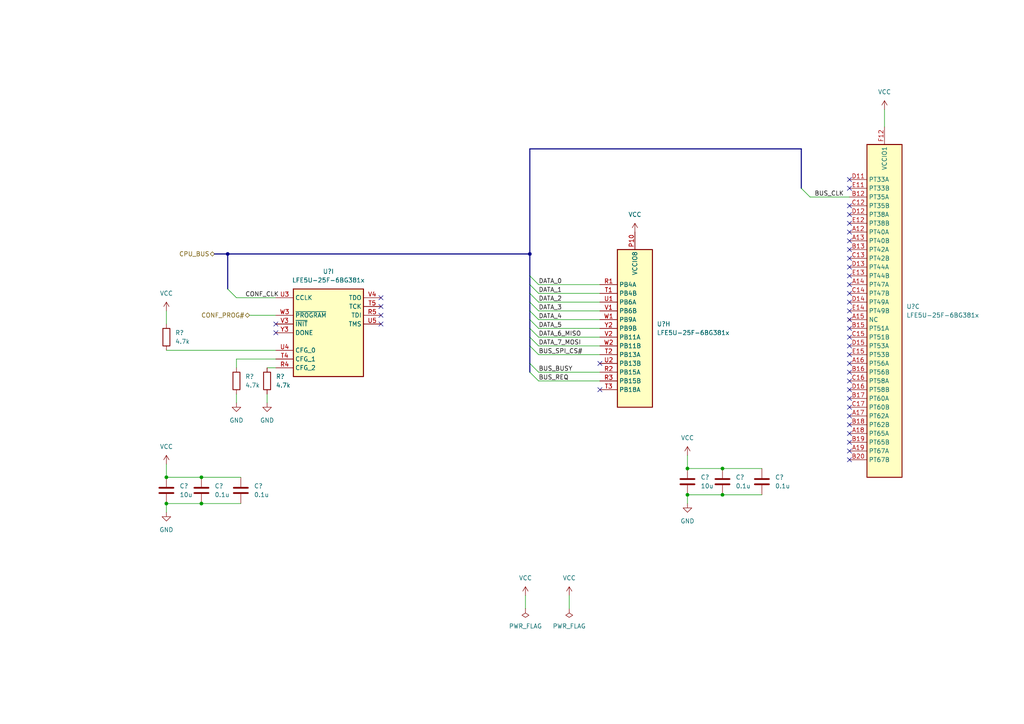
<source format=kicad_sch>
(kicad_sch (version 20221004) (generator eeschema)

  (uuid d3027bc0-b734-4287-9561-f7eeffac20cb)

  (paper "A4")

  (lib_symbols
    (symbol "Device:C" (pin_numbers hide) (pin_names (offset 0.254)) (in_bom yes) (on_board yes)
      (property "Reference" "C" (at 0.635 2.54 0)
        (effects (font (size 1.27 1.27)) (justify left))
      )
      (property "Value" "C" (at 0.635 -2.54 0)
        (effects (font (size 1.27 1.27)) (justify left))
      )
      (property "Footprint" "" (at 0.9652 -3.81 0)
        (effects (font (size 1.27 1.27)) hide)
      )
      (property "Datasheet" "~" (at 0 0 0)
        (effects (font (size 1.27 1.27)) hide)
      )
      (property "ki_keywords" "cap capacitor" (at 0 0 0)
        (effects (font (size 1.27 1.27)) hide)
      )
      (property "ki_description" "Unpolarized capacitor" (at 0 0 0)
        (effects (font (size 1.27 1.27)) hide)
      )
      (property "ki_fp_filters" "C_*" (at 0 0 0)
        (effects (font (size 1.27 1.27)) hide)
      )
      (symbol "C_0_1"
        (polyline
          (pts
            (xy -2.032 -0.762)
            (xy 2.032 -0.762)
          )
          (stroke (width 0.508) (type default))
          (fill (type none))
        )
        (polyline
          (pts
            (xy -2.032 0.762)
            (xy 2.032 0.762)
          )
          (stroke (width 0.508) (type default))
          (fill (type none))
        )
      )
      (symbol "C_1_1"
        (pin passive line (at 0 3.81 270) (length 2.794)
          (name "~" (effects (font (size 1.27 1.27))))
          (number "1" (effects (font (size 1.27 1.27))))
        )
        (pin passive line (at 0 -3.81 90) (length 2.794)
          (name "~" (effects (font (size 1.27 1.27))))
          (number "2" (effects (font (size 1.27 1.27))))
        )
      )
    )
    (symbol "Device:R" (pin_numbers hide) (pin_names (offset 0)) (in_bom yes) (on_board yes)
      (property "Reference" "R" (at 2.032 0 90)
        (effects (font (size 1.27 1.27)))
      )
      (property "Value" "R" (at 0 0 90)
        (effects (font (size 1.27 1.27)))
      )
      (property "Footprint" "" (at -1.778 0 90)
        (effects (font (size 1.27 1.27)) hide)
      )
      (property "Datasheet" "~" (at 0 0 0)
        (effects (font (size 1.27 1.27)) hide)
      )
      (property "ki_keywords" "R res resistor" (at 0 0 0)
        (effects (font (size 1.27 1.27)) hide)
      )
      (property "ki_description" "Resistor" (at 0 0 0)
        (effects (font (size 1.27 1.27)) hide)
      )
      (property "ki_fp_filters" "R_*" (at 0 0 0)
        (effects (font (size 1.27 1.27)) hide)
      )
      (symbol "R_0_1"
        (rectangle (start -1.016 -2.54) (end 1.016 2.54)
          (stroke (width 0.254) (type default))
          (fill (type none))
        )
      )
      (symbol "R_1_1"
        (pin passive line (at 0 3.81 270) (length 1.27)
          (name "~" (effects (font (size 1.27 1.27))))
          (number "1" (effects (font (size 1.27 1.27))))
        )
        (pin passive line (at 0 -3.81 90) (length 1.27)
          (name "~" (effects (font (size 1.27 1.27))))
          (number "2" (effects (font (size 1.27 1.27))))
        )
      )
    )
    (symbol "fpga_extension_library:LFE5U-25F-6BG381x" (in_bom yes) (on_board yes)
      (property "Reference" "U" (at 24.13 16.51 0)
        (effects (font (size 1.27 1.27)) (justify left))
      )
      (property "Value" "LFE5U-25F-6BG381x" (at 24.13 13.97 0)
        (effects (font (size 1.27 1.27)) (justify left))
      )
      (property "Footprint" "Package_BGA:Lattice_caBGA-381_17.0x17.0mm_Layout20x20_P0.8mm_Ball0.4mm_Pad0.4mm_NSMD" (at 11.43 72.39 0)
        (effects (font (size 1.27 1.27)) hide)
      )
      (property "Datasheet" "https://www.latticesemi.com/view_document?document_id=50461" (at 11.43 72.39 0)
        (effects (font (size 1.27 1.27)) hide)
      )
      (property "ki_locked" "" (at 0 0 0)
        (effects (font (size 1.27 1.27)))
      )
      (property "ki_keywords" "FPGA programmable logic" (at 0 0 0)
        (effects (font (size 1.27 1.27)) hide)
      )
      (property "ki_description" "ECP5 FPGA, 84K LUTs, 1.2V, BGA-381" (at 0 0 0)
        (effects (font (size 1.27 1.27)) hide)
      )
      (property "ki_fp_filters" "Lattice*caBGA*17.0x17.0mm*Layout20x20*P0.8mm*" (at 0 0 0)
        (effects (font (size 1.27 1.27)) hide)
      )
      (symbol "LFE5U-25F-6BG381x_1_1"
        (rectangle (start -25.4 10.16) (end 25.4 -10.16)
          (stroke (width 0.3048) (type default))
          (fill (type background))
        )
        (pin passive line (at 0 -15.24 90) (length 5.08) hide
          (name "GND" (effects (font (size 1.27 1.27))))
          (number "B14" (effects (font (size 1.27 1.27))))
        )
        (pin passive line (at 0 -15.24 90) (length 5.08) hide
          (name "GND" (effects (font (size 1.27 1.27))))
          (number "B7" (effects (font (size 1.27 1.27))))
        )
        (pin power_in line (at 0 -15.24 90) (length 5.08)
          (name "GND" (effects (font (size 1.27 1.27))))
          (number "C19" (effects (font (size 1.27 1.27))))
        )
        (pin passive line (at 0 -15.24 90) (length 5.08) hide
          (name "GND" (effects (font (size 1.27 1.27))))
          (number "D4" (effects (font (size 1.27 1.27))))
        )
        (pin passive line (at 0 -15.24 90) (length 5.08) hide
          (name "GND" (effects (font (size 1.27 1.27))))
          (number "F13" (effects (font (size 1.27 1.27))))
        )
        (pin passive line (at 0 -15.24 90) (length 5.08) hide
          (name "GND" (effects (font (size 1.27 1.27))))
          (number "F14" (effects (font (size 1.27 1.27))))
        )
        (pin passive line (at 12.7 15.24 270) (length 5.08) hide
          (name "VCCAUX" (effects (font (size 1.27 1.27))))
          (number "F15" (effects (font (size 1.27 1.27))))
        )
        (pin passive line (at 12.7 15.24 270) (length 5.08) hide
          (name "VCCAUX" (effects (font (size 1.27 1.27))))
          (number "F6" (effects (font (size 1.27 1.27))))
        )
        (pin passive line (at 0 -15.24 90) (length 5.08) hide
          (name "GND" (effects (font (size 1.27 1.27))))
          (number "F7" (effects (font (size 1.27 1.27))))
        )
        (pin passive line (at 0 -15.24 90) (length 5.08) hide
          (name "GND" (effects (font (size 1.27 1.27))))
          (number "F8" (effects (font (size 1.27 1.27))))
        )
        (pin passive line (at 0 -15.24 90) (length 5.08) hide
          (name "GND" (effects (font (size 1.27 1.27))))
          (number "G10" (effects (font (size 1.27 1.27))))
        )
        (pin passive line (at 0 -15.24 90) (length 5.08) hide
          (name "GND" (effects (font (size 1.27 1.27))))
          (number "G11" (effects (font (size 1.27 1.27))))
        )
        (pin passive line (at 0 -15.24 90) (length 5.08) hide
          (name "GND" (effects (font (size 1.27 1.27))))
          (number "G12" (effects (font (size 1.27 1.27))))
        )
        (pin passive line (at 0 -15.24 90) (length 5.08) hide
          (name "GND" (effects (font (size 1.27 1.27))))
          (number "G13" (effects (font (size 1.27 1.27))))
        )
        (pin passive line (at 0 -15.24 90) (length 5.08) hide
          (name "GND" (effects (font (size 1.27 1.27))))
          (number "G14" (effects (font (size 1.27 1.27))))
        )
        (pin passive line (at 0 -15.24 90) (length 5.08) hide
          (name "GND" (effects (font (size 1.27 1.27))))
          (number "G15" (effects (font (size 1.27 1.27))))
        )
        (pin passive line (at 0 -15.24 90) (length 5.08) hide
          (name "GND" (effects (font (size 1.27 1.27))))
          (number "G17" (effects (font (size 1.27 1.27))))
        )
        (pin passive line (at 0 -15.24 90) (length 5.08) hide
          (name "GND" (effects (font (size 1.27 1.27))))
          (number "G4" (effects (font (size 1.27 1.27))))
        )
        (pin passive line (at 0 -15.24 90) (length 5.08) hide
          (name "GND" (effects (font (size 1.27 1.27))))
          (number "G6" (effects (font (size 1.27 1.27))))
        )
        (pin passive line (at 0 -15.24 90) (length 5.08) hide
          (name "GND" (effects (font (size 1.27 1.27))))
          (number "G7" (effects (font (size 1.27 1.27))))
        )
        (pin passive line (at 0 -15.24 90) (length 5.08) hide
          (name "GND" (effects (font (size 1.27 1.27))))
          (number "G8" (effects (font (size 1.27 1.27))))
        )
        (pin passive line (at 0 -15.24 90) (length 5.08) hide
          (name "GND" (effects (font (size 1.27 1.27))))
          (number "G9" (effects (font (size 1.27 1.27))))
        )
        (pin passive line (at 0 15.24 270) (length 5.08) hide
          (name "VCC" (effects (font (size 1.27 1.27))))
          (number "H10" (effects (font (size 1.27 1.27))))
        )
        (pin passive line (at 0 15.24 270) (length 5.08) hide
          (name "VCC" (effects (font (size 1.27 1.27))))
          (number "H11" (effects (font (size 1.27 1.27))))
        )
        (pin passive line (at 0 15.24 270) (length 5.08) hide
          (name "VCC" (effects (font (size 1.27 1.27))))
          (number "H12" (effects (font (size 1.27 1.27))))
        )
        (pin power_in line (at 0 15.24 270) (length 5.08)
          (name "VCC" (effects (font (size 1.27 1.27))))
          (number "H13" (effects (font (size 1.27 1.27))))
        )
        (pin passive line (at 0 -15.24 90) (length 5.08) hide
          (name "GND" (effects (font (size 1.27 1.27))))
          (number "H19" (effects (font (size 1.27 1.27))))
        )
        (pin passive line (at 0 15.24 270) (length 5.08) hide
          (name "VCC" (effects (font (size 1.27 1.27))))
          (number "H8" (effects (font (size 1.27 1.27))))
        )
        (pin passive line (at 0 15.24 270) (length 5.08) hide
          (name "VCC" (effects (font (size 1.27 1.27))))
          (number "H9" (effects (font (size 1.27 1.27))))
        )
        (pin passive line (at 0 -15.24 90) (length 5.08) hide
          (name "GND" (effects (font (size 1.27 1.27))))
          (number "J10" (effects (font (size 1.27 1.27))))
        )
        (pin passive line (at 0 -15.24 90) (length 5.08) hide
          (name "GND" (effects (font (size 1.27 1.27))))
          (number "J11" (effects (font (size 1.27 1.27))))
        )
        (pin passive line (at 0 -15.24 90) (length 5.08) hide
          (name "GND" (effects (font (size 1.27 1.27))))
          (number "J12" (effects (font (size 1.27 1.27))))
        )
        (pin passive line (at 0 15.24 270) (length 5.08) hide
          (name "VCC" (effects (font (size 1.27 1.27))))
          (number "J13" (effects (font (size 1.27 1.27))))
        )
        (pin passive line (at 0 -15.24 90) (length 5.08) hide
          (name "GND" (effects (font (size 1.27 1.27))))
          (number "J14" (effects (font (size 1.27 1.27))))
        )
        (pin passive line (at 0 -15.24 90) (length 5.08) hide
          (name "GND" (effects (font (size 1.27 1.27))))
          (number "J2" (effects (font (size 1.27 1.27))))
        )
        (pin passive line (at 0 -15.24 90) (length 5.08) hide
          (name "GND" (effects (font (size 1.27 1.27))))
          (number "J7" (effects (font (size 1.27 1.27))))
        )
        (pin passive line (at 0 15.24 270) (length 5.08) hide
          (name "VCC" (effects (font (size 1.27 1.27))))
          (number "J8" (effects (font (size 1.27 1.27))))
        )
        (pin passive line (at 0 -15.24 90) (length 5.08) hide
          (name "GND" (effects (font (size 1.27 1.27))))
          (number "J9" (effects (font (size 1.27 1.27))))
        )
        (pin passive line (at 0 -15.24 90) (length 5.08) hide
          (name "GND" (effects (font (size 1.27 1.27))))
          (number "K10" (effects (font (size 1.27 1.27))))
        )
        (pin passive line (at 0 -15.24 90) (length 5.08) hide
          (name "GND" (effects (font (size 1.27 1.27))))
          (number "K11" (effects (font (size 1.27 1.27))))
        )
        (pin passive line (at 0 -15.24 90) (length 5.08) hide
          (name "GND" (effects (font (size 1.27 1.27))))
          (number "K12" (effects (font (size 1.27 1.27))))
        )
        (pin passive line (at 0 15.24 270) (length 5.08) hide
          (name "VCC" (effects (font (size 1.27 1.27))))
          (number "K13" (effects (font (size 1.27 1.27))))
        )
        (pin passive line (at 0 -15.24 90) (length 5.08) hide
          (name "GND" (effects (font (size 1.27 1.27))))
          (number "K14" (effects (font (size 1.27 1.27))))
        )
        (pin passive line (at 0 -15.24 90) (length 5.08) hide
          (name "GND" (effects (font (size 1.27 1.27))))
          (number "K15" (effects (font (size 1.27 1.27))))
        )
        (pin passive line (at 0 -15.24 90) (length 5.08) hide
          (name "GND" (effects (font (size 1.27 1.27))))
          (number "K6" (effects (font (size 1.27 1.27))))
        )
        (pin passive line (at 0 -15.24 90) (length 5.08) hide
          (name "GND" (effects (font (size 1.27 1.27))))
          (number "K7" (effects (font (size 1.27 1.27))))
        )
        (pin passive line (at 0 15.24 270) (length 5.08) hide
          (name "VCC" (effects (font (size 1.27 1.27))))
          (number "K8" (effects (font (size 1.27 1.27))))
        )
        (pin passive line (at 0 -15.24 90) (length 5.08) hide
          (name "GND" (effects (font (size 1.27 1.27))))
          (number "K9" (effects (font (size 1.27 1.27))))
        )
        (pin passive line (at 0 -15.24 90) (length 5.08) hide
          (name "GND" (effects (font (size 1.27 1.27))))
          (number "L10" (effects (font (size 1.27 1.27))))
        )
        (pin passive line (at 0 -15.24 90) (length 5.08) hide
          (name "GND" (effects (font (size 1.27 1.27))))
          (number "L11" (effects (font (size 1.27 1.27))))
        )
        (pin passive line (at 0 -15.24 90) (length 5.08) hide
          (name "GND" (effects (font (size 1.27 1.27))))
          (number "L12" (effects (font (size 1.27 1.27))))
        )
        (pin passive line (at 0 15.24 270) (length 5.08) hide
          (name "VCC" (effects (font (size 1.27 1.27))))
          (number "L13" (effects (font (size 1.27 1.27))))
        )
        (pin passive line (at 0 15.24 270) (length 5.08) hide
          (name "VCC" (effects (font (size 1.27 1.27))))
          (number "L8" (effects (font (size 1.27 1.27))))
        )
        (pin passive line (at 0 -15.24 90) (length 5.08) hide
          (name "GND" (effects (font (size 1.27 1.27))))
          (number "L9" (effects (font (size 1.27 1.27))))
        )
        (pin passive line (at 0 -15.24 90) (length 5.08) hide
          (name "GND" (effects (font (size 1.27 1.27))))
          (number "M10" (effects (font (size 1.27 1.27))))
        )
        (pin passive line (at 0 -15.24 90) (length 5.08) hide
          (name "GND" (effects (font (size 1.27 1.27))))
          (number "M11" (effects (font (size 1.27 1.27))))
        )
        (pin passive line (at 0 -15.24 90) (length 5.08) hide
          (name "GND" (effects (font (size 1.27 1.27))))
          (number "M12" (effects (font (size 1.27 1.27))))
        )
        (pin passive line (at 0 15.24 270) (length 5.08) hide
          (name "VCC" (effects (font (size 1.27 1.27))))
          (number "M13" (effects (font (size 1.27 1.27))))
        )
        (pin passive line (at 0 -15.24 90) (length 5.08) hide
          (name "GND" (effects (font (size 1.27 1.27))))
          (number "M14" (effects (font (size 1.27 1.27))))
        )
        (pin passive line (at 0 -15.24 90) (length 5.08) hide
          (name "GND" (effects (font (size 1.27 1.27))))
          (number "M16" (effects (font (size 1.27 1.27))))
        )
        (pin passive line (at 0 -15.24 90) (length 5.08) hide
          (name "GND" (effects (font (size 1.27 1.27))))
          (number "M2" (effects (font (size 1.27 1.27))))
        )
        (pin passive line (at 0 -15.24 90) (length 5.08) hide
          (name "GND" (effects (font (size 1.27 1.27))))
          (number "M7" (effects (font (size 1.27 1.27))))
        )
        (pin passive line (at 0 15.24 270) (length 5.08) hide
          (name "VCC" (effects (font (size 1.27 1.27))))
          (number "M8" (effects (font (size 1.27 1.27))))
        )
        (pin passive line (at 0 -15.24 90) (length 5.08) hide
          (name "GND" (effects (font (size 1.27 1.27))))
          (number "M9" (effects (font (size 1.27 1.27))))
        )
        (pin passive line (at 0 15.24 270) (length 5.08) hide
          (name "VCC" (effects (font (size 1.27 1.27))))
          (number "N10" (effects (font (size 1.27 1.27))))
        )
        (pin passive line (at 0 15.24 270) (length 5.08) hide
          (name "VCC" (effects (font (size 1.27 1.27))))
          (number "N11" (effects (font (size 1.27 1.27))))
        )
        (pin passive line (at 0 15.24 270) (length 5.08) hide
          (name "VCC" (effects (font (size 1.27 1.27))))
          (number "N12" (effects (font (size 1.27 1.27))))
        )
        (pin passive line (at 0 15.24 270) (length 5.08) hide
          (name "VCC" (effects (font (size 1.27 1.27))))
          (number "N13" (effects (font (size 1.27 1.27))))
        )
        (pin passive line (at 0 -15.24 90) (length 5.08) hide
          (name "GND" (effects (font (size 1.27 1.27))))
          (number "N14" (effects (font (size 1.27 1.27))))
        )
        (pin passive line (at 0 -15.24 90) (length 5.08) hide
          (name "GND" (effects (font (size 1.27 1.27))))
          (number "N15" (effects (font (size 1.27 1.27))))
        )
        (pin passive line (at 0 -15.24 90) (length 5.08) hide
          (name "GND" (effects (font (size 1.27 1.27))))
          (number "N6" (effects (font (size 1.27 1.27))))
        )
        (pin passive line (at 0 -15.24 90) (length 5.08) hide
          (name "GND" (effects (font (size 1.27 1.27))))
          (number "N7" (effects (font (size 1.27 1.27))))
        )
        (pin passive line (at 0 15.24 270) (length 5.08) hide
          (name "VCC" (effects (font (size 1.27 1.27))))
          (number "N8" (effects (font (size 1.27 1.27))))
        )
        (pin passive line (at 0 15.24 270) (length 5.08) hide
          (name "VCC" (effects (font (size 1.27 1.27))))
          (number "N9" (effects (font (size 1.27 1.27))))
        )
        (pin passive line (at 0 -15.24 90) (length 5.08) hide
          (name "GND" (effects (font (size 1.27 1.27))))
          (number "P11" (effects (font (size 1.27 1.27))))
        )
        (pin passive line (at 0 -15.24 90) (length 5.08) hide
          (name "GND" (effects (font (size 1.27 1.27))))
          (number "P12" (effects (font (size 1.27 1.27))))
        )
        (pin passive line (at 0 -15.24 90) (length 5.08) hide
          (name "GND" (effects (font (size 1.27 1.27))))
          (number "P13" (effects (font (size 1.27 1.27))))
        )
        (pin passive line (at 0 -15.24 90) (length 5.08) hide
          (name "GND" (effects (font (size 1.27 1.27))))
          (number "P14" (effects (font (size 1.27 1.27))))
        )
        (pin power_in line (at 12.7 15.24 270) (length 5.08)
          (name "VCCAUX" (effects (font (size 1.27 1.27))))
          (number "P15" (effects (font (size 1.27 1.27))))
        )
        (pin passive line (at 12.7 15.24 270) (length 5.08) hide
          (name "VCCAUX" (effects (font (size 1.27 1.27))))
          (number "P6" (effects (font (size 1.27 1.27))))
        )
        (pin passive line (at 0 -15.24 90) (length 5.08) hide
          (name "GND" (effects (font (size 1.27 1.27))))
          (number "P7" (effects (font (size 1.27 1.27))))
        )
        (pin passive line (at 0 -15.24 90) (length 5.08) hide
          (name "GND" (effects (font (size 1.27 1.27))))
          (number "P8" (effects (font (size 1.27 1.27))))
        )
        (pin passive line (at 0 -15.24 90) (length 5.08) hide
          (name "GND" (effects (font (size 1.27 1.27))))
          (number "R19" (effects (font (size 1.27 1.27))))
        )
        (pin passive line (at 0 -15.24 90) (length 5.08) hide
          (name "GND" (effects (font (size 1.27 1.27))))
          (number "T10" (effects (font (size 1.27 1.27))))
        )
        (pin passive line (at 0 -15.24 90) (length 5.08) hide
          (name "GND" (effects (font (size 1.27 1.27))))
          (number "T11" (effects (font (size 1.27 1.27))))
        )
        (pin passive line (at 0 -15.24 90) (length 5.08) hide
          (name "GND" (effects (font (size 1.27 1.27))))
          (number "T12" (effects (font (size 1.27 1.27))))
        )
        (pin passive line (at 0 -15.24 90) (length 5.08) hide
          (name "GND" (effects (font (size 1.27 1.27))))
          (number "T13" (effects (font (size 1.27 1.27))))
        )
        (pin passive line (at 0 -15.24 90) (length 5.08) hide
          (name "GND" (effects (font (size 1.27 1.27))))
          (number "T14" (effects (font (size 1.27 1.27))))
        )
        (pin passive line (at 0 -15.24 90) (length 5.08) hide
          (name "GND" (effects (font (size 1.27 1.27))))
          (number "T15" (effects (font (size 1.27 1.27))))
        )
        (pin passive line (at 0 -15.24 90) (length 5.08) hide
          (name "GND" (effects (font (size 1.27 1.27))))
          (number "T6" (effects (font (size 1.27 1.27))))
        )
        (pin passive line (at 0 -15.24 90) (length 5.08) hide
          (name "GND" (effects (font (size 1.27 1.27))))
          (number "T7" (effects (font (size 1.27 1.27))))
        )
        (pin passive line (at 0 -15.24 90) (length 5.08) hide
          (name "GND" (effects (font (size 1.27 1.27))))
          (number "T8" (effects (font (size 1.27 1.27))))
        )
        (pin passive line (at 0 -15.24 90) (length 5.08) hide
          (name "GND" (effects (font (size 1.27 1.27))))
          (number "T9" (effects (font (size 1.27 1.27))))
        )
        (pin passive line (at 0 -15.24 90) (length 5.08) hide
          (name "GND" (effects (font (size 1.27 1.27))))
          (number "U10" (effects (font (size 1.27 1.27))))
        )
        (pin passive line (at 0 -15.24 90) (length 5.08) hide
          (name "GND" (effects (font (size 1.27 1.27))))
          (number "U11" (effects (font (size 1.27 1.27))))
        )
        (pin passive line (at 0 -15.24 90) (length 5.08) hide
          (name "GND" (effects (font (size 1.27 1.27))))
          (number "U12" (effects (font (size 1.27 1.27))))
        )
        (pin passive line (at 0 -15.24 90) (length 5.08) hide
          (name "GND" (effects (font (size 1.27 1.27))))
          (number "U13" (effects (font (size 1.27 1.27))))
        )
        (pin passive line (at 0 -15.24 90) (length 5.08) hide
          (name "GND" (effects (font (size 1.27 1.27))))
          (number "U14" (effects (font (size 1.27 1.27))))
        )
        (pin passive line (at 0 -15.24 90) (length 5.08) hide
          (name "GND" (effects (font (size 1.27 1.27))))
          (number "U15" (effects (font (size 1.27 1.27))))
        )
        (pin passive line (at 0 -15.24 90) (length 5.08) hide
          (name "GND" (effects (font (size 1.27 1.27))))
          (number "U6" (effects (font (size 1.27 1.27))))
        )
        (pin passive line (at 0 -15.24 90) (length 5.08) hide
          (name "GND" (effects (font (size 1.27 1.27))))
          (number "U7" (effects (font (size 1.27 1.27))))
        )
        (pin passive line (at 0 -15.24 90) (length 5.08) hide
          (name "GND" (effects (font (size 1.27 1.27))))
          (number "U8" (effects (font (size 1.27 1.27))))
        )
        (pin passive line (at 0 -15.24 90) (length 5.08) hide
          (name "GND" (effects (font (size 1.27 1.27))))
          (number "U9" (effects (font (size 1.27 1.27))))
        )
        (pin passive line (at 0 -15.24 90) (length 5.08) hide
          (name "GND" (effects (font (size 1.27 1.27))))
          (number "V10" (effects (font (size 1.27 1.27))))
        )
        (pin passive line (at 0 -15.24 90) (length 5.08) hide
          (name "GND" (effects (font (size 1.27 1.27))))
          (number "V11" (effects (font (size 1.27 1.27))))
        )
        (pin passive line (at 0 -15.24 90) (length 5.08) hide
          (name "GND" (effects (font (size 1.27 1.27))))
          (number "V12" (effects (font (size 1.27 1.27))))
        )
        (pin passive line (at 0 -15.24 90) (length 5.08) hide
          (name "GND" (effects (font (size 1.27 1.27))))
          (number "V13" (effects (font (size 1.27 1.27))))
        )
        (pin passive line (at 0 -15.24 90) (length 5.08) hide
          (name "GND" (effects (font (size 1.27 1.27))))
          (number "V14" (effects (font (size 1.27 1.27))))
        )
        (pin passive line (at 0 -15.24 90) (length 5.08) hide
          (name "GND" (effects (font (size 1.27 1.27))))
          (number "V15" (effects (font (size 1.27 1.27))))
        )
        (pin passive line (at 0 -15.24 90) (length 5.08) hide
          (name "GND" (effects (font (size 1.27 1.27))))
          (number "V16" (effects (font (size 1.27 1.27))))
        )
        (pin passive line (at 0 -15.24 90) (length 5.08) hide
          (name "GND" (effects (font (size 1.27 1.27))))
          (number "V17" (effects (font (size 1.27 1.27))))
        )
        (pin passive line (at 0 -15.24 90) (length 5.08) hide
          (name "GND" (effects (font (size 1.27 1.27))))
          (number "V18" (effects (font (size 1.27 1.27))))
        )
        (pin passive line (at 0 -15.24 90) (length 5.08) hide
          (name "GND" (effects (font (size 1.27 1.27))))
          (number "V19" (effects (font (size 1.27 1.27))))
        )
        (pin passive line (at 0 -15.24 90) (length 5.08) hide
          (name "GND" (effects (font (size 1.27 1.27))))
          (number "V20" (effects (font (size 1.27 1.27))))
        )
        (pin passive line (at 0 -15.24 90) (length 5.08) hide
          (name "GND" (effects (font (size 1.27 1.27))))
          (number "V5" (effects (font (size 1.27 1.27))))
        )
        (pin passive line (at 0 -15.24 90) (length 5.08) hide
          (name "GND" (effects (font (size 1.27 1.27))))
          (number "V6" (effects (font (size 1.27 1.27))))
        )
        (pin passive line (at 0 -15.24 90) (length 5.08) hide
          (name "GND" (effects (font (size 1.27 1.27))))
          (number "V7" (effects (font (size 1.27 1.27))))
        )
        (pin passive line (at 0 -15.24 90) (length 5.08) hide
          (name "GND" (effects (font (size 1.27 1.27))))
          (number "V8" (effects (font (size 1.27 1.27))))
        )
        (pin passive line (at 0 -15.24 90) (length 5.08) hide
          (name "GND" (effects (font (size 1.27 1.27))))
          (number "V9" (effects (font (size 1.27 1.27))))
        )
        (pin passive line (at 0 -15.24 90) (length 5.08) hide
          (name "GND" (effects (font (size 1.27 1.27))))
          (number "W12" (effects (font (size 1.27 1.27))))
        )
        (pin no_connect line (at 25.4 -5.08 180) (length 5.08) hide
          (name "RESERVED" (effects (font (size 1.27 1.27))))
          (number "W13" (effects (font (size 1.27 1.27))))
        )
        (pin no_connect line (at 25.4 -2.54 180) (length 5.08) hide
          (name "RESERVED" (effects (font (size 1.27 1.27))))
          (number "W14" (effects (font (size 1.27 1.27))))
        )
        (pin passive line (at 0 -15.24 90) (length 5.08) hide
          (name "GND" (effects (font (size 1.27 1.27))))
          (number "W15" (effects (font (size 1.27 1.27))))
        )
        (pin passive line (at 0 -15.24 90) (length 5.08) hide
          (name "GND" (effects (font (size 1.27 1.27))))
          (number "W16" (effects (font (size 1.27 1.27))))
        )
        (pin no_connect line (at 25.4 0 180) (length 5.08) hide
          (name "RESERVED" (effects (font (size 1.27 1.27))))
          (number "W17" (effects (font (size 1.27 1.27))))
        )
        (pin no_connect line (at 25.4 2.54 180) (length 5.08) hide
          (name "RESERVED" (effects (font (size 1.27 1.27))))
          (number "W18" (effects (font (size 1.27 1.27))))
        )
        (pin passive line (at 0 -15.24 90) (length 5.08) hide
          (name "GND" (effects (font (size 1.27 1.27))))
          (number "W19" (effects (font (size 1.27 1.27))))
        )
        (pin passive line (at 0 -15.24 90) (length 5.08) hide
          (name "GND" (effects (font (size 1.27 1.27))))
          (number "W20" (effects (font (size 1.27 1.27))))
        )
        (pin no_connect line (at -25.4 2.54 0) (length 5.08) hide
          (name "RESERVED" (effects (font (size 1.27 1.27))))
          (number "W4" (effects (font (size 1.27 1.27))))
        )
        (pin no_connect line (at -25.4 0 0) (length 5.08) hide
          (name "RESERVED" (effects (font (size 1.27 1.27))))
          (number "W5" (effects (font (size 1.27 1.27))))
        )
        (pin passive line (at 0 -15.24 90) (length 5.08) hide
          (name "GND" (effects (font (size 1.27 1.27))))
          (number "W6" (effects (font (size 1.27 1.27))))
        )
        (pin passive line (at 0 -15.24 90) (length 5.08) hide
          (name "GND" (effects (font (size 1.27 1.27))))
          (number "W7" (effects (font (size 1.27 1.27))))
        )
        (pin no_connect line (at -25.4 -2.54 0) (length 5.08) hide
          (name "RESERVED" (effects (font (size 1.27 1.27))))
          (number "W8" (effects (font (size 1.27 1.27))))
        )
        (pin no_connect line (at -25.4 -5.08 0) (length 5.08) hide
          (name "RESERVED" (effects (font (size 1.27 1.27))))
          (number "W9" (effects (font (size 1.27 1.27))))
        )
        (pin passive line (at 0 -15.24 90) (length 5.08) hide
          (name "GND" (effects (font (size 1.27 1.27))))
          (number "Y11" (effects (font (size 1.27 1.27))))
        )
        (pin passive line (at 0 -15.24 90) (length 5.08) hide
          (name "GND" (effects (font (size 1.27 1.27))))
          (number "Y12" (effects (font (size 1.27 1.27))))
        )
        (pin passive line (at 0 -15.24 90) (length 5.08) hide
          (name "GND" (effects (font (size 1.27 1.27))))
          (number "Y14" (effects (font (size 1.27 1.27))))
        )
        (pin passive line (at 0 -15.24 90) (length 5.08) hide
          (name "GND" (effects (font (size 1.27 1.27))))
          (number "Y15" (effects (font (size 1.27 1.27))))
        )
        (pin passive line (at 0 -15.24 90) (length 5.08) hide
          (name "GND" (effects (font (size 1.27 1.27))))
          (number "Y16" (effects (font (size 1.27 1.27))))
        )
        (pin passive line (at 0 -15.24 90) (length 5.08) hide
          (name "GND" (effects (font (size 1.27 1.27))))
          (number "Y17" (effects (font (size 1.27 1.27))))
        )
        (pin passive line (at 0 -15.24 90) (length 5.08) hide
          (name "GND" (effects (font (size 1.27 1.27))))
          (number "Y19" (effects (font (size 1.27 1.27))))
        )
        (pin passive line (at 0 -15.24 90) (length 5.08) hide
          (name "GND" (effects (font (size 1.27 1.27))))
          (number "Y5" (effects (font (size 1.27 1.27))))
        )
        (pin passive line (at 0 -15.24 90) (length 5.08) hide
          (name "GND" (effects (font (size 1.27 1.27))))
          (number "Y6" (effects (font (size 1.27 1.27))))
        )
        (pin passive line (at 0 -15.24 90) (length 5.08) hide
          (name "GND" (effects (font (size 1.27 1.27))))
          (number "Y7" (effects (font (size 1.27 1.27))))
        )
        (pin passive line (at 0 -15.24 90) (length 5.08) hide
          (name "GND" (effects (font (size 1.27 1.27))))
          (number "Y8" (effects (font (size 1.27 1.27))))
        )
      )
      (symbol "LFE5U-25F-6BG381x_2_1"
        (rectangle (start -5.08 40.64) (end 5.08 -40.64)
          (stroke (width 0.3048) (type default))
          (fill (type background))
        )
        (pin bidirectional line (at -10.16 -27.94 0) (length 5.08)
          (name "PT27A" (effects (font (size 1.27 1.27))))
          (number "A10" (effects (font (size 1.27 1.27))))
        )
        (pin bidirectional line (at -10.16 -30.48 0) (length 5.08)
          (name "PT27B" (effects (font (size 1.27 1.27))))
          (number "A11" (effects (font (size 1.27 1.27))))
        )
        (pin bidirectional line (at -10.16 30.48 0) (length 5.08)
          (name "PT4A" (effects (font (size 1.27 1.27))))
          (number "A6" (effects (font (size 1.27 1.27))))
        )
        (pin bidirectional line (at -10.16 0 0) (length 5.08)
          (name "PT18A" (effects (font (size 1.27 1.27))))
          (number "A7" (effects (font (size 1.27 1.27))))
        )
        (pin bidirectional line (at -10.16 -2.54 0) (length 5.08)
          (name "PT18B" (effects (font (size 1.27 1.27))))
          (number "A8" (effects (font (size 1.27 1.27))))
        )
        (pin bidirectional line (at -10.16 -22.86 0) (length 5.08)
          (name "PT24A" (effects (font (size 1.27 1.27))))
          (number "A9" (effects (font (size 1.27 1.27))))
        )
        (pin bidirectional line (at -10.16 -25.4 0) (length 5.08)
          (name "PT24B" (effects (font (size 1.27 1.27))))
          (number "B10" (effects (font (size 1.27 1.27))))
        )
        (pin bidirectional line (at -10.16 -33.02 0) (length 5.08)
          (name "PT29A" (effects (font (size 1.27 1.27))))
          (number "B11" (effects (font (size 1.27 1.27))))
        )
        (pin bidirectional line (at -10.16 27.94 0) (length 5.08)
          (name "PT4B" (effects (font (size 1.27 1.27))))
          (number "B6" (effects (font (size 1.27 1.27))))
        )
        (pin bidirectional line (at -10.16 2.54 0) (length 5.08)
          (name "PT15B" (effects (font (size 1.27 1.27))))
          (number "B8" (effects (font (size 1.27 1.27))))
        )
        (pin bidirectional line (at -10.16 -17.78 0) (length 5.08)
          (name "PT22A" (effects (font (size 1.27 1.27))))
          (number "B9" (effects (font (size 1.27 1.27))))
        )
        (pin bidirectional line (at -10.16 -20.32 0) (length 5.08)
          (name "PT22B" (effects (font (size 1.27 1.27))))
          (number "C10" (effects (font (size 1.27 1.27))))
        )
        (pin bidirectional line (at -10.16 -35.56 0) (length 5.08)
          (name "PT29B" (effects (font (size 1.27 1.27))))
          (number "C11" (effects (font (size 1.27 1.27))))
        )
        (pin bidirectional line (at -10.16 15.24 0) (length 5.08)
          (name "PT11A" (effects (font (size 1.27 1.27))))
          (number "C6" (effects (font (size 1.27 1.27))))
        )
        (pin bidirectional line (at -10.16 12.7 0) (length 5.08)
          (name "PT11B" (effects (font (size 1.27 1.27))))
          (number "C7" (effects (font (size 1.27 1.27))))
        )
        (pin bidirectional line (at -10.16 5.08 0) (length 5.08)
          (name "PT15A" (effects (font (size 1.27 1.27))))
          (number "C8" (effects (font (size 1.27 1.27))))
        )
        (pin no_connect line (at -10.16 -10.16 0) (length 5.08)
          (name "NC" (effects (font (size 1.27 1.27))))
          (number "C9" (effects (font (size 1.27 1.27))))
        )
        (pin no_connect line (at -10.16 -12.7 0) (length 5.08)
          (name "NC" (effects (font (size 1.27 1.27))))
          (number "D10" (effects (font (size 1.27 1.27))))
        )
        (pin bidirectional line (at -10.16 22.86 0) (length 5.08)
          (name "PT6B" (effects (font (size 1.27 1.27))))
          (number "D6" (effects (font (size 1.27 1.27))))
        )
        (pin bidirectional line (at -10.16 17.78 0) (length 5.08)
          (name "PT9B" (effects (font (size 1.27 1.27))))
          (number "D7" (effects (font (size 1.27 1.27))))
        )
        (pin bidirectional line (at -10.16 7.62 0) (length 5.08)
          (name "PT13B" (effects (font (size 1.27 1.27))))
          (number "D8" (effects (font (size 1.27 1.27))))
        )
        (pin bidirectional line (at -10.16 -5.08 0) (length 5.08)
          (name "PT20A" (effects (font (size 1.27 1.27))))
          (number "D9" (effects (font (size 1.27 1.27))))
        )
        (pin no_connect line (at -10.16 -15.24 0) (length 5.08)
          (name "NC" (effects (font (size 1.27 1.27))))
          (number "E10" (effects (font (size 1.27 1.27))))
        )
        (pin bidirectional line (at -10.16 25.4 0) (length 5.08)
          (name "PT6A" (effects (font (size 1.27 1.27))))
          (number "E6" (effects (font (size 1.27 1.27))))
        )
        (pin bidirectional line (at -10.16 20.32 0) (length 5.08)
          (name "PT9A" (effects (font (size 1.27 1.27))))
          (number "E7" (effects (font (size 1.27 1.27))))
        )
        (pin bidirectional line (at -10.16 10.16 0) (length 5.08)
          (name "PT13A" (effects (font (size 1.27 1.27))))
          (number "E8" (effects (font (size 1.27 1.27))))
        )
        (pin bidirectional line (at -10.16 -7.62 0) (length 5.08)
          (name "PT20B" (effects (font (size 1.27 1.27))))
          (number "E9" (effects (font (size 1.27 1.27))))
        )
        (pin power_in line (at 0 45.72 270) (length 5.08)
          (name "VCCIO0" (effects (font (size 1.27 1.27))))
          (number "F10" (effects (font (size 1.27 1.27))))
        )
        (pin passive line (at 0 45.72 270) (length 5.08) hide
          (name "VCCIO0" (effects (font (size 1.27 1.27))))
          (number "F9" (effects (font (size 1.27 1.27))))
        )
      )
      (symbol "LFE5U-25F-6BG381x_3_1"
        (rectangle (start -5.08 48.26) (end 5.08 -48.26)
          (stroke (width 0.3048) (type default))
          (fill (type background))
        )
        (pin bidirectional line (at -10.16 22.86 0) (length 5.08)
          (name "PT40A" (effects (font (size 1.27 1.27))))
          (number "A12" (effects (font (size 1.27 1.27))))
        )
        (pin bidirectional line (at -10.16 20.32 0) (length 5.08)
          (name "PT40B" (effects (font (size 1.27 1.27))))
          (number "A13" (effects (font (size 1.27 1.27))))
        )
        (pin bidirectional line (at -10.16 7.62 0) (length 5.08)
          (name "PT47A" (effects (font (size 1.27 1.27))))
          (number "A14" (effects (font (size 1.27 1.27))))
        )
        (pin no_connect line (at -10.16 -2.54 0) (length 5.08)
          (name "NC" (effects (font (size 1.27 1.27))))
          (number "A15" (effects (font (size 1.27 1.27))))
        )
        (pin bidirectional line (at -10.16 -15.24 0) (length 5.08)
          (name "PT56A" (effects (font (size 1.27 1.27))))
          (number "A16" (effects (font (size 1.27 1.27))))
        )
        (pin bidirectional line (at -10.16 -30.48 0) (length 5.08)
          (name "PT62A" (effects (font (size 1.27 1.27))))
          (number "A17" (effects (font (size 1.27 1.27))))
        )
        (pin bidirectional line (at -10.16 -35.56 0) (length 5.08)
          (name "PT65A" (effects (font (size 1.27 1.27))))
          (number "A18" (effects (font (size 1.27 1.27))))
        )
        (pin bidirectional line (at -10.16 -40.64 0) (length 5.08)
          (name "PT67A" (effects (font (size 1.27 1.27))))
          (number "A19" (effects (font (size 1.27 1.27))))
        )
        (pin bidirectional line (at -10.16 33.02 0) (length 5.08)
          (name "PT35A" (effects (font (size 1.27 1.27))))
          (number "B12" (effects (font (size 1.27 1.27))))
        )
        (pin bidirectional line (at -10.16 17.78 0) (length 5.08)
          (name "PT42A" (effects (font (size 1.27 1.27))))
          (number "B13" (effects (font (size 1.27 1.27))))
        )
        (pin bidirectional line (at -10.16 -5.08 0) (length 5.08)
          (name "PT51A" (effects (font (size 1.27 1.27))))
          (number "B15" (effects (font (size 1.27 1.27))))
        )
        (pin bidirectional line (at -10.16 -17.78 0) (length 5.08)
          (name "PT56B" (effects (font (size 1.27 1.27))))
          (number "B16" (effects (font (size 1.27 1.27))))
        )
        (pin bidirectional line (at -10.16 -25.4 0) (length 5.08)
          (name "PT60A" (effects (font (size 1.27 1.27))))
          (number "B17" (effects (font (size 1.27 1.27))))
        )
        (pin bidirectional line (at -10.16 -33.02 0) (length 5.08)
          (name "PT62B" (effects (font (size 1.27 1.27))))
          (number "B18" (effects (font (size 1.27 1.27))))
        )
        (pin bidirectional line (at -10.16 -38.1 0) (length 5.08)
          (name "PT65B" (effects (font (size 1.27 1.27))))
          (number "B19" (effects (font (size 1.27 1.27))))
        )
        (pin bidirectional line (at -10.16 -43.18 0) (length 5.08)
          (name "PT67B" (effects (font (size 1.27 1.27))))
          (number "B20" (effects (font (size 1.27 1.27))))
        )
        (pin bidirectional line (at -10.16 30.48 0) (length 5.08)
          (name "PT35B" (effects (font (size 1.27 1.27))))
          (number "C12" (effects (font (size 1.27 1.27))))
        )
        (pin bidirectional line (at -10.16 15.24 0) (length 5.08)
          (name "PT42B" (effects (font (size 1.27 1.27))))
          (number "C13" (effects (font (size 1.27 1.27))))
        )
        (pin bidirectional line (at -10.16 5.08 0) (length 5.08)
          (name "PT47B" (effects (font (size 1.27 1.27))))
          (number "C14" (effects (font (size 1.27 1.27))))
        )
        (pin bidirectional line (at -10.16 -7.62 0) (length 5.08)
          (name "PT51B" (effects (font (size 1.27 1.27))))
          (number "C15" (effects (font (size 1.27 1.27))))
        )
        (pin bidirectional line (at -10.16 -20.32 0) (length 5.08)
          (name "PT58A" (effects (font (size 1.27 1.27))))
          (number "C16" (effects (font (size 1.27 1.27))))
        )
        (pin bidirectional line (at -10.16 -27.94 0) (length 5.08)
          (name "PT60B" (effects (font (size 1.27 1.27))))
          (number "C17" (effects (font (size 1.27 1.27))))
        )
        (pin bidirectional line (at -10.16 38.1 0) (length 5.08)
          (name "PT33A" (effects (font (size 1.27 1.27))))
          (number "D11" (effects (font (size 1.27 1.27))))
        )
        (pin bidirectional line (at -10.16 27.94 0) (length 5.08)
          (name "PT38A" (effects (font (size 1.27 1.27))))
          (number "D12" (effects (font (size 1.27 1.27))))
        )
        (pin bidirectional line (at -10.16 12.7 0) (length 5.08)
          (name "PT44A" (effects (font (size 1.27 1.27))))
          (number "D13" (effects (font (size 1.27 1.27))))
        )
        (pin bidirectional line (at -10.16 2.54 0) (length 5.08)
          (name "PT49A" (effects (font (size 1.27 1.27))))
          (number "D14" (effects (font (size 1.27 1.27))))
        )
        (pin bidirectional line (at -10.16 -10.16 0) (length 5.08)
          (name "PT53A" (effects (font (size 1.27 1.27))))
          (number "D15" (effects (font (size 1.27 1.27))))
        )
        (pin bidirectional line (at -10.16 -22.86 0) (length 5.08)
          (name "PT58B" (effects (font (size 1.27 1.27))))
          (number "D16" (effects (font (size 1.27 1.27))))
        )
        (pin bidirectional line (at -10.16 35.56 0) (length 5.08)
          (name "PT33B" (effects (font (size 1.27 1.27))))
          (number "E11" (effects (font (size 1.27 1.27))))
        )
        (pin bidirectional line (at -10.16 25.4 0) (length 5.08)
          (name "PT38B" (effects (font (size 1.27 1.27))))
          (number "E12" (effects (font (size 1.27 1.27))))
        )
        (pin bidirectional line (at -10.16 10.16 0) (length 5.08)
          (name "PT44B" (effects (font (size 1.27 1.27))))
          (number "E13" (effects (font (size 1.27 1.27))))
        )
        (pin bidirectional line (at -10.16 0 0) (length 5.08)
          (name "PT49B" (effects (font (size 1.27 1.27))))
          (number "E14" (effects (font (size 1.27 1.27))))
        )
        (pin bidirectional line (at -10.16 -12.7 0) (length 5.08)
          (name "PT53B" (effects (font (size 1.27 1.27))))
          (number "E15" (effects (font (size 1.27 1.27))))
        )
        (pin passive line (at 0 53.34 270) (length 5.08) hide
          (name "VCCIO1" (effects (font (size 1.27 1.27))))
          (number "F11" (effects (font (size 1.27 1.27))))
        )
        (pin power_in line (at 0 53.34 270) (length 5.08)
          (name "VCCIO1" (effects (font (size 1.27 1.27))))
          (number "F12" (effects (font (size 1.27 1.27))))
        )
      )
      (symbol "LFE5U-25F-6BG381x_4_1"
        (rectangle (start -5.08 48.26) (end 5.08 -48.26)
          (stroke (width 0.3048) (type default))
          (fill (type background))
        )
        (pin bidirectional line (at -10.16 38.1 0) (length 5.08)
          (name "PR2A" (effects (font (size 1.27 1.27))))
          (number "C18" (effects (font (size 1.27 1.27))))
        )
        (pin bidirectional line (at -10.16 -7.62 0) (length 5.08)
          (name "PR14A" (effects (font (size 1.27 1.27))))
          (number "C20" (effects (font (size 1.27 1.27))))
        )
        (pin bidirectional line (at -10.16 35.56 0) (length 5.08)
          (name "PR2B" (effects (font (size 1.27 1.27))))
          (number "D17" (effects (font (size 1.27 1.27))))
        )
        (pin bidirectional line (at -10.16 27.94 0) (length 5.08)
          (name "PR5A" (effects (font (size 1.27 1.27))))
          (number "D18" (effects (font (size 1.27 1.27))))
        )
        (pin bidirectional line (at -10.16 -10.16 0) (length 5.08)
          (name "PR14B" (effects (font (size 1.27 1.27))))
          (number "D19" (effects (font (size 1.27 1.27))))
        )
        (pin bidirectional line (at -10.16 -12.7 0) (length 5.08)
          (name "PR14C" (effects (font (size 1.27 1.27))))
          (number "D20" (effects (font (size 1.27 1.27))))
        )
        (pin bidirectional line (at -10.16 33.02 0) (length 5.08)
          (name "PR2C" (effects (font (size 1.27 1.27))))
          (number "E16" (effects (font (size 1.27 1.27))))
        )
        (pin bidirectional line (at -10.16 25.4 0) (length 5.08)
          (name "PR5B" (effects (font (size 1.27 1.27))))
          (number "E17" (effects (font (size 1.27 1.27))))
        )
        (pin bidirectional line (at -10.16 22.86 0) (length 5.08)
          (name "PR5C" (effects (font (size 1.27 1.27))))
          (number "E18" (effects (font (size 1.27 1.27))))
        )
        (pin bidirectional line (at -10.16 -15.24 0) (length 5.08)
          (name "PR14D" (effects (font (size 1.27 1.27))))
          (number "E19" (effects (font (size 1.27 1.27))))
        )
        (pin bidirectional line (at -10.16 -17.78 0) (length 5.08)
          (name "PR17A" (effects (font (size 1.27 1.27))))
          (number "E20" (effects (font (size 1.27 1.27))))
        )
        (pin bidirectional line (at -10.16 30.48 0) (length 5.08)
          (name "PR2D" (effects (font (size 1.27 1.27))))
          (number "F16" (effects (font (size 1.27 1.27))))
        )
        (pin bidirectional line (at -10.16 17.78 0) (length 5.08)
          (name "PR8A" (effects (font (size 1.27 1.27))))
          (number "F17" (effects (font (size 1.27 1.27))))
        )
        (pin bidirectional line (at -10.16 20.32 0) (length 5.08)
          (name "PR5D" (effects (font (size 1.27 1.27))))
          (number "F18" (effects (font (size 1.27 1.27))))
        )
        (pin bidirectional line (at -10.16 -20.32 0) (length 5.08)
          (name "PR17B" (effects (font (size 1.27 1.27))))
          (number "F19" (effects (font (size 1.27 1.27))))
        )
        (pin bidirectional line (at -10.16 -22.86 0) (length 5.08)
          (name "PR17C" (effects (font (size 1.27 1.27))))
          (number "F20" (effects (font (size 1.27 1.27))))
        )
        (pin bidirectional line (at -10.16 12.7 0) (length 5.08)
          (name "PR8C" (effects (font (size 1.27 1.27))))
          (number "G16" (effects (font (size 1.27 1.27))))
        )
        (pin bidirectional line (at -10.16 15.24 0) (length 5.08)
          (name "PR8B" (effects (font (size 1.27 1.27))))
          (number "G18" (effects (font (size 1.27 1.27))))
        )
        (pin bidirectional line (at -10.16 -27.94 0) (length 5.08)
          (name "PR20A" (effects (font (size 1.27 1.27))))
          (number "G19" (effects (font (size 1.27 1.27))))
        )
        (pin bidirectional line (at -10.16 -25.4 0) (length 5.08)
          (name "PR17D" (effects (font (size 1.27 1.27))))
          (number "G20" (effects (font (size 1.27 1.27))))
        )
        (pin passive line (at 0 53.34 270) (length 5.08) hide
          (name "VCCIO2" (effects (font (size 1.27 1.27))))
          (number "H14" (effects (font (size 1.27 1.27))))
        )
        (pin power_in line (at 0 53.34 270) (length 5.08)
          (name "VCCIO2" (effects (font (size 1.27 1.27))))
          (number "H15" (effects (font (size 1.27 1.27))))
        )
        (pin bidirectional line (at -10.16 10.16 0) (length 5.08)
          (name "PR8D" (effects (font (size 1.27 1.27))))
          (number "H16" (effects (font (size 1.27 1.27))))
        )
        (pin bidirectional line (at -10.16 5.08 0) (length 5.08)
          (name "PR11B" (effects (font (size 1.27 1.27))))
          (number "H17" (effects (font (size 1.27 1.27))))
        )
        (pin bidirectional line (at -10.16 7.62 0) (length 5.08)
          (name "PR11A" (effects (font (size 1.27 1.27))))
          (number "H18" (effects (font (size 1.27 1.27))))
        )
        (pin bidirectional line (at -10.16 -30.48 0) (length 5.08)
          (name "PR20B" (effects (font (size 1.27 1.27))))
          (number "H20" (effects (font (size 1.27 1.27))))
        )
        (pin passive line (at 0 53.34 270) (length 5.08) hide
          (name "VCCIO2" (effects (font (size 1.27 1.27))))
          (number "J15" (effects (font (size 1.27 1.27))))
        )
        (pin bidirectional line (at -10.16 0 0) (length 5.08)
          (name "PR11D" (effects (font (size 1.27 1.27))))
          (number "J16" (effects (font (size 1.27 1.27))))
        )
        (pin bidirectional line (at -10.16 2.54 0) (length 5.08)
          (name "PR11C" (effects (font (size 1.27 1.27))))
          (number "J17" (effects (font (size 1.27 1.27))))
        )
        (pin bidirectional line (at -10.16 -33.02 0) (length 5.08)
          (name "PR20C" (effects (font (size 1.27 1.27))))
          (number "J18" (effects (font (size 1.27 1.27))))
        )
        (pin bidirectional line (at -10.16 -38.1 0) (length 5.08)
          (name "PR23A" (effects (font (size 1.27 1.27))))
          (number "J19" (effects (font (size 1.27 1.27))))
        )
        (pin bidirectional line (at -10.16 -43.18 0) (length 5.08)
          (name "PR23C" (effects (font (size 1.27 1.27))))
          (number "J20" (effects (font (size 1.27 1.27))))
        )
        (pin no_connect line (at -10.16 -2.54 0) (length 5.08)
          (name "NC" (effects (font (size 1.27 1.27))))
          (number "K16" (effects (font (size 1.27 1.27))))
        )
        (pin no_connect line (at -10.16 -5.08 0) (length 5.08)
          (name "NC" (effects (font (size 1.27 1.27))))
          (number "K17" (effects (font (size 1.27 1.27))))
        )
        (pin bidirectional line (at -10.16 -35.56 0) (length 5.08)
          (name "PR20D" (effects (font (size 1.27 1.27))))
          (number "K18" (effects (font (size 1.27 1.27))))
        )
        (pin bidirectional line (at -10.16 -40.64 0) (length 5.08)
          (name "PR23B" (effects (font (size 1.27 1.27))))
          (number "K19" (effects (font (size 1.27 1.27))))
        )
        (pin bidirectional line (at -10.16 -45.72 0) (length 5.08)
          (name "PR23D" (effects (font (size 1.27 1.27))))
          (number "K20" (effects (font (size 1.27 1.27))))
        )
      )
      (symbol "LFE5U-25F-6BG381x_5_1"
        (rectangle (start -5.08 48.26) (end 5.08 -48.26)
          (stroke (width 0.3048) (type default))
          (fill (type background))
        )
        (pin passive line (at 0 53.34 270) (length 5.08) hide
          (name "VCCIO3" (effects (font (size 1.27 1.27))))
          (number "L14" (effects (font (size 1.27 1.27))))
        )
        (pin power_in line (at 0 53.34 270) (length 5.08)
          (name "VCCIO3" (effects (font (size 1.27 1.27))))
          (number "L15" (effects (font (size 1.27 1.27))))
        )
        (pin bidirectional line (at -10.16 27.94 0) (length 5.08)
          (name "PR29A" (effects (font (size 1.27 1.27))))
          (number "L16" (effects (font (size 1.27 1.27))))
        )
        (pin bidirectional line (at -10.16 25.4 0) (length 5.08)
          (name "PR29B" (effects (font (size 1.27 1.27))))
          (number "L17" (effects (font (size 1.27 1.27))))
        )
        (pin bidirectional line (at -10.16 22.86 0) (length 5.08)
          (name "PR29C" (effects (font (size 1.27 1.27))))
          (number "L18" (effects (font (size 1.27 1.27))))
        )
        (pin bidirectional line (at -10.16 33.02 0) (length 5.08)
          (name "PR26C" (effects (font (size 1.27 1.27))))
          (number "L19" (effects (font (size 1.27 1.27))))
        )
        (pin bidirectional line (at -10.16 38.1 0) (length 5.08)
          (name "PR26A" (effects (font (size 1.27 1.27))))
          (number "L20" (effects (font (size 1.27 1.27))))
        )
        (pin passive line (at 0 53.34 270) (length 5.08) hide
          (name "VCCIO3" (effects (font (size 1.27 1.27))))
          (number "M15" (effects (font (size 1.27 1.27))))
        )
        (pin bidirectional line (at -10.16 15.24 0) (length 5.08)
          (name "PR32B" (effects (font (size 1.27 1.27))))
          (number "M17" (effects (font (size 1.27 1.27))))
        )
        (pin bidirectional line (at -10.16 20.32 0) (length 5.08)
          (name "PR29D" (effects (font (size 1.27 1.27))))
          (number "M18" (effects (font (size 1.27 1.27))))
        )
        (pin bidirectional line (at -10.16 30.48 0) (length 5.08)
          (name "PR26D" (effects (font (size 1.27 1.27))))
          (number "M19" (effects (font (size 1.27 1.27))))
        )
        (pin bidirectional line (at -10.16 35.56 0) (length 5.08)
          (name "PR26B" (effects (font (size 1.27 1.27))))
          (number "M20" (effects (font (size 1.27 1.27))))
        )
        (pin bidirectional line (at -10.16 17.78 0) (length 5.08)
          (name "PR32A" (effects (font (size 1.27 1.27))))
          (number "N16" (effects (font (size 1.27 1.27))))
        )
        (pin bidirectional line (at -10.16 7.62 0) (length 5.08)
          (name "PR35A" (effects (font (size 1.27 1.27))))
          (number "N17" (effects (font (size 1.27 1.27))))
        )
        (pin bidirectional line (at -10.16 12.7 0) (length 5.08)
          (name "PR32C" (effects (font (size 1.27 1.27))))
          (number "N18" (effects (font (size 1.27 1.27))))
        )
        (pin bidirectional line (at -10.16 -5.08 0) (length 5.08)
          (name "PR38A" (effects (font (size 1.27 1.27))))
          (number "N19" (effects (font (size 1.27 1.27))))
        )
        (pin bidirectional line (at -10.16 -7.62 0) (length 5.08)
          (name "PR38B" (effects (font (size 1.27 1.27))))
          (number "N20" (effects (font (size 1.27 1.27))))
        )
        (pin bidirectional line (at -10.16 5.08 0) (length 5.08)
          (name "PR35B" (effects (font (size 1.27 1.27))))
          (number "P16" (effects (font (size 1.27 1.27))))
        )
        (pin bidirectional line (at -10.16 10.16 0) (length 5.08)
          (name "PR32D" (effects (font (size 1.27 1.27))))
          (number "P17" (effects (font (size 1.27 1.27))))
        )
        (pin bidirectional line (at -10.16 -12.7 0) (length 5.08)
          (name "PR38D" (effects (font (size 1.27 1.27))))
          (number "P18" (effects (font (size 1.27 1.27))))
        )
        (pin bidirectional line (at -10.16 -10.16 0) (length 5.08)
          (name "PR38C" (effects (font (size 1.27 1.27))))
          (number "P19" (effects (font (size 1.27 1.27))))
        )
        (pin bidirectional line (at -10.16 -15.24 0) (length 5.08)
          (name "PR41A" (effects (font (size 1.27 1.27))))
          (number "P20" (effects (font (size 1.27 1.27))))
        )
        (pin bidirectional line (at -10.16 2.54 0) (length 5.08)
          (name "PR35C" (effects (font (size 1.27 1.27))))
          (number "R16" (effects (font (size 1.27 1.27))))
        )
        (pin bidirectional line (at -10.16 0 0) (length 5.08)
          (name "PR35D" (effects (font (size 1.27 1.27))))
          (number "R17" (effects (font (size 1.27 1.27))))
        )
        (pin bidirectional line (at -10.16 -27.94 0) (length 5.08)
          (name "PR44B" (effects (font (size 1.27 1.27))))
          (number "R18" (effects (font (size 1.27 1.27))))
        )
        (pin bidirectional line (at -10.16 -17.78 0) (length 5.08)
          (name "PR41B" (effects (font (size 1.27 1.27))))
          (number "R20" (effects (font (size 1.27 1.27))))
        )
        (pin no_connect line (at -10.16 -2.54 0) (length 5.08)
          (name "NC" (effects (font (size 1.27 1.27))))
          (number "T16" (effects (font (size 1.27 1.27))))
        )
        (pin bidirectional line (at -10.16 -43.18 0) (length 5.08)
          (name "PR47D" (effects (font (size 1.27 1.27))))
          (number "T17" (effects (font (size 1.27 1.27))))
        )
        (pin bidirectional line (at -10.16 -33.02 0) (length 5.08)
          (name "PR44D" (effects (font (size 1.27 1.27))))
          (number "T18" (effects (font (size 1.27 1.27))))
        )
        (pin bidirectional line (at -10.16 -25.4 0) (length 5.08)
          (name "PR44A" (effects (font (size 1.27 1.27))))
          (number "T19" (effects (font (size 1.27 1.27))))
        )
        (pin bidirectional line (at -10.16 -20.32 0) (length 5.08)
          (name "PR41C" (effects (font (size 1.27 1.27))))
          (number "T20" (effects (font (size 1.27 1.27))))
        )
        (pin bidirectional line (at -10.16 -40.64 0) (length 5.08)
          (name "PR47C" (effects (font (size 1.27 1.27))))
          (number "U16" (effects (font (size 1.27 1.27))))
        )
        (pin bidirectional line (at -10.16 -38.1 0) (length 5.08)
          (name "PR47B" (effects (font (size 1.27 1.27))))
          (number "U17" (effects (font (size 1.27 1.27))))
        )
        (pin bidirectional line (at -10.16 -35.56 0) (length 5.08)
          (name "PR47A" (effects (font (size 1.27 1.27))))
          (number "U18" (effects (font (size 1.27 1.27))))
        )
        (pin bidirectional line (at -10.16 -30.48 0) (length 5.08)
          (name "PR44C" (effects (font (size 1.27 1.27))))
          (number "U19" (effects (font (size 1.27 1.27))))
        )
        (pin bidirectional line (at -10.16 -22.86 0) (length 5.08)
          (name "PR41D" (effects (font (size 1.27 1.27))))
          (number "U20" (effects (font (size 1.27 1.27))))
        )
      )
      (symbol "LFE5U-25F-6BG381x_6_1"
        (rectangle (start -5.08 48.26) (end 5.08 -48.26)
          (stroke (width 0.3048) (type default))
          (fill (type background))
        )
        (pin bidirectional line (at -10.16 35.56 0) (length 5.08)
          (name "PL26B" (effects (font (size 1.27 1.27))))
          (number "F1" (effects (font (size 1.27 1.27))))
        )
        (pin bidirectional line (at -10.16 30.48 0) (length 5.08)
          (name "PL26D" (effects (font (size 1.27 1.27))))
          (number "G1" (effects (font (size 1.27 1.27))))
        )
        (pin bidirectional line (at -10.16 38.1 0) (length 5.08)
          (name "PL26A" (effects (font (size 1.27 1.27))))
          (number "G2" (effects (font (size 1.27 1.27))))
        )
        (pin bidirectional line (at -10.16 12.7 0) (length 5.08)
          (name "PL32C" (effects (font (size 1.27 1.27))))
          (number "H1" (effects (font (size 1.27 1.27))))
        )
        (pin bidirectional line (at -10.16 33.02 0) (length 5.08)
          (name "PL26C" (effects (font (size 1.27 1.27))))
          (number "H2" (effects (font (size 1.27 1.27))))
        )
        (pin bidirectional line (at -10.16 15.24 0) (length 5.08)
          (name "PL32B" (effects (font (size 1.27 1.27))))
          (number "J1" (effects (font (size 1.27 1.27))))
        )
        (pin bidirectional line (at -10.16 22.86 0) (length 5.08)
          (name "PL29C" (effects (font (size 1.27 1.27))))
          (number "J3" (effects (font (size 1.27 1.27))))
        )
        (pin bidirectional line (at -10.16 27.94 0) (length 5.08)
          (name "PL29A" (effects (font (size 1.27 1.27))))
          (number "J4" (effects (font (size 1.27 1.27))))
        )
        (pin bidirectional line (at -10.16 25.4 0) (length 5.08)
          (name "PL29B" (effects (font (size 1.27 1.27))))
          (number "J5" (effects (font (size 1.27 1.27))))
        )
        (pin bidirectional line (at -10.16 10.16 0) (length 5.08)
          (name "PL32D" (effects (font (size 1.27 1.27))))
          (number "K1" (effects (font (size 1.27 1.27))))
        )
        (pin bidirectional line (at -10.16 17.78 0) (length 5.08)
          (name "PL32A" (effects (font (size 1.27 1.27))))
          (number "K2" (effects (font (size 1.27 1.27))))
        )
        (pin bidirectional line (at -10.16 20.32 0) (length 5.08)
          (name "PL29D" (effects (font (size 1.27 1.27))))
          (number "K3" (effects (font (size 1.27 1.27))))
        )
        (pin bidirectional line (at -10.16 7.62 0) (length 5.08)
          (name "PL35A" (effects (font (size 1.27 1.27))))
          (number "K4" (effects (font (size 1.27 1.27))))
        )
        (pin bidirectional line (at -10.16 5.08 0) (length 5.08)
          (name "PL35B" (effects (font (size 1.27 1.27))))
          (number "K5" (effects (font (size 1.27 1.27))))
        )
        (pin bidirectional line (at -10.16 -30.48 0) (length 5.08)
          (name "PL44C" (effects (font (size 1.27 1.27))))
          (number "L1" (effects (font (size 1.27 1.27))))
        )
        (pin bidirectional line (at -10.16 -22.86 0) (length 5.08)
          (name "PL41D" (effects (font (size 1.27 1.27))))
          (number "L2" (effects (font (size 1.27 1.27))))
        )
        (pin bidirectional line (at -10.16 -20.32 0) (length 5.08)
          (name "PL41C" (effects (font (size 1.27 1.27))))
          (number "L3" (effects (font (size 1.27 1.27))))
        )
        (pin bidirectional line (at -10.16 2.54 0) (length 5.08)
          (name "PL35C" (effects (font (size 1.27 1.27))))
          (number "L4" (effects (font (size 1.27 1.27))))
        )
        (pin bidirectional line (at -10.16 0 0) (length 5.08)
          (name "PL35D" (effects (font (size 1.27 1.27))))
          (number "L5" (effects (font (size 1.27 1.27))))
        )
        (pin passive line (at 0 53.34 270) (length 5.08) hide
          (name "VCCIO6" (effects (font (size 1.27 1.27))))
          (number "L6" (effects (font (size 1.27 1.27))))
        )
        (pin power_in line (at 0 53.34 270) (length 5.08)
          (name "VCCIO6" (effects (font (size 1.27 1.27))))
          (number "L7" (effects (font (size 1.27 1.27))))
        )
        (pin bidirectional line (at -10.16 -27.94 0) (length 5.08)
          (name "PL44B" (effects (font (size 1.27 1.27))))
          (number "M1" (effects (font (size 1.27 1.27))))
        )
        (pin bidirectional line (at -10.16 -17.78 0) (length 5.08)
          (name "PL41B" (effects (font (size 1.27 1.27))))
          (number "M3" (effects (font (size 1.27 1.27))))
        )
        (pin bidirectional line (at -10.16 -5.08 0) (length 5.08)
          (name "PL38A" (effects (font (size 1.27 1.27))))
          (number "M4" (effects (font (size 1.27 1.27))))
        )
        (pin no_connect line (at -10.16 -2.54 0) (length 5.08)
          (name "NC" (effects (font (size 1.27 1.27))))
          (number "M5" (effects (font (size 1.27 1.27))))
        )
        (pin passive line (at 0 53.34 270) (length 5.08) hide
          (name "VCCIO6" (effects (font (size 1.27 1.27))))
          (number "M6" (effects (font (size 1.27 1.27))))
        )
        (pin bidirectional line (at -10.16 -33.02 0) (length 5.08)
          (name "PL44D" (effects (font (size 1.27 1.27))))
          (number "N1" (effects (font (size 1.27 1.27))))
        )
        (pin bidirectional line (at -10.16 -25.4 0) (length 5.08)
          (name "PL44A" (effects (font (size 1.27 1.27))))
          (number "N2" (effects (font (size 1.27 1.27))))
        )
        (pin bidirectional line (at -10.16 -15.24 0) (length 5.08)
          (name "PL41A" (effects (font (size 1.27 1.27))))
          (number "N3" (effects (font (size 1.27 1.27))))
        )
        (pin bidirectional line (at -10.16 -10.16 0) (length 5.08)
          (name "PL38C" (effects (font (size 1.27 1.27))))
          (number "N4" (effects (font (size 1.27 1.27))))
        )
        (pin bidirectional line (at -10.16 -7.62 0) (length 5.08)
          (name "PL38B" (effects (font (size 1.27 1.27))))
          (number "N5" (effects (font (size 1.27 1.27))))
        )
        (pin bidirectional line (at -10.16 -35.56 0) (length 5.08)
          (name "PL47A" (effects (font (size 1.27 1.27))))
          (number "P1" (effects (font (size 1.27 1.27))))
        )
        (pin bidirectional line (at -10.16 -38.1 0) (length 5.08)
          (name "PL47B" (effects (font (size 1.27 1.27))))
          (number "P2" (effects (font (size 1.27 1.27))))
        )
        (pin bidirectional line (at -10.16 -40.64 0) (length 5.08)
          (name "PL47C" (effects (font (size 1.27 1.27))))
          (number "P3" (effects (font (size 1.27 1.27))))
        )
        (pin bidirectional line (at -10.16 -43.18 0) (length 5.08)
          (name "PL47D" (effects (font (size 1.27 1.27))))
          (number "P4" (effects (font (size 1.27 1.27))))
        )
        (pin bidirectional line (at -10.16 -12.7 0) (length 5.08)
          (name "PL38D" (effects (font (size 1.27 1.27))))
          (number "P5" (effects (font (size 1.27 1.27))))
        )
      )
      (symbol "LFE5U-25F-6BG381x_7_1"
        (rectangle (start -5.08 45.72) (end 5.08 -45.72)
          (stroke (width 0.3048) (type default))
          (fill (type background))
        )
        (pin bidirectional line (at -10.16 -5.08 0) (length 5.08)
          (name "PL14A" (effects (font (size 1.27 1.27))))
          (number "A2" (effects (font (size 1.27 1.27))))
        )
        (pin bidirectional line (at -10.16 20.32 0) (length 5.08)
          (name "PL5C" (effects (font (size 1.27 1.27))))
          (number "A3" (effects (font (size 1.27 1.27))))
        )
        (pin bidirectional line (at -10.16 35.56 0) (length 5.08)
          (name "PL2A" (effects (font (size 1.27 1.27))))
          (number "A4" (effects (font (size 1.27 1.27))))
        )
        (pin bidirectional line (at -10.16 33.02 0) (length 5.08)
          (name "PL2B" (effects (font (size 1.27 1.27))))
          (number "A5" (effects (font (size 1.27 1.27))))
        )
        (pin bidirectional line (at -10.16 -7.62 0) (length 5.08)
          (name "PL14B" (effects (font (size 1.27 1.27))))
          (number "B1" (effects (font (size 1.27 1.27))))
        )
        (pin bidirectional line (at -10.16 -10.16 0) (length 5.08)
          (name "PL14C" (effects (font (size 1.27 1.27))))
          (number "B2" (effects (font (size 1.27 1.27))))
        )
        (pin bidirectional line (at -10.16 17.78 0) (length 5.08)
          (name "PL5D" (effects (font (size 1.27 1.27))))
          (number "B3" (effects (font (size 1.27 1.27))))
        )
        (pin bidirectional line (at -10.16 22.86 0) (length 5.08)
          (name "PL5B" (effects (font (size 1.27 1.27))))
          (number "B4" (effects (font (size 1.27 1.27))))
        )
        (pin bidirectional line (at -10.16 30.48 0) (length 5.08)
          (name "PL2C" (effects (font (size 1.27 1.27))))
          (number "B5" (effects (font (size 1.27 1.27))))
        )
        (pin bidirectional line (at -10.16 -15.24 0) (length 5.08)
          (name "PL17A" (effects (font (size 1.27 1.27))))
          (number "C1" (effects (font (size 1.27 1.27))))
        )
        (pin bidirectional line (at -10.16 -12.7 0) (length 5.08)
          (name "PL14D" (effects (font (size 1.27 1.27))))
          (number "C2" (effects (font (size 1.27 1.27))))
        )
        (pin bidirectional line (at -10.16 10.16 0) (length 5.08)
          (name "PL8C" (effects (font (size 1.27 1.27))))
          (number "C3" (effects (font (size 1.27 1.27))))
        )
        (pin bidirectional line (at -10.16 25.4 0) (length 5.08)
          (name "PL5A" (effects (font (size 1.27 1.27))))
          (number "C4" (effects (font (size 1.27 1.27))))
        )
        (pin bidirectional line (at -10.16 27.94 0) (length 5.08)
          (name "PL2D" (effects (font (size 1.27 1.27))))
          (number "C5" (effects (font (size 1.27 1.27))))
        )
        (pin bidirectional line (at -10.16 -17.78 0) (length 5.08)
          (name "PL17B" (effects (font (size 1.27 1.27))))
          (number "D1" (effects (font (size 1.27 1.27))))
        )
        (pin bidirectional line (at -10.16 -20.32 0) (length 5.08)
          (name "PL17C" (effects (font (size 1.27 1.27))))
          (number "D2" (effects (font (size 1.27 1.27))))
        )
        (pin bidirectional line (at -10.16 7.62 0) (length 5.08)
          (name "PL8D" (effects (font (size 1.27 1.27))))
          (number "D3" (effects (font (size 1.27 1.27))))
        )
        (pin bidirectional line (at -10.16 12.7 0) (length 5.08)
          (name "PL8B" (effects (font (size 1.27 1.27))))
          (number "D5" (effects (font (size 1.27 1.27))))
        )
        (pin bidirectional line (at -10.16 -22.86 0) (length 5.08)
          (name "PL17D" (effects (font (size 1.27 1.27))))
          (number "E1" (effects (font (size 1.27 1.27))))
        )
        (pin bidirectional line (at -10.16 -43.18 0) (length 5.08)
          (name "PL23D" (effects (font (size 1.27 1.27))))
          (number "E2" (effects (font (size 1.27 1.27))))
        )
        (pin bidirectional line (at -10.16 2.54 0) (length 5.08)
          (name "PL11B" (effects (font (size 1.27 1.27))))
          (number "E3" (effects (font (size 1.27 1.27))))
        )
        (pin bidirectional line (at -10.16 15.24 0) (length 5.08)
          (name "PL8A" (effects (font (size 1.27 1.27))))
          (number "E4" (effects (font (size 1.27 1.27))))
        )
        (pin bidirectional line (at -10.16 0 0) (length 5.08)
          (name "PL11C" (effects (font (size 1.27 1.27))))
          (number "E5" (effects (font (size 1.27 1.27))))
        )
        (pin bidirectional line (at -10.16 -40.64 0) (length 5.08)
          (name "PL23C" (effects (font (size 1.27 1.27))))
          (number "F2" (effects (font (size 1.27 1.27))))
        )
        (pin bidirectional line (at -10.16 -38.1 0) (length 5.08)
          (name "PL23B" (effects (font (size 1.27 1.27))))
          (number "F3" (effects (font (size 1.27 1.27))))
        )
        (pin bidirectional line (at -10.16 5.08 0) (length 5.08)
          (name "PL11A" (effects (font (size 1.27 1.27))))
          (number "F4" (effects (font (size 1.27 1.27))))
        )
        (pin bidirectional line (at -10.16 -2.54 0) (length 5.08)
          (name "PL11D" (effects (font (size 1.27 1.27))))
          (number "F5" (effects (font (size 1.27 1.27))))
        )
        (pin bidirectional line (at -10.16 -35.56 0) (length 5.08)
          (name "PL23A" (effects (font (size 1.27 1.27))))
          (number "G3" (effects (font (size 1.27 1.27))))
        )
        (pin bidirectional line (at -10.16 -27.94 0) (length 5.08)
          (name "PL20B" (effects (font (size 1.27 1.27))))
          (number "G5" (effects (font (size 1.27 1.27))))
        )
        (pin bidirectional line (at -10.16 -33.02 0) (length 5.08)
          (name "PL20D" (effects (font (size 1.27 1.27))))
          (number "H3" (effects (font (size 1.27 1.27))))
        )
        (pin bidirectional line (at -10.16 -25.4 0) (length 5.08)
          (name "PL20A" (effects (font (size 1.27 1.27))))
          (number "H4" (effects (font (size 1.27 1.27))))
        )
        (pin bidirectional line (at -10.16 -30.48 0) (length 5.08)
          (name "PL20C" (effects (font (size 1.27 1.27))))
          (number "H5" (effects (font (size 1.27 1.27))))
        )
        (pin passive line (at 0 50.8 270) (length 5.08) hide
          (name "VCCIO7" (effects (font (size 1.27 1.27))))
          (number "H6" (effects (font (size 1.27 1.27))))
        )
        (pin power_in line (at 0 50.8 270) (length 5.08)
          (name "VCCIO7" (effects (font (size 1.27 1.27))))
          (number "H7" (effects (font (size 1.27 1.27))))
        )
        (pin passive line (at 0 50.8 270) (length 5.08) hide
          (name "VCCIO7" (effects (font (size 1.27 1.27))))
          (number "J6" (effects (font (size 1.27 1.27))))
        )
      )
      (symbol "LFE5U-25F-6BG381x_8_1"
        (rectangle (start -5.08 22.86) (end 5.08 -22.86)
          (stroke (width 0.3048) (type default))
          (fill (type background))
        )
        (pin power_in line (at 0 27.94 270) (length 5.08)
          (name "VCCIO8" (effects (font (size 1.27 1.27))))
          (number "P10" (effects (font (size 1.27 1.27))))
        )
        (pin passive line (at 0 27.94 270) (length 5.08) hide
          (name "VCCIO8" (effects (font (size 1.27 1.27))))
          (number "P9" (effects (font (size 1.27 1.27))))
        )
        (pin bidirectional line (at -10.16 12.7 0) (length 5.08)
          (name "PB4A" (effects (font (size 1.27 1.27))))
          (number "R1" (effects (font (size 1.27 1.27))))
        )
        (pin bidirectional line (at -10.16 -12.7 0) (length 5.08)
          (name "PB15A" (effects (font (size 1.27 1.27))))
          (number "R2" (effects (font (size 1.27 1.27))))
        )
        (pin bidirectional line (at -10.16 -15.24 0) (length 5.08)
          (name "PB15B" (effects (font (size 1.27 1.27))))
          (number "R3" (effects (font (size 1.27 1.27))))
        )
        (pin bidirectional line (at -10.16 10.16 0) (length 5.08)
          (name "PB4B" (effects (font (size 1.27 1.27))))
          (number "T1" (effects (font (size 1.27 1.27))))
        )
        (pin bidirectional line (at -10.16 -7.62 0) (length 5.08)
          (name "PB13A" (effects (font (size 1.27 1.27))))
          (number "T2" (effects (font (size 1.27 1.27))))
        )
        (pin bidirectional line (at -10.16 -17.78 0) (length 5.08)
          (name "PB18A" (effects (font (size 1.27 1.27))))
          (number "T3" (effects (font (size 1.27 1.27))))
        )
        (pin bidirectional line (at -10.16 7.62 0) (length 5.08)
          (name "PB6A" (effects (font (size 1.27 1.27))))
          (number "U1" (effects (font (size 1.27 1.27))))
        )
        (pin bidirectional line (at -10.16 -10.16 0) (length 5.08)
          (name "PB13B" (effects (font (size 1.27 1.27))))
          (number "U2" (effects (font (size 1.27 1.27))))
        )
        (pin bidirectional line (at -10.16 5.08 0) (length 5.08)
          (name "PB6B" (effects (font (size 1.27 1.27))))
          (number "V1" (effects (font (size 1.27 1.27))))
        )
        (pin bidirectional line (at -10.16 -2.54 0) (length 5.08)
          (name "PB11A" (effects (font (size 1.27 1.27))))
          (number "V2" (effects (font (size 1.27 1.27))))
        )
        (pin bidirectional line (at -10.16 2.54 0) (length 5.08)
          (name "PB9A" (effects (font (size 1.27 1.27))))
          (number "W1" (effects (font (size 1.27 1.27))))
        )
        (pin bidirectional line (at -10.16 -5.08 0) (length 5.08)
          (name "PB11B" (effects (font (size 1.27 1.27))))
          (number "W2" (effects (font (size 1.27 1.27))))
        )
        (pin bidirectional line (at -10.16 0 0) (length 5.08)
          (name "PB9B" (effects (font (size 1.27 1.27))))
          (number "Y2" (effects (font (size 1.27 1.27))))
        )
      )
      (symbol "LFE5U-25F-6BG381x_9_1"
        (rectangle (start -10.16 12.7) (end 10.16 -12.7)
          (stroke (width 0.3048) (type default))
          (fill (type background))
        )
        (pin input line (at -15.24 -10.16 0) (length 5.08)
          (name "CFG_2" (effects (font (size 1.27 1.27))))
          (number "R4" (effects (font (size 1.27 1.27))))
        )
        (pin input line (at 15.24 5.08 180) (length 5.08)
          (name "TDI" (effects (font (size 1.27 1.27))))
          (number "R5" (effects (font (size 1.27 1.27))))
        )
        (pin input line (at -15.24 -7.62 0) (length 5.08)
          (name "CFG_1" (effects (font (size 1.27 1.27))))
          (number "T4" (effects (font (size 1.27 1.27))))
        )
        (pin input line (at 15.24 7.62 180) (length 5.08)
          (name "TCK" (effects (font (size 1.27 1.27))))
          (number "T5" (effects (font (size 1.27 1.27))))
        )
        (pin bidirectional line (at -15.24 10.16 0) (length 5.08)
          (name "CCLK" (effects (font (size 1.27 1.27))))
          (number "U3" (effects (font (size 1.27 1.27))))
        )
        (pin input line (at -15.24 -5.08 0) (length 5.08)
          (name "CFG_0" (effects (font (size 1.27 1.27))))
          (number "U4" (effects (font (size 1.27 1.27))))
        )
        (pin input line (at 15.24 2.54 180) (length 5.08)
          (name "TMS" (effects (font (size 1.27 1.27))))
          (number "U5" (effects (font (size 1.27 1.27))))
        )
        (pin open_collector line (at -15.24 2.54 0) (length 5.08)
          (name "~{INIT}" (effects (font (size 1.27 1.27))))
          (number "V3" (effects (font (size 1.27 1.27))))
        )
        (pin output line (at 15.24 10.16 180) (length 5.08)
          (name "TDO" (effects (font (size 1.27 1.27))))
          (number "V4" (effects (font (size 1.27 1.27))))
        )
        (pin no_connect line (at 10.16 -2.54 180) (length 5.08) hide
          (name "RESERVED" (effects (font (size 1.27 1.27))))
          (number "W10" (effects (font (size 1.27 1.27))))
        )
        (pin no_connect line (at 10.16 -5.08 180) (length 5.08) hide
          (name "RESERVED" (effects (font (size 1.27 1.27))))
          (number "W11" (effects (font (size 1.27 1.27))))
        )
        (pin input line (at -15.24 5.08 0) (length 5.08)
          (name "~{PROGRAM}" (effects (font (size 1.27 1.27))))
          (number "W3" (effects (font (size 1.27 1.27))))
        )
        (pin open_collector line (at -15.24 0 0) (length 5.08)
          (name "DONE" (effects (font (size 1.27 1.27))))
          (number "Y3" (effects (font (size 1.27 1.27))))
        )
      )
    )
    (symbol "fpga_extension_library:VCCIO1" (power) (pin_names (offset 0)) (in_bom yes) (on_board yes)
      (property "Reference" "#PWR" (at 0 -3.81 0)
        (effects (font (size 1.27 1.27)) hide)
      )
      (property "Value" "VCCIO1" (at 0 3.81 0)
        (effects (font (size 1.27 1.27)))
      )
      (property "Footprint" "" (at 0 0 0)
        (effects (font (size 1.27 1.27)) hide)
      )
      (property "Datasheet" "" (at 0 0 0)
        (effects (font (size 1.27 1.27)) hide)
      )
      (property "ki_keywords" "power-flag" (at 0 0 0)
        (effects (font (size 1.27 1.27)) hide)
      )
      (property "ki_description" "Power symbol creates a global label with name \"VCC\"" (at 0 0 0)
        (effects (font (size 1.27 1.27)) hide)
      )
      (symbol "VCCIO1_0_1"
        (polyline
          (pts
            (xy -0.762 1.27)
            (xy 0 2.54)
          )
          (stroke (width 0) (type default))
          (fill (type none))
        )
        (polyline
          (pts
            (xy 0 0)
            (xy 0 2.54)
          )
          (stroke (width 0) (type default))
          (fill (type none))
        )
        (polyline
          (pts
            (xy 0 2.54)
            (xy 0.762 1.27)
          )
          (stroke (width 0) (type default))
          (fill (type none))
        )
      )
      (symbol "VCCIO1_1_1"
        (pin power_in line (at 0 0 90) (length 0) hide
          (name "VCC" (effects (font (size 1.27 1.27))))
          (number "1" (effects (font (size 1.27 1.27))))
        )
      )
    )
    (symbol "fpga_extension_library:VCCIO8" (power) (pin_names (offset 0)) (in_bom yes) (on_board yes)
      (property "Reference" "#PWR" (at 0 -3.81 0)
        (effects (font (size 1.27 1.27)) hide)
      )
      (property "Value" "VCCIO8" (at 0 3.81 0)
        (effects (font (size 1.27 1.27)))
      )
      (property "Footprint" "" (at 0 0 0)
        (effects (font (size 1.27 1.27)) hide)
      )
      (property "Datasheet" "" (at 0 0 0)
        (effects (font (size 1.27 1.27)) hide)
      )
      (property "ki_keywords" "power-flag" (at 0 0 0)
        (effects (font (size 1.27 1.27)) hide)
      )
      (property "ki_description" "Power symbol creates a global label with name \"VCC\"" (at 0 0 0)
        (effects (font (size 1.27 1.27)) hide)
      )
      (symbol "VCCIO8_0_1"
        (polyline
          (pts
            (xy -0.762 1.27)
            (xy 0 2.54)
          )
          (stroke (width 0) (type default))
          (fill (type none))
        )
        (polyline
          (pts
            (xy 0 0)
            (xy 0 2.54)
          )
          (stroke (width 0) (type default))
          (fill (type none))
        )
        (polyline
          (pts
            (xy 0 2.54)
            (xy 0.762 1.27)
          )
          (stroke (width 0) (type default))
          (fill (type none))
        )
      )
      (symbol "VCCIO8_1_1"
        (pin power_in line (at 0 0 90) (length 0) hide
          (name "VCC" (effects (font (size 1.27 1.27))))
          (number "1" (effects (font (size 1.27 1.27))))
        )
      )
    )
    (symbol "power:GND" (power) (pin_names (offset 0)) (in_bom yes) (on_board yes)
      (property "Reference" "#PWR" (at 0 -6.35 0)
        (effects (font (size 1.27 1.27)) hide)
      )
      (property "Value" "GND" (at 0 -3.81 0)
        (effects (font (size 1.27 1.27)))
      )
      (property "Footprint" "" (at 0 0 0)
        (effects (font (size 1.27 1.27)) hide)
      )
      (property "Datasheet" "" (at 0 0 0)
        (effects (font (size 1.27 1.27)) hide)
      )
      (property "ki_keywords" "power-flag" (at 0 0 0)
        (effects (font (size 1.27 1.27)) hide)
      )
      (property "ki_description" "Power symbol creates a global label with name \"GND\" , ground" (at 0 0 0)
        (effects (font (size 1.27 1.27)) hide)
      )
      (symbol "GND_0_1"
        (polyline
          (pts
            (xy 0 0)
            (xy 0 -1.27)
            (xy 1.27 -1.27)
            (xy 0 -2.54)
            (xy -1.27 -1.27)
            (xy 0 -1.27)
          )
          (stroke (width 0) (type default))
          (fill (type none))
        )
      )
      (symbol "GND_1_1"
        (pin power_in line (at 0 0 270) (length 0) hide
          (name "GND" (effects (font (size 1.27 1.27))))
          (number "1" (effects (font (size 1.27 1.27))))
        )
      )
    )
    (symbol "power:PWR_FLAG" (power) (pin_numbers hide) (pin_names (offset 0) hide) (in_bom yes) (on_board yes)
      (property "Reference" "#FLG" (at 0 1.905 0)
        (effects (font (size 1.27 1.27)) hide)
      )
      (property "Value" "PWR_FLAG" (at 0 3.81 0)
        (effects (font (size 1.27 1.27)))
      )
      (property "Footprint" "" (at 0 0 0)
        (effects (font (size 1.27 1.27)) hide)
      )
      (property "Datasheet" "~" (at 0 0 0)
        (effects (font (size 1.27 1.27)) hide)
      )
      (property "ki_keywords" "power-flag" (at 0 0 0)
        (effects (font (size 1.27 1.27)) hide)
      )
      (property "ki_description" "Special symbol for telling ERC where power comes from" (at 0 0 0)
        (effects (font (size 1.27 1.27)) hide)
      )
      (symbol "PWR_FLAG_0_0"
        (pin power_out line (at 0 0 90) (length 0)
          (name "pwr" (effects (font (size 1.27 1.27))))
          (number "1" (effects (font (size 1.27 1.27))))
        )
      )
      (symbol "PWR_FLAG_0_1"
        (polyline
          (pts
            (xy 0 0)
            (xy 0 1.27)
            (xy -1.016 1.905)
            (xy 0 2.54)
            (xy 1.016 1.905)
            (xy 0 1.27)
          )
          (stroke (width 0) (type default))
          (fill (type none))
        )
      )
    )
  )

  (junction (at 58.42 146.05) (diameter 0) (color 0 0 0 0)
    (uuid 278cdbb2-9e05-4102-bc16-426ebdeac24a)
  )
  (junction (at 209.55 143.51) (diameter 0) (color 0 0 0 0)
    (uuid 3bc9b0e0-3e11-44f3-b0b8-6951d0cee987)
  )
  (junction (at 48.26 146.05) (diameter 0) (color 0 0 0 0)
    (uuid 7d906772-d7b9-4901-8e86-f150909fff8f)
  )
  (junction (at 199.39 135.89) (diameter 0) (color 0 0 0 0)
    (uuid 8fb435d8-b9d7-4a1e-9b88-f8de69bfd324)
  )
  (junction (at 58.42 138.43) (diameter 0) (color 0 0 0 0)
    (uuid 94a3b346-028d-4594-946e-4dd7ebfd01c0)
  )
  (junction (at 199.39 143.51) (diameter 0) (color 0 0 0 0)
    (uuid 96900f33-a475-4743-97b2-d2b0b13cc79a)
  )
  (junction (at 48.26 138.43) (diameter 0) (color 0 0 0 0)
    (uuid a901a2d3-b988-44fa-bc4b-9f44d800a36e)
  )
  (junction (at 153.67 73.66) (diameter 0) (color 0 0 0 0)
    (uuid ae293d9d-83b5-4c4f-a312-021ac82bcb1e)
  )
  (junction (at 209.55 135.89) (diameter 0) (color 0 0 0 0)
    (uuid c37d8578-8227-4ebc-a15f-e1b68ca606e8)
  )
  (junction (at 66.04 73.66) (diameter 0) (color 0 0 0 0)
    (uuid f75c79e4-953b-4a13-88d8-39b7984c554d)
  )

  (no_connect (at 246.38 110.49) (uuid 02e79d37-98b4-4f68-a981-fdfe68b9d4a3))
  (no_connect (at 246.38 107.95) (uuid 1b564702-f54b-4004-892b-17a1dd1248ae))
  (no_connect (at 246.38 128.27) (uuid 1dac2fa8-57f7-4da5-a8de-df7542c8c2ef))
  (no_connect (at 246.38 95.25) (uuid 23c70dc3-c2ad-44d4-a30b-92d68334517a))
  (no_connect (at 246.38 120.65) (uuid 2a3f61e6-81f6-4a84-9d2b-61309b6870c6))
  (no_connect (at 246.38 90.17) (uuid 32124d2d-ad4d-4fc3-80d7-88b53536e796))
  (no_connect (at 110.49 86.36) (uuid 3a64879e-45d5-4254-9001-69a425cee941))
  (no_connect (at 246.38 102.87) (uuid 3dc2fa9c-863e-4cff-b871-ff3e5e5fdfe4))
  (no_connect (at 173.99 105.41) (uuid 3e0f9a15-2f71-4c72-b8f4-501329dcd900))
  (no_connect (at 246.38 92.71) (uuid 3efcb28f-a0ea-4943-a9d6-2d6ae08bb121))
  (no_connect (at 110.49 91.44) (uuid 43fba8fe-7e80-4a67-986c-05bc5adc0aff))
  (no_connect (at 246.38 67.31) (uuid 47756b56-5550-45a9-9d3b-8935c2a2341a))
  (no_connect (at 246.38 69.85) (uuid 4871e64f-9af1-4cda-8249-74ce0c0e88a8))
  (no_connect (at 246.38 77.47) (uuid 5a6fc1e7-ef37-4794-892b-5f6197f16e3a))
  (no_connect (at 246.38 74.93) (uuid 65240aab-8154-4db3-b341-ce62277a65d2))
  (no_connect (at 173.99 113.03) (uuid 7aac3ce5-a001-4ee1-b92b-74bfd854c822))
  (no_connect (at 246.38 133.35) (uuid 7d36d39e-d5e9-4d7c-b1a8-91550eb6c0d4))
  (no_connect (at 246.38 62.23) (uuid 854446a5-cf6f-45c5-bc68-93f0ddcc46ab))
  (no_connect (at 246.38 72.39) (uuid 8c9f3e6d-6c2b-43e7-9867-b330324f4e91))
  (no_connect (at 246.38 130.81) (uuid 90652921-3ac7-4569-ac7c-12f5ee3da5e9))
  (no_connect (at 246.38 85.09) (uuid 96ff8521-62a6-4051-8a73-12aa85aff1d4))
  (no_connect (at 110.49 88.9) (uuid 974f80c6-5eda-45ac-904c-2f893edeb15f))
  (no_connect (at 246.38 118.11) (uuid 9814d0be-2e07-44ce-85e4-75d6dbabaaef))
  (no_connect (at 246.38 97.79) (uuid 9910090f-fff8-4dcc-aaa8-29f03e29cf2c))
  (no_connect (at 246.38 82.55) (uuid 9eaab540-ad65-49e9-9afd-51c89e7d7d79))
  (no_connect (at 246.38 123.19) (uuid b56b46cf-e108-487a-b429-d2162aa1f8c1))
  (no_connect (at 246.38 113.03) (uuid c25b25d1-6395-461a-86d1-ac1d8dd41242))
  (no_connect (at 246.38 87.63) (uuid c321c9c1-48e6-4f32-8d79-062ff95e9a9c))
  (no_connect (at 246.38 100.33) (uuid c3a5bf31-76c6-4431-acdb-ee052dd2558c))
  (no_connect (at 110.49 93.98) (uuid d8ae4d54-e533-4095-8863-b303b77b51f4))
  (no_connect (at 246.38 80.01) (uuid e23142a6-b43b-4972-b127-82e15dec5dde))
  (no_connect (at 246.38 64.77) (uuid e69c7825-a9c3-4997-b50b-9c3f18564ec6))
  (no_connect (at 246.38 105.41) (uuid e8b52165-5f00-4665-a993-a839cb728d1b))
  (no_connect (at 246.38 115.57) (uuid e99e0ad7-5754-4fbb-bb4c-23fa241709ee))
  (no_connect (at 80.01 93.98) (uuid eb00e33f-9b45-411f-863b-5ddb4c1845bb))
  (no_connect (at 80.01 96.52) (uuid eb00e33f-9b45-411f-863b-5ddb4c1845bc))
  (no_connect (at 246.38 125.73) (uuid f4035e7f-706d-4d22-835b-109aeb7fc8b6))
  (no_connect (at 246.38 52.07) (uuid f7f8c919-9d84-453b-a4ab-4929736c43e9))
  (no_connect (at 246.38 54.61) (uuid f7f8c919-9d84-453b-a4ab-4929736c43ea))
  (no_connect (at 246.38 59.69) (uuid f7f8c919-9d84-453b-a4ab-4929736c43eb))

  (bus_entry (at 153.67 80.01) (size 2.54 2.54)
    (stroke (width 0) (type default))
    (uuid 1bdd2a7d-cf4f-462e-a1f2-56c45ec3185a)
  )
  (bus_entry (at 232.41 54.61) (size 2.54 2.54)
    (stroke (width 0) (type default))
    (uuid 9b4ca9dd-801c-4163-aa4b-e6bcb6de9a0f)
  )
  (bus_entry (at 66.04 83.82) (size 2.54 2.54)
    (stroke (width 0) (type default))
    (uuid b3345f61-0aaa-47f9-af61-7278b199f4e9)
  )
  (bus_entry (at 153.67 95.25) (size 2.54 2.54)
    (stroke (width 0) (type default))
    (uuid ea785a38-0b8a-42cb-aa08-8cb3322df7ab)
  )
  (bus_entry (at 153.67 92.71) (size 2.54 2.54)
    (stroke (width 0) (type default))
    (uuid ea785a38-0b8a-42cb-aa08-8cb3322df7ac)
  )
  (bus_entry (at 153.67 90.17) (size 2.54 2.54)
    (stroke (width 0) (type default))
    (uuid ea785a38-0b8a-42cb-aa08-8cb3322df7ad)
  )
  (bus_entry (at 153.67 97.79) (size 2.54 2.54)
    (stroke (width 0) (type default))
    (uuid ea785a38-0b8a-42cb-aa08-8cb3322df7ae)
  )
  (bus_entry (at 153.67 82.55) (size 2.54 2.54)
    (stroke (width 0) (type default))
    (uuid ea785a38-0b8a-42cb-aa08-8cb3322df7af)
  )
  (bus_entry (at 153.67 85.09) (size 2.54 2.54)
    (stroke (width 0) (type default))
    (uuid ea785a38-0b8a-42cb-aa08-8cb3322df7b0)
  )
  (bus_entry (at 153.67 87.63) (size 2.54 2.54)
    (stroke (width 0) (type default))
    (uuid ea785a38-0b8a-42cb-aa08-8cb3322df7b1)
  )
  (bus_entry (at 153.67 107.95) (size 2.54 2.54)
    (stroke (width 0) (type default))
    (uuid f9b9181d-9eea-4cd6-b1d3-c9c34389d729)
  )
  (bus_entry (at 153.67 105.41) (size 2.54 2.54)
    (stroke (width 0) (type default))
    (uuid f9b9181d-9eea-4cd6-b1d3-c9c34389d72a)
  )
  (bus_entry (at 153.67 100.33) (size 2.54 2.54)
    (stroke (width 0) (type default))
    (uuid f9b9181d-9eea-4cd6-b1d3-c9c34389d72b)
  )

  (bus (pts (xy 153.67 97.79) (xy 153.67 100.33))
    (stroke (width 0) (type default))
    (uuid 0038c7b5-dad4-479b-af45-c23653b743b0)
  )
  (bus (pts (xy 153.67 90.17) (xy 153.67 92.71))
    (stroke (width 0) (type default))
    (uuid 0f025590-beee-4117-8a64-1248607584b7)
  )

  (wire (pts (xy 48.26 93.98) (xy 48.26 90.17))
    (stroke (width 0) (type default))
    (uuid 0fa88dd9-f46c-481f-81c2-70973e865c5b)
  )
  (wire (pts (xy 199.39 143.51) (xy 209.55 143.51))
    (stroke (width 0) (type default))
    (uuid 0fce4ed9-713b-44ab-84fc-fb553bb16706)
  )
  (bus (pts (xy 66.04 83.82) (xy 66.04 73.66))
    (stroke (width 0) (type default))
    (uuid 100007ea-4a93-48f0-bd88-fc0f29de0280)
  )

  (wire (pts (xy 165.1 172.72) (xy 165.1 176.53))
    (stroke (width 0) (type default))
    (uuid 14c33d8c-dbad-44c6-b574-6c4702a2e068)
  )
  (wire (pts (xy 48.26 138.43) (xy 58.42 138.43))
    (stroke (width 0) (type default))
    (uuid 160d9ccc-0ada-43f0-a47a-c247d9607143)
  )
  (bus (pts (xy 62.23 73.66) (xy 66.04 73.66))
    (stroke (width 0) (type default))
    (uuid 167edc84-43b6-4263-941a-705692b863e7)
  )

  (wire (pts (xy 234.95 57.15) (xy 246.38 57.15))
    (stroke (width 0) (type default))
    (uuid 1f784a8c-66da-46a6-8a90-95f376b108bb)
  )
  (wire (pts (xy 156.21 102.87) (xy 173.99 102.87))
    (stroke (width 0) (type default))
    (uuid 2ae23951-a5e8-41c9-9fd2-ff89789b5eed)
  )
  (wire (pts (xy 156.21 97.79) (xy 173.99 97.79))
    (stroke (width 0) (type default))
    (uuid 2f8f5560-d9df-4475-8a6b-604e13a59750)
  )
  (wire (pts (xy 68.58 106.68) (xy 68.58 104.14))
    (stroke (width 0) (type default))
    (uuid 2fc86c8c-1ea5-42dd-979b-03f9235818b7)
  )
  (wire (pts (xy 156.21 87.63) (xy 173.99 87.63))
    (stroke (width 0) (type default))
    (uuid 2fd5aa69-7b08-4413-8685-5dae1d79641a)
  )
  (wire (pts (xy 156.21 95.25) (xy 173.99 95.25))
    (stroke (width 0) (type default))
    (uuid 31bd61f3-ec34-4f8c-907b-e84be3724929)
  )
  (wire (pts (xy 156.21 85.09) (xy 173.99 85.09))
    (stroke (width 0) (type default))
    (uuid 33496f74-b774-481a-bdc0-9eaa5db8d39c)
  )
  (wire (pts (xy 209.55 143.51) (xy 220.98 143.51))
    (stroke (width 0) (type default))
    (uuid 399502f7-3d64-470e-905f-c0fbc1fcef2b)
  )
  (wire (pts (xy 77.47 106.68) (xy 80.01 106.68))
    (stroke (width 0) (type default))
    (uuid 39d6c177-10f7-4cf6-88a5-b96903676e16)
  )
  (bus (pts (xy 153.67 95.25) (xy 153.67 97.79))
    (stroke (width 0) (type default))
    (uuid 3a364bc7-d80b-449a-8816-e5226a8a762d)
  )
  (bus (pts (xy 153.67 73.66) (xy 153.67 80.01))
    (stroke (width 0) (type default))
    (uuid 3ec4fa15-983b-492a-82ac-dcd9a10bf0e2)
  )

  (wire (pts (xy 72.39 91.44) (xy 80.01 91.44))
    (stroke (width 0) (type default))
    (uuid 44722945-78dc-40be-8326-cb3ab34a1ff0)
  )
  (wire (pts (xy 48.26 101.6) (xy 80.01 101.6))
    (stroke (width 0) (type default))
    (uuid 4d88bb47-3303-4e4f-982f-9dab5527cc30)
  )
  (bus (pts (xy 66.04 73.66) (xy 153.67 73.66))
    (stroke (width 0) (type default))
    (uuid 4ebd1feb-c94c-410c-9dad-99d823cfc492)
  )

  (wire (pts (xy 209.55 135.89) (xy 220.98 135.89))
    (stroke (width 0) (type default))
    (uuid 532c606e-f2ff-4af6-9cb2-fc207566944c)
  )
  (wire (pts (xy 68.58 86.36) (xy 80.01 86.36))
    (stroke (width 0) (type default))
    (uuid 54583459-b163-42d7-a05d-b8d8cb2e7a6f)
  )
  (wire (pts (xy 58.42 146.05) (xy 69.85 146.05))
    (stroke (width 0) (type default))
    (uuid 548edbde-3110-41d4-84ea-c9e49160319d)
  )
  (wire (pts (xy 156.21 92.71) (xy 173.99 92.71))
    (stroke (width 0) (type default))
    (uuid 54a4ee09-c23d-4bb2-8410-46065537b786)
  )
  (wire (pts (xy 152.4 172.72) (xy 152.4 176.53))
    (stroke (width 0) (type default))
    (uuid 5721c7f8-5f4c-4025-a62d-6c1235575620)
  )
  (wire (pts (xy 199.39 143.51) (xy 199.39 146.05))
    (stroke (width 0) (type default))
    (uuid 62f4a587-37c8-4018-8b02-f63c80a5f9c8)
  )
  (wire (pts (xy 199.39 132.08) (xy 199.39 135.89))
    (stroke (width 0) (type default))
    (uuid 64ee14a0-1d31-4455-af49-4626179ac43b)
  )
  (wire (pts (xy 77.47 114.3) (xy 77.47 116.84))
    (stroke (width 0) (type default))
    (uuid 6cf38914-cb31-402a-b787-11d5223ec51c)
  )
  (wire (pts (xy 156.21 107.95) (xy 173.99 107.95))
    (stroke (width 0) (type default))
    (uuid 7bcb00b1-1e1f-4eb9-a7a6-bbfcd7e08e0f)
  )
  (bus (pts (xy 153.67 105.41) (xy 153.67 107.95))
    (stroke (width 0) (type default))
    (uuid 85def972-2011-4300-95c5-fd025768a6b2)
  )

  (wire (pts (xy 48.26 146.05) (xy 48.26 148.59))
    (stroke (width 0) (type default))
    (uuid 86ae0936-0bbd-4fdb-9a0a-976fb5a40c68)
  )
  (wire (pts (xy 68.58 114.3) (xy 68.58 116.84))
    (stroke (width 0) (type default))
    (uuid 9674c774-3037-4013-8a34-0186df5d65ee)
  )
  (wire (pts (xy 48.26 134.62) (xy 48.26 138.43))
    (stroke (width 0) (type default))
    (uuid 992c91d3-6fd4-4444-81fd-9fa460322616)
  )
  (wire (pts (xy 156.21 90.17) (xy 173.99 90.17))
    (stroke (width 0) (type default))
    (uuid 9ef3fba0-86b5-401f-97a2-037550d47472)
  )
  (bus (pts (xy 153.67 87.63) (xy 153.67 90.17))
    (stroke (width 0) (type default))
    (uuid 9f840294-48ca-4aad-91a8-16bf2c1d7e83)
  )
  (bus (pts (xy 153.67 43.18) (xy 232.41 43.18))
    (stroke (width 0) (type default))
    (uuid a5aba71b-6078-4fc3-8d93-d2b2cf814ec1)
  )
  (bus (pts (xy 232.41 43.18) (xy 232.41 54.61))
    (stroke (width 0) (type default))
    (uuid a61e88ad-738f-4648-b240-307c5b641cb8)
  )
  (bus (pts (xy 153.67 80.01) (xy 153.67 82.55))
    (stroke (width 0) (type default))
    (uuid a870ee0f-a94f-4bed-90bd-c88243dd0bd6)
  )

  (wire (pts (xy 156.21 82.55) (xy 173.99 82.55))
    (stroke (width 0) (type default))
    (uuid b774fabe-999f-4dce-bd00-cb87c84b0545)
  )
  (wire (pts (xy 156.21 100.33) (xy 173.99 100.33))
    (stroke (width 0) (type default))
    (uuid b7eda42f-e9ac-4075-8120-2270ba01108a)
  )
  (bus (pts (xy 153.67 92.71) (xy 153.67 95.25))
    (stroke (width 0) (type default))
    (uuid bbe23ac6-7aa4-426a-aa82-1e51777d5ce0)
  )
  (bus (pts (xy 153.67 82.55) (xy 153.67 85.09))
    (stroke (width 0) (type default))
    (uuid c37c7cb0-26c9-4258-9da9-a702598a7c6b)
  )

  (wire (pts (xy 68.58 104.14) (xy 80.01 104.14))
    (stroke (width 0) (type default))
    (uuid c94b0e58-89da-4e7c-9eec-c31040abab84)
  )
  (wire (pts (xy 156.21 110.49) (xy 173.99 110.49))
    (stroke (width 0) (type default))
    (uuid cf67f386-7447-431e-8bf6-6b0c07612756)
  )
  (bus (pts (xy 153.67 100.33) (xy 153.67 105.41))
    (stroke (width 0) (type default))
    (uuid d0418601-82cc-4521-a8e3-3c86de17bff5)
  )

  (wire (pts (xy 48.26 146.05) (xy 58.42 146.05))
    (stroke (width 0) (type default))
    (uuid d7316b7b-8152-4ae2-9f44-b5972f4b15ec)
  )
  (wire (pts (xy 256.54 31.75) (xy 256.54 36.83))
    (stroke (width 0) (type default))
    (uuid d8bece6d-f2ad-40ae-ac15-b23731a4f532)
  )
  (wire (pts (xy 58.42 138.43) (xy 69.85 138.43))
    (stroke (width 0) (type default))
    (uuid dccfbbda-591b-4709-9336-b7a8b29e9fef)
  )
  (bus (pts (xy 153.67 73.66) (xy 153.67 43.18))
    (stroke (width 0) (type default))
    (uuid e8e52aa8-a12b-4517-9d50-5f96e32a1d56)
  )

  (wire (pts (xy 199.39 135.89) (xy 209.55 135.89))
    (stroke (width 0) (type default))
    (uuid f9c8f4e8-a670-4ae9-af2b-f1b609a0f8e6)
  )
  (bus (pts (xy 153.67 85.09) (xy 153.67 87.63))
    (stroke (width 0) (type default))
    (uuid faa4abe0-02c6-4b21-80f8-b0147edc8e1b)
  )

  (label "BUS_SPI_CS#" (at 156.21 102.87 0) (fields_autoplaced)
    (effects (font (size 1.27 1.27)) (justify left bottom))
    (uuid 06efce57-8fb2-469f-8cec-409e0bbc3a46)
  )
  (label "DATA_3" (at 156.21 90.17 0) (fields_autoplaced)
    (effects (font (size 1.27 1.27)) (justify left bottom))
    (uuid 0d28a55d-dd2f-40d2-9126-18393b2816f5)
  )
  (label "CONF_CLK" (at 71.12 86.36 0) (fields_autoplaced)
    (effects (font (size 1.27 1.27)) (justify left bottom))
    (uuid 19665f86-a8f4-425d-9d04-04610c76d03e)
  )
  (label "BUS_REQ" (at 156.21 110.49 0) (fields_autoplaced)
    (effects (font (size 1.27 1.27)) (justify left bottom))
    (uuid 2e573e5b-90a2-4586-b8e2-e38fc9e13a9d)
  )
  (label "DATA_5" (at 156.21 95.25 0) (fields_autoplaced)
    (effects (font (size 1.27 1.27)) (justify left bottom))
    (uuid 3112f74b-ef3b-4a79-afa9-664e2033c87e)
  )
  (label "DATA_2" (at 156.21 87.63 0) (fields_autoplaced)
    (effects (font (size 1.27 1.27)) (justify left bottom))
    (uuid 53e978bd-dd5b-462f-aba3-a8622bc49646)
  )
  (label "BUS_BUSY" (at 156.21 107.95 0) (fields_autoplaced)
    (effects (font (size 1.27 1.27)) (justify left bottom))
    (uuid 64c22b03-3f19-4f76-8e8f-6f02442f69d0)
  )
  (label "DATA_4" (at 156.21 92.71 0) (fields_autoplaced)
    (effects (font (size 1.27 1.27)) (justify left bottom))
    (uuid 70176972-5821-4620-a496-a85c574cb488)
  )
  (label "DATA_7_MOSI" (at 156.21 100.33 0) (fields_autoplaced)
    (effects (font (size 1.27 1.27)) (justify left bottom))
    (uuid 812dfef8-ebae-4921-9524-5f8b5807f9c8)
  )
  (label "DATA_0" (at 156.21 82.55 0) (fields_autoplaced)
    (effects (font (size 1.27 1.27)) (justify left bottom))
    (uuid afa1a8c9-a404-4814-9bad-2000b5365ab3)
  )
  (label "DATA_1" (at 156.21 85.09 0) (fields_autoplaced)
    (effects (font (size 1.27 1.27)) (justify left bottom))
    (uuid cafa64ed-27f1-48ad-a910-2c601783b3f9)
  )
  (label "BUS_CLK" (at 236.22 57.15 0) (fields_autoplaced)
    (effects (font (size 1.27 1.27)) (justify left bottom))
    (uuid e213d379-985d-452d-b819-525e661c4cd0)
  )
  (label "DATA_6_MISO" (at 156.21 97.79 0) (fields_autoplaced)
    (effects (font (size 1.27 1.27)) (justify left bottom))
    (uuid e7286fa5-2896-4143-b695-a8954b72bb42)
  )

  (hierarchical_label "CONF_PROG#" (shape bidirectional) (at 72.39 91.44 180) (fields_autoplaced)
    (effects (font (size 1.27 1.27)) (justify right))
    (uuid 679eb202-d96c-4b38-9338-caaf1059bd42)
  )
  (hierarchical_label "CPU_BUS" (shape bidirectional) (at 62.23 73.66 180) (fields_autoplaced)
    (effects (font (size 1.27 1.27)) (justify right))
    (uuid 7808d071-2008-4989-893b-b9edf30f471d)
  )

  (symbol (lib_id "fpga_extension_library:VCCIO1") (at 199.39 132.08 0) (unit 1)
    (in_bom yes) (on_board yes) (dnp no) (fields_autoplaced)
    (uuid 013f6086-3080-47b3-a89d-358b6061e51a)
    (property "Reference" "#PWR?" (at 199.39 135.89 0)
      (effects (font (size 1.27 1.27)) hide)
    )
    (property "Value" "VCCIO1" (at 199.39 127 0)
      (effects (font (size 1.27 1.27)))
    )
    (property "Footprint" "" (at 199.39 132.08 0)
      (effects (font (size 1.27 1.27)) hide)
    )
    (property "Datasheet" "" (at 199.39 132.08 0)
      (effects (font (size 1.27 1.27)) hide)
    )
    (pin "1" (uuid f8d872c1-8eb3-4c2a-8445-612f333f64a3))
    (instances
      (project "fpga_extension"
        (path "/a6f73e0d-9cce-49ab-8363-cdcc30f9e355/138c08cd-f315-49a6-890d-a48ba5f28fe6/dba551ab-d1c2-4929-8aa3-5e9b49e05fcf"
          (reference "#PWR?") (unit 1) (value "VCCIO1") (footprint "")
        )
      )
    )
  )

  (symbol (lib_id "power:PWR_FLAG") (at 165.1 176.53 180) (unit 1)
    (in_bom yes) (on_board yes) (dnp no) (fields_autoplaced)
    (uuid 13ab9b84-13aa-4a65-a060-8d89347ccb29)
    (property "Reference" "#FLG?" (at 165.1 178.435 0)
      (effects (font (size 1.27 1.27)) hide)
    )
    (property "Value" "PWR_FLAG" (at 165.1 181.61 0)
      (effects (font (size 1.27 1.27)))
    )
    (property "Footprint" "" (at 165.1 176.53 0)
      (effects (font (size 1.27 1.27)) hide)
    )
    (property "Datasheet" "~" (at 165.1 176.53 0)
      (effects (font (size 1.27 1.27)) hide)
    )
    (pin "1" (uuid f4f41ea2-9b53-40ae-b66e-e27c6a9a0853))
    (instances
      (project "fpga_extension"
        (path "/a6f73e0d-9cce-49ab-8363-cdcc30f9e355/138c08cd-f315-49a6-890d-a48ba5f28fe6/dba551ab-d1c2-4929-8aa3-5e9b49e05fcf"
          (reference "#FLG?") (unit 1) (value "PWR_FLAG") (footprint "")
        )
      )
    )
  )

  (symbol (lib_id "Device:C") (at 220.98 139.7 0) (unit 1)
    (in_bom yes) (on_board yes) (dnp no) (fields_autoplaced)
    (uuid 1adfff3c-24eb-47ac-92c4-52360338829c)
    (property "Reference" "C?" (at 224.79 138.4299 0)
      (effects (font (size 1.27 1.27)) (justify left))
    )
    (property "Value" "0.1u" (at 224.79 140.9699 0)
      (effects (font (size 1.27 1.27)) (justify left))
    )
    (property "Footprint" "Capacitor_SMD:C_0201_0603Metric_Pad0.64x0.40mm_HandSolder" (at 221.9452 143.51 0)
      (effects (font (size 1.27 1.27)) hide)
    )
    (property "Datasheet" "~" (at 220.98 139.7 0)
      (effects (font (size 1.27 1.27)) hide)
    )
    (pin "1" (uuid 0c619b77-d2c5-44db-bb4d-3044363b367f))
    (pin "2" (uuid 33025806-e633-4733-8fdd-927862bf205d))
    (instances
      (project "fpga_extension"
        (path "/a6f73e0d-9cce-49ab-8363-cdcc30f9e355/138c08cd-f315-49a6-890d-a48ba5f28fe6/dba551ab-d1c2-4929-8aa3-5e9b49e05fcf"
          (reference "C?") (unit 1) (value "0.1u") (footprint "Capacitor_SMD:C_0201_0603Metric_Pad0.64x0.40mm_HandSolder")
        )
      )
    )
  )

  (symbol (lib_id "Device:C") (at 209.55 139.7 0) (unit 1)
    (in_bom yes) (on_board yes) (dnp no) (fields_autoplaced)
    (uuid 205f3e1c-a59d-41dd-8e43-7d954983c78d)
    (property "Reference" "C?" (at 213.36 138.4299 0)
      (effects (font (size 1.27 1.27)) (justify left))
    )
    (property "Value" "0.1u" (at 213.36 140.9699 0)
      (effects (font (size 1.27 1.27)) (justify left))
    )
    (property "Footprint" "Capacitor_SMD:C_0201_0603Metric_Pad0.64x0.40mm_HandSolder" (at 210.5152 143.51 0)
      (effects (font (size 1.27 1.27)) hide)
    )
    (property "Datasheet" "~" (at 209.55 139.7 0)
      (effects (font (size 1.27 1.27)) hide)
    )
    (pin "1" (uuid f92c2857-6f19-4368-94b1-722c502f8629))
    (pin "2" (uuid ea32303a-9269-4f32-beca-b653ec19af93))
    (instances
      (project "fpga_extension"
        (path "/a6f73e0d-9cce-49ab-8363-cdcc30f9e355/138c08cd-f315-49a6-890d-a48ba5f28fe6/dba551ab-d1c2-4929-8aa3-5e9b49e05fcf"
          (reference "C?") (unit 1) (value "0.1u") (footprint "Capacitor_SMD:C_0201_0603Metric_Pad0.64x0.40mm_HandSolder")
        )
      )
    )
  )

  (symbol (lib_id "power:GND") (at 77.47 116.84 0) (unit 1)
    (in_bom yes) (on_board yes) (dnp no) (fields_autoplaced)
    (uuid 240a571f-e361-4bc6-ad08-1fec88fed779)
    (property "Reference" "#PWR?" (at 77.47 123.19 0)
      (effects (font (size 1.27 1.27)) hide)
    )
    (property "Value" "GND" (at 77.47 121.92 0)
      (effects (font (size 1.27 1.27)))
    )
    (property "Footprint" "" (at 77.47 116.84 0)
      (effects (font (size 1.27 1.27)) hide)
    )
    (property "Datasheet" "" (at 77.47 116.84 0)
      (effects (font (size 1.27 1.27)) hide)
    )
    (pin "1" (uuid 5ed69d28-fa2c-4ba9-bf67-1b6d32a3ee8f))
    (instances
      (project "fpga_extension"
        (path "/a6f73e0d-9cce-49ab-8363-cdcc30f9e355/138c08cd-f315-49a6-890d-a48ba5f28fe6/dba551ab-d1c2-4929-8aa3-5e9b49e05fcf"
          (reference "#PWR?") (unit 1) (value "GND") (footprint "")
        )
      )
    )
  )

  (symbol (lib_id "fpga_extension_library:VCCIO8") (at 48.26 90.17 0) (unit 1)
    (in_bom yes) (on_board yes) (dnp no) (fields_autoplaced)
    (uuid 282d87ac-8017-4e41-9540-683d3daaddd0)
    (property "Reference" "#PWR?" (at 48.26 93.98 0)
      (effects (font (size 1.27 1.27)) hide)
    )
    (property "Value" "VCCIO8" (at 48.26 85.09 0)
      (effects (font (size 1.27 1.27)))
    )
    (property "Footprint" "" (at 48.26 90.17 0)
      (effects (font (size 1.27 1.27)) hide)
    )
    (property "Datasheet" "" (at 48.26 90.17 0)
      (effects (font (size 1.27 1.27)) hide)
    )
    (pin "1" (uuid e21c72c7-ad48-4d4f-8db4-0ed2b729fd49))
    (instances
      (project "fpga_extension"
        (path "/a6f73e0d-9cce-49ab-8363-cdcc30f9e355/138c08cd-f315-49a6-890d-a48ba5f28fe6/dba551ab-d1c2-4929-8aa3-5e9b49e05fcf"
          (reference "#PWR?") (unit 1) (value "VCCIO8") (footprint "")
        )
      )
    )
  )

  (symbol (lib_id "fpga_extension_library:VCCIO8") (at 48.26 134.62 0) (unit 1)
    (in_bom yes) (on_board yes) (dnp no) (fields_autoplaced)
    (uuid 37e136b5-76d6-4040-a687-4eb815198eb8)
    (property "Reference" "#PWR?" (at 48.26 138.43 0)
      (effects (font (size 1.27 1.27)) hide)
    )
    (property "Value" "VCCIO8" (at 48.26 129.54 0)
      (effects (font (size 1.27 1.27)))
    )
    (property "Footprint" "" (at 48.26 134.62 0)
      (effects (font (size 1.27 1.27)) hide)
    )
    (property "Datasheet" "" (at 48.26 134.62 0)
      (effects (font (size 1.27 1.27)) hide)
    )
    (pin "1" (uuid bbd1f6c4-3dca-4201-b688-fd1db30a4648))
    (instances
      (project "fpga_extension"
        (path "/a6f73e0d-9cce-49ab-8363-cdcc30f9e355/138c08cd-f315-49a6-890d-a48ba5f28fe6/dba551ab-d1c2-4929-8aa3-5e9b49e05fcf"
          (reference "#PWR?") (unit 1) (value "VCCIO8") (footprint "")
        )
      )
    )
  )

  (symbol (lib_id "power:GND") (at 48.26 148.59 0) (unit 1)
    (in_bom yes) (on_board yes) (dnp no) (fields_autoplaced)
    (uuid 456ed9ab-f505-4a25-b552-68f18f8301ed)
    (property "Reference" "#PWR?" (at 48.26 154.94 0)
      (effects (font (size 1.27 1.27)) hide)
    )
    (property "Value" "GND" (at 48.26 153.67 0)
      (effects (font (size 1.27 1.27)))
    )
    (property "Footprint" "" (at 48.26 148.59 0)
      (effects (font (size 1.27 1.27)) hide)
    )
    (property "Datasheet" "" (at 48.26 148.59 0)
      (effects (font (size 1.27 1.27)) hide)
    )
    (pin "1" (uuid e694b0fe-74b5-465e-aa24-b53d2c616299))
    (instances
      (project "fpga_extension"
        (path "/a6f73e0d-9cce-49ab-8363-cdcc30f9e355/138c08cd-f315-49a6-890d-a48ba5f28fe6/dba551ab-d1c2-4929-8aa3-5e9b49e05fcf"
          (reference "#PWR?") (unit 1) (value "GND") (footprint "")
        )
      )
    )
  )

  (symbol (lib_id "fpga_extension_library:VCCIO8") (at 184.15 67.31 0) (unit 1)
    (in_bom yes) (on_board yes) (dnp no) (fields_autoplaced)
    (uuid 68e3377a-004e-439f-9add-f4001a607daf)
    (property "Reference" "#PWR?" (at 184.15 71.12 0)
      (effects (font (size 1.27 1.27)) hide)
    )
    (property "Value" "VCCIO8" (at 184.15 62.23 0)
      (effects (font (size 1.27 1.27)))
    )
    (property "Footprint" "" (at 184.15 67.31 0)
      (effects (font (size 1.27 1.27)) hide)
    )
    (property "Datasheet" "" (at 184.15 67.31 0)
      (effects (font (size 1.27 1.27)) hide)
    )
    (pin "1" (uuid add1ad5d-9423-4e59-8642-d3ac3b177213))
    (instances
      (project "fpga_extension"
        (path "/a6f73e0d-9cce-49ab-8363-cdcc30f9e355/138c08cd-f315-49a6-890d-a48ba5f28fe6/dba551ab-d1c2-4929-8aa3-5e9b49e05fcf"
          (reference "#PWR?") (unit 1) (value "VCCIO8") (footprint "")
        )
      )
    )
  )

  (symbol (lib_id "fpga_extension_library:LFE5U-25F-6BG381x") (at 256.54 90.17 0) (unit 3)
    (in_bom yes) (on_board yes) (dnp no) (fields_autoplaced)
    (uuid 7a7bf4c2-1dac-47b9-bf2f-0d04e0ac324e)
    (property "Reference" "U?" (at 262.89 88.8999 0)
      (effects (font (size 1.27 1.27)) (justify left))
    )
    (property "Value" "LFE5U-25F-6BG381x" (at 262.89 91.4399 0)
      (effects (font (size 1.27 1.27)) (justify left))
    )
    (property "Footprint" "Package_BGA:Lattice_caBGA-381_17.0x17.0mm_Layout20x20_P0.8mm_Ball0.4mm_Pad0.4mm_NSMD" (at 267.97 17.78 0)
      (effects (font (size 1.27 1.27)) hide)
    )
    (property "Datasheet" "https://www.latticesemi.com/view_document?document_id=50461" (at 267.97 17.78 0)
      (effects (font (size 1.27 1.27)) hide)
    )
    (pin "B14" (uuid 4305ba90-304d-49df-aad3-1b57236ed378))
    (pin "B7" (uuid 19f53509-780d-4cfa-beb7-f332c9b457f0))
    (pin "C19" (uuid db4b15cb-6d92-4b34-a618-97a39617b192))
    (pin "D4" (uuid 17d405da-6b9d-439f-a25c-8e0a6ddf38a8))
    (pin "F13" (uuid 8f98b8bc-385f-4da2-8bcb-66dc6a1e3d0a))
    (pin "F14" (uuid 2e237c34-93d5-4dbb-8933-3f8795980e70))
    (pin "F15" (uuid 5117e1eb-aa61-4d21-b49f-236282ac9abe))
    (pin "F6" (uuid 5274a161-60b6-4507-8dd0-b2e64b44a543))
    (pin "F7" (uuid 51d278e1-7613-4da4-9c26-3dc78681730f))
    (pin "F8" (uuid aff7806f-6af8-4640-a3e0-c2d531e85017))
    (pin "G10" (uuid 879d6e50-1c53-4cd6-9481-832fa5f1260d))
    (pin "G11" (uuid b184d624-3272-4606-9982-534605a15325))
    (pin "G12" (uuid 71f9a93a-b96f-4960-a38b-e41ed0075d35))
    (pin "G13" (uuid 3670959c-5350-4fe7-aa02-4c0d404518d8))
    (pin "G14" (uuid 6d0fe685-b2b1-48f7-9ac7-191d8fed5b93))
    (pin "G15" (uuid 85311dfe-27d0-4592-a3c6-5a9927f3e775))
    (pin "G17" (uuid 532e5557-b4a1-4a2f-800a-5c1e915efda9))
    (pin "G4" (uuid 6a6e57be-9e80-4949-8587-edcec2bc3a1a))
    (pin "G6" (uuid 3b390489-7d12-4d9b-9f59-12b2abb51dfb))
    (pin "G7" (uuid ecec13b5-c790-4967-8edd-f768940195e1))
    (pin "G8" (uuid 51b417ed-97d3-454b-8407-66f636614526))
    (pin "G9" (uuid a2a35144-2bb9-480d-b3b2-816a69fc794a))
    (pin "H10" (uuid 69a3c299-852b-4e14-8baf-ecbdfa56f553))
    (pin "H11" (uuid 379fec6d-fc57-4008-95c4-970ea9e35058))
    (pin "H12" (uuid e66b75f2-aa5a-4019-a575-54d1b0c9e704))
    (pin "H13" (uuid 99730936-2730-4f11-a26f-398a36850857))
    (pin "H19" (uuid 3ad3eadd-67fc-4551-86fc-7bad368875d9))
    (pin "H8" (uuid fa5288d4-6d41-4843-a900-a767f3fc4744))
    (pin "H9" (uuid 0b0380d1-803e-41a6-9998-c58535a6b5f7))
    (pin "J10" (uuid 2acbb7eb-17c0-4746-9fc7-18f1f6f587ec))
    (pin "J11" (uuid b25a27c5-0aca-4f6f-b37f-4ba76c58e1e3))
    (pin "J12" (uuid 25cd8f91-7cdc-4afd-b9ce-1ac01224f46b))
    (pin "J13" (uuid ebc6b0a9-1254-47ad-9ef8-fdd44fd4c998))
    (pin "J14" (uuid 02e9c167-b594-452e-9d91-91045c3fb881))
    (pin "J2" (uuid a8a9989f-464c-4757-8da7-fb31523e000f))
    (pin "J7" (uuid bea1aabc-921a-4912-bf40-183f6902eea0))
    (pin "J8" (uuid 0107ac5c-d62a-48b5-9b14-4b3727264ac9))
    (pin "J9" (uuid 3691cd85-d7db-4a2b-b8a8-813674fc3330))
    (pin "K10" (uuid 435e4220-3ba3-47a6-8e73-d8066d29863d))
    (pin "K11" (uuid ebc9f2c7-55dd-4377-9d91-4de20b334a53))
    (pin "K12" (uuid a15c71e7-eeb3-498e-8f64-bb808f9f87f6))
    (pin "K13" (uuid f711fbd7-bfc1-493a-8ffb-debc7c5af622))
    (pin "K14" (uuid 0c1c26b4-4c76-40d1-88ec-ca3c3590e228))
    (pin "K15" (uuid 5e973def-65a1-4dfb-b3cc-c639c6066415))
    (pin "K6" (uuid 340551e7-ff0f-4f87-b8bd-3925b54cc449))
    (pin "K7" (uuid 8633ae42-b15b-407f-8fcf-083c291adb8b))
    (pin "K8" (uuid 83a8bb70-99d9-436b-8541-9a333de3aed5))
    (pin "K9" (uuid 5526a9ef-ec1f-4fe9-b236-28410150a425))
    (pin "L10" (uuid 3f1d9791-5c07-4072-9765-0b76e616e2f8))
    (pin "L11" (uuid 77599f57-7b68-4227-9a6a-ab8032441063))
    (pin "L12" (uuid 4a12d6de-3403-4763-9f38-d778df7147da))
    (pin "L13" (uuid de28c797-32c3-4d51-8874-ab55f2f39f18))
    (pin "L8" (uuid a81eabab-2f31-445f-a53f-cd5bfb1051b7))
    (pin "L9" (uuid ffe610b8-abd2-4c3b-8240-de497b5f6609))
    (pin "M10" (uuid c62e4a66-bd79-4feb-aeb1-b90f474531e3))
    (pin "M11" (uuid 6c1f077a-c2ff-467e-a364-6b0437b9806b))
    (pin "M12" (uuid 900f1339-0d90-4503-b5c5-e70390166d17))
    (pin "M13" (uuid 34723e29-c306-4b8c-9b0f-93f3f8f24dda))
    (pin "M14" (uuid 72a79711-3ae7-45b2-8a0f-b3f53bbf6687))
    (pin "M16" (uuid 81254e09-7f38-4efe-b75d-11b80a2b768f))
    (pin "M2" (uuid f976fbbf-9539-4d5b-bfd1-86a9ff09d87f))
    (pin "M7" (uuid 47349898-aadb-4bce-ad59-9a3e0f20c16c))
    (pin "M8" (uuid 63411720-f0ba-4563-8d47-ca0dc79f34da))
    (pin "M9" (uuid feb45200-e906-4bab-9661-5c81525b256e))
    (pin "N10" (uuid 1d9ae58f-fe88-47be-b9ef-72a09656f5dd))
    (pin "N11" (uuid 882ba580-7276-4006-9cef-24864a4c9540))
    (pin "N12" (uuid c57dfa5e-dba2-4fd3-8459-1abfcb896f4c))
    (pin "N13" (uuid 05af9e90-87a9-4c02-ada1-359289a38c06))
    (pin "N14" (uuid fd53c32a-850e-41ff-8994-09aa233dd365))
    (pin "N15" (uuid e83900cd-89f0-4db2-9101-4cb844ae988c))
    (pin "N6" (uuid d572fb00-eeaf-44ee-a3e6-6a927cab10f4))
    (pin "N7" (uuid 13fb04a3-19af-4796-81bc-6fd5404d7b1d))
    (pin "N8" (uuid b561f733-a78b-4d39-9f78-9993792a5c00))
    (pin "N9" (uuid 14a197d5-d973-420e-b7b8-3ee58952d678))
    (pin "P11" (uuid b6313811-c7cc-488f-a162-c200b310c548))
    (pin "P12" (uuid 76f82c6e-d557-4e9b-8a91-dfc1c856a386))
    (pin "P13" (uuid 532a6d46-5ff4-4ffb-8328-35fb36889799))
    (pin "P14" (uuid d58f66eb-551f-40df-ac4b-6f2650021c1c))
    (pin "P15" (uuid 5a876035-d724-4d39-842a-0a182e24e454))
    (pin "P6" (uuid 11a6e4ca-ddff-4d54-9fd4-0423cfba74fe))
    (pin "P7" (uuid 7b6d9a66-ff6d-45ed-80e2-27a4b4e37ae0))
    (pin "P8" (uuid 0acb7cdc-a37e-455b-8912-8209c275b954))
    (pin "R19" (uuid 5a169aba-fcf9-44e1-a1e7-e2bbad0cc15d))
    (pin "T10" (uuid fd849568-661f-4532-9afb-5cfe6006f778))
    (pin "T11" (uuid 3cf8f516-bfee-4acb-829a-80b19b3c2af2))
    (pin "T12" (uuid ad426932-b823-43a2-984e-d10fa0859a6c))
    (pin "T13" (uuid 87d6adc7-0d23-4d64-86bf-f2f8303239b6))
    (pin "T14" (uuid ea76e8b3-e65b-4532-870d-bab3a957bcee))
    (pin "T15" (uuid 303aa82e-17bd-446f-b0b7-a2dbde9d2ad2))
    (pin "T6" (uuid 4c43fc74-0b3f-4409-849d-9a7c0c6e966e))
    (pin "T7" (uuid 2e9ae42b-3cca-4f25-9b06-1a9be871d3a7))
    (pin "T8" (uuid 8c2fe272-1471-41e1-99d8-547b28aad887))
    (pin "T9" (uuid 77ef98ad-88ac-4049-9619-362a96065c73))
    (pin "U10" (uuid 1cf7f897-7a01-4675-813e-72c585259a0f))
    (pin "U11" (uuid 88dbdbd3-5d1e-460c-a3c5-ffd0271c9888))
    (pin "U12" (uuid 0fb52eaa-ca8f-427f-8d6d-69f5007674c3))
    (pin "U13" (uuid adf2b52f-6a08-434d-b38d-b56d5e878d3b))
    (pin "U14" (uuid 13e52565-08c5-4c44-b9c5-ecab6293bc65))
    (pin "U15" (uuid 2db79d4b-130f-4e9e-9d76-91d3f9bc270a))
    (pin "U6" (uuid 87082320-2277-42f5-a246-d22ee1a033e6))
    (pin "U7" (uuid 4f07e3ce-54d7-449f-8cc3-2add28c9045a))
    (pin "U8" (uuid bd45eb9e-187b-4236-b6ff-50e2712bc79e))
    (pin "U9" (uuid 12bdad0b-7738-450a-adcb-9aa04f0ac325))
    (pin "V10" (uuid 3fe83b67-fcc8-467e-97f7-332290bcd86d))
    (pin "V11" (uuid b000cae1-e674-4d95-bcea-864578ce9081))
    (pin "V12" (uuid dc4405b6-ad7f-4e2f-93ff-87e742be2a01))
    (pin "V13" (uuid a9138188-8f70-4a82-9771-540d5d35312d))
    (pin "V14" (uuid 5e35fe87-6cbd-4ec9-8435-73e3d73afee9))
    (pin "V15" (uuid 190259e4-1eed-4f06-b094-4578e5d6b552))
    (pin "V16" (uuid 949cda02-1fe8-471f-9689-192ce621b3bc))
    (pin "V17" (uuid 2554d9f8-9457-4803-8ec3-5c0d3c7653c8))
    (pin "V18" (uuid df3fa421-b5e3-47c0-bf54-edeb0b3445a6))
    (pin "V19" (uuid acb7ad84-4695-424f-a3e3-0eeb2b1a5a04))
    (pin "V20" (uuid c94ea5be-0353-4241-ac6f-903439da3b84))
    (pin "V5" (uuid c7873ccf-7dc2-400c-b3d6-1289ce69c0ce))
    (pin "V6" (uuid 88afc04f-7e20-49fd-a0da-3d3212bd2ad0))
    (pin "V7" (uuid 7b2f6823-9360-4420-bccc-86c56ee9cc38))
    (pin "V8" (uuid b6d231d4-fc75-4a16-be0b-8bcd7b72807a))
    (pin "V9" (uuid f4cfc318-f387-400a-a394-c8ae6f655b93))
    (pin "W12" (uuid ed110742-2eb7-4e78-a48e-3825762d17af))
    (pin "W13" (uuid ac054162-85ef-442a-862b-0703fdc8f933))
    (pin "W14" (uuid cc152549-2723-4a43-8154-1404d0650fef))
    (pin "W15" (uuid 92324e92-0b3e-45e6-bfc7-9d1f72c11648))
    (pin "W16" (uuid 8e231eb5-fdb6-481d-95db-42281f504599))
    (pin "W17" (uuid 112d3b5a-e7bf-469f-b9d4-3d3707b875b9))
    (pin "W18" (uuid 70048ea8-d583-4efa-8639-4041efaefed6))
    (pin "W19" (uuid 0da3bae6-bd14-4b22-af32-72b5fa849415))
    (pin "W20" (uuid 5fd2f64c-a02b-4f14-adee-47d646d79cb4))
    (pin "W4" (uuid addbb881-c627-4756-b75d-bb0fe55cf7e2))
    (pin "W5" (uuid 040b49bd-ca77-40e4-8551-0cc2cc217704))
    (pin "W6" (uuid 5504e1d2-b926-46a2-840c-fc86f93b2354))
    (pin "W7" (uuid ed4c13b9-4915-4a59-817e-962c4d29f911))
    (pin "W8" (uuid 945fc958-32bc-4f70-8c48-93d797a2871e))
    (pin "W9" (uuid 81734043-cbf1-4ad8-9990-c1e4ed35437d))
    (pin "Y11" (uuid 09040719-bdad-4a5a-819e-95e688038c77))
    (pin "Y12" (uuid b7c3f44a-a8eb-4892-b899-ca5c8b3ca927))
    (pin "Y14" (uuid f241204d-1b0a-4f8b-bd26-93b584fd980c))
    (pin "Y15" (uuid 87a4b3ec-1930-4e4c-814d-77102d879d97))
    (pin "Y16" (uuid e469a9e9-d371-421e-96a9-c74bd4f496c9))
    (pin "Y17" (uuid 62060ba5-580b-45d7-b3ef-1110a9649046))
    (pin "Y19" (uuid 636d1404-a12b-46bf-bc52-5c9d742d39fc))
    (pin "Y5" (uuid 247ce11b-8638-4cb2-8212-6738413ce7da))
    (pin "Y6" (uuid 9bf89a77-5b4b-4bca-90ef-0a4408e7a9ec))
    (pin "Y7" (uuid 41c3efde-1825-46c9-befa-81abb6166d2d))
    (pin "Y8" (uuid af2a9786-9cd4-4e96-9fd0-43267654b853))
    (pin "A10" (uuid 432199ff-1f05-4450-a9bb-93f14a3c919c))
    (pin "A11" (uuid 026a353e-f67a-46b2-8432-475935acb78f))
    (pin "A6" (uuid dd6e5b64-9b5a-45b3-a1cd-59c083dd43ff))
    (pin "A7" (uuid 7887bb17-c9c8-4394-b471-ff8d1af7a8ad))
    (pin "A8" (uuid e28c1bdb-fea9-4e0e-b6c1-67d1d013c3b2))
    (pin "A9" (uuid 7952f022-84af-4a99-a2ff-99e17ee2c52f))
    (pin "B10" (uuid d868e8df-5a97-4194-b58a-8e6bf610705c))
    (pin "B11" (uuid 2aa90d34-f7a6-4ce2-8087-2f35bd690c8b))
    (pin "B6" (uuid b0a43349-06f7-4fb9-a22d-432fb796a253))
    (pin "B8" (uuid 3c9e4654-81e6-4229-93b8-668a1ab127ba))
    (pin "B9" (uuid 5c764704-d025-4c9b-b29a-e164ee8178f7))
    (pin "C10" (uuid 8c1e1235-fba3-4e10-8330-97d28ea54cff))
    (pin "C11" (uuid 73b0fe17-8b55-41b3-87df-27936b41a93c))
    (pin "C6" (uuid fd3346ad-9daa-4c02-abc6-db7ca48b7dd7))
    (pin "C7" (uuid f1d8b3ca-dce1-4f35-8dcb-287db8c26783))
    (pin "C8" (uuid fd21b406-cf5b-41ae-81f7-72480ef1759f))
    (pin "C9" (uuid a3fe192a-6852-4887-ab69-d5d6bc8dd7e9))
    (pin "D10" (uuid 9a55dc64-62a9-4c11-ab98-c6bafb78989a))
    (pin "D6" (uuid 3ff448fe-f9a3-48a3-8c44-14b7c0a5bec3))
    (pin "D7" (uuid 1021d719-5320-4e5d-8112-344b146cf243))
    (pin "D8" (uuid 538dceb4-d846-47dc-b9c7-0eaade55edf5))
    (pin "D9" (uuid ccfe34be-1941-4fae-b89a-3604b5b5b6b4))
    (pin "E10" (uuid 9de38546-8c5c-4c91-bf4d-dbf3729ea41b))
    (pin "E6" (uuid dbc97cf0-37cd-4e11-bb86-887ec8ac3c81))
    (pin "E7" (uuid c64b1356-714c-4331-9d45-0fd8dc6ad966))
    (pin "E8" (uuid d0150c22-0e60-4609-b9a9-af5ffbf4ef48))
    (pin "E9" (uuid 3d30ff9a-8b54-4d21-a0b4-c43351b88eb4))
    (pin "F10" (uuid 3186a517-596c-4333-823f-b5d65f00213e))
    (pin "F9" (uuid 35401226-0bce-42c4-897c-ed0b96736241))
    (pin "A12" (uuid 1edf4598-47b6-4150-903e-8017338ab2d0))
    (pin "A13" (uuid de1621d3-d694-4c5d-bd59-0f6350050789))
    (pin "A14" (uuid 771452ce-201f-41be-85a1-bee8964a5b10))
    (pin "A15" (uuid 467f7721-6634-47af-831e-e36ee8f9cec6))
    (pin "A16" (uuid 41cd684c-51df-405d-b5fd-a488d2d28aa5))
    (pin "A17" (uuid 7a938127-47c8-49ea-b5de-2aea830178c0))
    (pin "A18" (uuid b254c91e-418a-455c-bc20-ee7a6c0b3fe5))
    (pin "A19" (uuid 8e4fb727-ed69-484c-b38b-f4d77cc3e2c1))
    (pin "B12" (uuid 0706b8f8-3fcf-46fb-9cea-9bbb7ae5d336))
    (pin "B13" (uuid 57999aaa-8d40-4c53-8cbd-ad471db94eb2))
    (pin "B15" (uuid 4820e37f-7bf5-4a3e-bad2-f55ccb67cde6))
    (pin "B16" (uuid 62564de9-3545-49e4-bef6-cee1e0ef6abe))
    (pin "B17" (uuid eaee8db3-8e1f-426f-aff8-ea6766c53d60))
    (pin "B18" (uuid 6076a6f2-f4f1-4cb5-8cc4-179ae0ccff33))
    (pin "B19" (uuid 060b2395-2d18-46a6-920d-6530f060b021))
    (pin "B20" (uuid 285ea8e0-428e-4b20-8109-eb81830daf36))
    (pin "C12" (uuid 6de360c8-2b14-4238-95df-88eea2b9a66a))
    (pin "C13" (uuid 0fcb2fd9-d2ea-414c-8aad-5b99277abfa9))
    (pin "C14" (uuid 739a0759-586a-49ca-a6bd-bf0cfb01513f))
    (pin "C15" (uuid 415a48c2-15f7-4282-b116-51b4a575378e))
    (pin "C16" (uuid 0e2c6abd-8fd1-4169-b98f-95e82913db31))
    (pin "C17" (uuid c72df9f4-6f76-4f37-80c2-231ab979a75c))
    (pin "D11" (uuid 92052475-017b-4051-a3df-df4590eeb8a3))
    (pin "D12" (uuid afeaad13-707a-4595-9fb8-c5a338c8195c))
    (pin "D13" (uuid cb0a55de-589f-4fa7-a6e8-10dd93511c5e))
    (pin "D14" (uuid 65f207e9-6460-4a25-a06b-5b7ace140237))
    (pin "D15" (uuid 670724fd-9291-43a9-a7ad-62178d21afd9))
    (pin "D16" (uuid 80019548-55b8-458a-8422-440620cf845b))
    (pin "E11" (uuid efbd56a4-0baf-413e-a736-afa0cb0bf95e))
    (pin "E12" (uuid fc9fe80e-76ee-48ed-a89c-76742c2aa349))
    (pin "E13" (uuid ec96f2fb-9031-4e81-9867-c8e6895f45ff))
    (pin "E14" (uuid 3289f633-a315-4068-93bc-f91ab934ac55))
    (pin "E15" (uuid f8828052-5563-4453-9127-9cffde934ffe))
    (pin "F11" (uuid 8658b72e-abdc-48f1-a3e3-9b0169d4ec4c))
    (pin "F12" (uuid aa8498b6-3262-453e-9040-1699e83d1fa7))
    (pin "C18" (uuid 4003aedd-6099-451c-b407-6dab9e0104b2))
    (pin "C20" (uuid 2d01e4b5-df0b-4046-a684-d7b66267e4d7))
    (pin "D17" (uuid 99944cd6-016f-4fef-90b5-a2b9d761e4d8))
    (pin "D18" (uuid d1cb83d6-4ada-4cbf-b045-9600272f4bf0))
    (pin "D19" (uuid 9f9eb88a-370a-4cbe-aa67-0a9e1bf7578e))
    (pin "D20" (uuid 6f3972f1-d29f-4847-aeff-5f4dc05c158c))
    (pin "E16" (uuid a30fe03c-efe3-48a8-9aa8-291ed3c112ce))
    (pin "E17" (uuid 4601aaaf-43dd-4c44-81f3-93e9f6fa7ffa))
    (pin "E18" (uuid 37b182c5-2936-4074-b0d8-d5adcae256fa))
    (pin "E19" (uuid 9e804229-1c98-42f9-a950-30db13262d21))
    (pin "E20" (uuid a230db8d-20c2-4891-8df2-f663d9b23e27))
    (pin "F16" (uuid d7f87923-9abc-43ab-bbb0-a361f00b30d1))
    (pin "F17" (uuid 5d9d85c1-a676-4192-a3f5-f37a2e64ea63))
    (pin "F18" (uuid b1712e5c-8d13-4cc3-b07c-d3e31a220eac))
    (pin "F19" (uuid fe84e4be-e60b-4c6a-a9ce-903f6ffbf007))
    (pin "F20" (uuid a659da77-67a4-4daa-9610-98bfa1e9c6c4))
    (pin "G16" (uuid 83e3e460-a335-4b7a-9c73-8dd07e25013f))
    (pin "G18" (uuid b6cafeb4-e51b-4e96-a901-fd9766cd5560))
    (pin "G19" (uuid a58f4b12-00d1-496a-ac46-8d0281f89e22))
    (pin "G20" (uuid 3004edf9-0e31-4e2e-bd80-e365fa834d8c))
    (pin "H14" (uuid 55646232-70c8-49ec-9cda-722d4fe22d61))
    (pin "H15" (uuid 20eff53b-3a4b-4081-93cb-7024a2c66686))
    (pin "H16" (uuid f3c78325-e074-4f64-8c4c-94ec5729f5e1))
    (pin "H17" (uuid 5124b8e7-f1fa-4b90-a6bd-812256d72512))
    (pin "H18" (uuid 4d9c763e-543a-4c36-bb5e-f857e9ed29a4))
    (pin "H20" (uuid e680661d-40c3-4bbc-9774-57a17898569d))
    (pin "J15" (uuid f3cbea3e-635e-46f9-bd7c-cfbe42b36745))
    (pin "J16" (uuid 30fbbdc9-476a-4aac-a83e-00debdd367ae))
    (pin "J17" (uuid 472c6c94-afa4-45db-89fe-930a542db358))
    (pin "J18" (uuid f6c876a9-a2dc-4bbd-b07e-93fc00b3ce36))
    (pin "J19" (uuid 6f6f5a46-032d-418a-ac67-360c4def8f97))
    (pin "J20" (uuid e38039c1-e693-426b-a4a8-efb86679016e))
    (pin "K16" (uuid 559a7d05-f388-4393-a811-2cb4b225fbd4))
    (pin "K17" (uuid a4ec28af-33ac-469b-8bf0-d82bdbeffce6))
    (pin "K18" (uuid defaa0c9-f8ef-4f0b-bbb3-d84593bee1b6))
    (pin "K19" (uuid fe27a5ca-f9db-4848-8a1f-2a2c45f91b9b))
    (pin "K20" (uuid 9ca10fc6-7baa-4d6a-acf7-9e22888b0fb3))
    (pin "L14" (uuid 0ad42b94-0202-4a91-b063-06ab1ca8453c))
    (pin "L15" (uuid 4d17ba6c-173b-46e6-9e95-e943689042f9))
    (pin "L16" (uuid d2663ed1-7f67-42d6-8627-c17953fb193d))
    (pin "L17" (uuid 9a609dd5-7646-4f1b-bf6d-7da38c443b5f))
    (pin "L18" (uuid 24f406ff-03b1-4f99-82a1-007992ef2f2e))
    (pin "L19" (uuid 5f140ab2-4c12-4ebd-a702-30f8e8d511fd))
    (pin "L20" (uuid 2b1047bc-1467-4823-b395-e8a7b22aa9aa))
    (pin "M15" (uuid 85cf1092-96ab-4684-81aa-94415bdfc4bb))
    (pin "M17" (uuid 91f8a4ad-8bb5-464e-93fa-d6e95f8624cb))
    (pin "M18" (uuid 1ccb0aca-fd08-43f4-8749-37794db315d8))
    (pin "M19" (uuid 96fbfe85-e426-4d00-874c-65e4c6ef5dbc))
    (pin "M20" (uuid 9d23f8b9-01e6-4bee-9ce7-808822be612e))
    (pin "N16" (uuid b50f7fec-d9e1-4f27-b23e-797fecd97fb3))
    (pin "N17" (uuid 0fe35f84-1913-4322-815c-ac15df82db9d))
    (pin "N18" (uuid 2ce33c17-8a26-4441-80f9-a1d3ba127432))
    (pin "N19" (uuid 449d670a-9510-4273-8d88-7a0ad57516d2))
    (pin "N20" (uuid d9065726-c9d6-4d42-b9a7-8cf165aa072b))
    (pin "P16" (uuid afbe6f8e-26e9-41ce-8b5d-105461210469))
    (pin "P17" (uuid b4088242-b8b5-47fa-820b-97bfcd133242))
    (pin "P18" (uuid 08c56b5a-b338-4bf5-a198-67982f641352))
    (pin "P19" (uuid 501a6689-5843-4fa9-8849-2a6f7186dc24))
    (pin "P20" (uuid c86d51b8-dfc1-4def-946a-2f1fdf4a5b85))
    (pin "R16" (uuid d520ba4f-e1b7-47e2-8bf6-c9507108c17a))
    (pin "R17" (uuid 576fa35f-8267-4e0f-80b0-b9cf74de06e1))
    (pin "R18" (uuid 6cfbe77d-2432-4e14-abcc-68a32067bc80))
    (pin "R20" (uuid 6f7b3ecb-e82b-4896-8e85-39beb8b1ebff))
    (pin "T16" (uuid d01fd75e-cf49-4263-afc8-59f220446192))
    (pin "T17" (uuid e70d1ef1-1145-49d5-ba2c-de7f43d2ff4a))
    (pin "T18" (uuid 63f0cbe1-22cc-4f91-bcfb-d87aca6bc8e2))
    (pin "T19" (uuid ca5a5540-03aa-4b8a-9398-4ae7f7d3f40e))
    (pin "T20" (uuid c111e951-1a3d-468e-bd77-aa38392fca76))
    (pin "U16" (uuid a3d91f3d-5d18-47ba-a9a9-717430803219))
    (pin "U17" (uuid fe954782-7325-41e9-809d-9b82309d9ce7))
    (pin "U18" (uuid a0236577-326a-43dd-ad70-6a18e39289d3))
    (pin "U19" (uuid 2e4c4977-4440-4900-9bee-b1796b7e4b67))
    (pin "U20" (uuid 35986063-6667-4724-bdf5-17d1d955ecfa))
    (pin "F1" (uuid 67592b07-32f1-4503-920e-8e870b3beac7))
    (pin "G1" (uuid 236be47e-1282-491b-8d9a-39280b4152c9))
    (pin "G2" (uuid 965bffd3-f6f8-46d7-ba89-e62bcf6b9b0d))
    (pin "H1" (uuid 1cc2defc-8b28-43d5-9bdd-4db39b15a4a4))
    (pin "H2" (uuid 8ed699af-0756-4de3-b48c-05a0f872c4a8))
    (pin "J1" (uuid 2b19715c-d74d-4d25-bfeb-538f0dd61302))
    (pin "J3" (uuid 97b5c080-6065-40c5-a5af-538750501c20))
    (pin "J4" (uuid f0e97716-6836-4b7e-8952-23646b2d7dbe))
    (pin "J5" (uuid 1ac1fd5f-93f0-43c7-b9d7-bd90cd63fb64))
    (pin "K1" (uuid cbc38816-71f1-4f3f-978d-0d16bf2c89e1))
    (pin "K2" (uuid ee281dc3-e66f-47e0-92d6-618c6d97b931))
    (pin "K3" (uuid d5f6c2cf-6fd6-44b9-93ff-6ecd833a46bb))
    (pin "K4" (uuid 769d3413-1285-4421-995b-e43d4be3e62c))
    (pin "K5" (uuid 864a3b99-3006-4beb-ba34-181024bf9cec))
    (pin "L1" (uuid f30a525d-e2c2-4f06-a467-dfe014e47926))
    (pin "L2" (uuid 22be7065-3eea-454f-8732-53f05d7d82f3))
    (pin "L3" (uuid dd82cf6c-319f-4837-8611-4acbb5159b50))
    (pin "L4" (uuid 760b6fa8-2b1d-452b-8a27-619b97dcb611))
    (pin "L5" (uuid ccf6582e-e2e9-454e-8d6a-8ea03b61dd9c))
    (pin "L6" (uuid 0a47dc6a-5cbe-4aa1-9cff-8787436f6c31))
    (pin "L7" (uuid 5d5e0c94-e97d-40d5-b506-4a4b36d56969))
    (pin "M1" (uuid 756d9ef3-b70b-4250-a662-0801a83f2509))
    (pin "M3" (uuid 96b7a85a-962c-4e81-863b-3fc8a5608fcd))
    (pin "M4" (uuid ad273254-275b-4c13-9b16-fa952a5ed6df))
    (pin "M5" (uuid 825ec8a9-a2dd-40a9-a5fa-82711c81a0b7))
    (pin "M6" (uuid f577e394-c10d-4569-b5a4-67ef6821a3da))
    (pin "N1" (uuid 3d566ad0-fbd1-4521-8f49-57397a21dcb5))
    (pin "N2" (uuid 5210dfec-7fd1-4ade-b89c-1af6d90f1f75))
    (pin "N3" (uuid f1f0c045-30f2-4517-8994-8eec5d0a0e4d))
    (pin "N4" (uuid 5a306a9d-5e93-415c-a3dd-b6ed5871ac91))
    (pin "N5" (uuid e430449b-1617-4af9-ab28-13028bc990a2))
    (pin "P1" (uuid b1e91628-d6e8-4d06-b349-0b79e3e87f54))
    (pin "P2" (uuid 979d5776-0c5f-4a8c-81b9-3eea24f3811f))
    (pin "P3" (uuid 01175a26-a285-43eb-9800-6cf130d60140))
    (pin "P4" (uuid 6daa87f4-4aa6-4f74-a182-a2355be88e22))
    (pin "P5" (uuid e5740579-a2a7-43d3-aa76-80da85ab3a6d))
    (pin "A2" (uuid e83e3f15-add3-4d9b-a95a-5d058238606d))
    (pin "A3" (uuid 68c27fb5-bf04-43f9-9562-bed2836b1571))
    (pin "A4" (uuid aca78a8a-c956-433d-ade0-c0229b89da33))
    (pin "A5" (uuid 148863db-8f3c-4649-ac97-ffa4081fce04))
    (pin "B1" (uuid ab45c903-526c-445e-923f-d69d13f011f0))
    (pin "B2" (uuid 81557674-5794-477b-b702-d74265756ef5))
    (pin "B3" (uuid 68d4804b-c465-4d82-85e2-196dae59f601))
    (pin "B4" (uuid 56d23414-f01e-4b02-a727-6a14ea1bf364))
    (pin "B5" (uuid 1b8153e3-0b76-403a-a901-f1928c7260f5))
    (pin "C1" (uuid ebb3ab4e-b8b2-447a-b36d-17f31c1967c0))
    (pin "C2" (uuid 8458d7ea-dbee-4734-a0b1-03e10b80ffd6))
    (pin "C3" (uuid b040093b-dc79-41fb-9311-31c70eb6b38c))
    (pin "C4" (uuid 63d11173-5e57-46fd-8a20-697977a497e5))
    (pin "C5" (uuid 4739ccdb-39da-4c16-955c-ebb41bf6148c))
    (pin "D1" (uuid 11b1aa3d-628f-4fec-bb0d-2e95da7167e4))
    (pin "D2" (uuid 8cdf154b-3d4b-4926-9565-eadc12ea2bb8))
    (pin "D3" (uuid cac2a01c-f4f1-457b-bccb-dc73ba013f7c))
    (pin "D5" (uuid edc3e907-8615-4637-8b7f-3c3ffea55025))
    (pin "E1" (uuid 8334dab7-8412-48f7-919a-c2b656ffa688))
    (pin "E2" (uuid 9462c8c7-064e-4474-a64d-0ba995ee5c65))
    (pin "E3" (uuid 52b413f7-b967-4c2d-a2c6-0da3771712a4))
    (pin "E4" (uuid 2e6ba0ff-cb41-442b-a311-d081c79c9daf))
    (pin "E5" (uuid 8c50006e-e20b-4bb8-8bb2-b4165cda84c7))
    (pin "F2" (uuid e3156bb9-e0cd-480f-963d-9f102a3cf9cb))
    (pin "F3" (uuid 2d473513-53f9-485b-80f0-e3e3c803fa7c))
    (pin "F4" (uuid 3f0565f4-de7f-442d-9f45-b8409152fdf3))
    (pin "F5" (uuid 7e42c399-05c9-4013-bf96-4199a19d6e0b))
    (pin "G3" (uuid 8bcb9438-d5e6-4fa3-b8ee-e6796b10823e))
    (pin "G5" (uuid f103ae79-6237-43f2-8b5e-dce6a40975b6))
    (pin "H3" (uuid cc099e4b-2338-41d1-868c-cc3a049b588f))
    (pin "H4" (uuid 10ee37eb-93e8-4e42-8774-ff731f9e221f))
    (pin "H5" (uuid f109e4c2-a67a-4c9e-9014-ed28d4fe567c))
    (pin "H6" (uuid b6e4d2a1-280e-48af-80f5-766bb487b69b))
    (pin "H7" (uuid 9e60c0de-575d-45d8-8d7a-670bc0d5fe3a))
    (pin "J6" (uuid 69e2a3f5-2527-4395-a67f-d2733dc265f5))
    (pin "P10" (uuid d720459e-1665-44d2-bab3-6e03f7d70639))
    (pin "P9" (uuid 2b4528e2-1a1e-4b53-9d83-f9fabc4f1b11))
    (pin "R1" (uuid 10d20d7a-2fdb-451f-97d5-b14b3a5a5c0a))
    (pin "R2" (uuid f2b36fcf-9220-4abb-a945-4378fa0d3996))
    (pin "R3" (uuid 98356fa5-3a65-4cb9-beed-ad0652fc8c72))
    (pin "T1" (uuid 508ea326-2721-4371-81b3-d4f55b1830e0))
    (pin "T2" (uuid 3b21aa3a-d2ef-4a41-8778-f22c9bc7b4a6))
    (pin "T3" (uuid 93a23a89-b083-4f88-a20e-b11899721bfc))
    (pin "U1" (uuid 2513b61a-5db3-4674-bd60-4adee904ff16))
    (pin "U2" (uuid e435f078-76f9-4548-9e38-96835482e88d))
    (pin "V1" (uuid bd815572-79bf-4f18-bac4-195f2c6a02ed))
    (pin "V2" (uuid 14cc2bb8-4d3d-4b62-9671-e2dc0587fa0a))
    (pin "W1" (uuid 68edde4b-2f74-4d27-a27e-810745102ae0))
    (pin "W2" (uuid 45d24435-f8ce-4829-99f6-0e704b3e196a))
    (pin "Y2" (uuid 496f4f3d-868e-4102-ac5d-15591bdd8d25))
    (pin "R4" (uuid 7f84deee-145f-47ec-ac87-14d9a45026d3))
    (pin "R5" (uuid 2e9bbf67-f8d9-49b2-b617-7af7f1857320))
    (pin "T4" (uuid 1a71411c-83af-4a48-a3e4-d18ab374d495))
    (pin "T5" (uuid 53a6faca-eb05-4494-9a78-f2568e083ca9))
    (pin "U3" (uuid 2126a8e8-129c-4eb6-a320-9ef1652e2c66))
    (pin "U4" (uuid b7352e89-13e9-466e-ab44-d5a8f0fce8df))
    (pin "U5" (uuid 2a05a500-9064-4179-a1f7-3d4616c86f3d))
    (pin "V3" (uuid 0c749aee-a0e0-4f9e-bbf5-8f6e092ceb6d))
    (pin "V4" (uuid 49edde20-37ae-4161-b60d-ba23a5c5f039))
    (pin "W10" (uuid 0ee1d260-ebaf-410b-8961-1feb19640741))
    (pin "W11" (uuid f4bf7b25-7c1c-4785-a243-57f7e4815fd6))
    (pin "W3" (uuid c9e1e4fa-00ce-4009-b3af-b76a9ba59839))
    (pin "Y3" (uuid a05102b5-d1a4-4a82-baea-14fd142d23be))
    (instances
      (project "fpga_extension"
        (path "/a6f73e0d-9cce-49ab-8363-cdcc30f9e355/138c08cd-f315-49a6-890d-a48ba5f28fe6/dba551ab-d1c2-4929-8aa3-5e9b49e05fcf"
          (reference "U?") (unit 3) (value "LFE5U-25F-6BG381x") (footprint "Package_BGA:Lattice_caBGA-381_17.0x17.0mm_Layout20x20_P0.8mm_Ball0.4mm_Pad0.4mm_NSMD")
        )
      )
    )
  )

  (symbol (lib_id "fpga_extension_library:VCCIO1") (at 256.54 31.75 0) (unit 1)
    (in_bom yes) (on_board yes) (dnp no) (fields_autoplaced)
    (uuid 7ea14609-ba6a-4929-86a8-24ec0c50cae2)
    (property "Reference" "#PWR?" (at 256.54 35.56 0)
      (effects (font (size 1.27 1.27)) hide)
    )
    (property "Value" "VCCIO1" (at 256.54 26.67 0)
      (effects (font (size 1.27 1.27)))
    )
    (property "Footprint" "" (at 256.54 31.75 0)
      (effects (font (size 1.27 1.27)) hide)
    )
    (property "Datasheet" "" (at 256.54 31.75 0)
      (effects (font (size 1.27 1.27)) hide)
    )
    (pin "1" (uuid 09b175d2-0bc5-4b74-9999-9bd26c3315ca))
    (instances
      (project "fpga_extension"
        (path "/a6f73e0d-9cce-49ab-8363-cdcc30f9e355/138c08cd-f315-49a6-890d-a48ba5f28fe6/dba551ab-d1c2-4929-8aa3-5e9b49e05fcf"
          (reference "#PWR?") (unit 1) (value "VCCIO1") (footprint "")
        )
      )
    )
  )

  (symbol (lib_id "power:PWR_FLAG") (at 152.4 176.53 180) (unit 1)
    (in_bom yes) (on_board yes) (dnp no) (fields_autoplaced)
    (uuid 936661a7-a588-4cd0-8f1b-64d0cc345f0e)
    (property "Reference" "#FLG?" (at 152.4 178.435 0)
      (effects (font (size 1.27 1.27)) hide)
    )
    (property "Value" "PWR_FLAG" (at 152.4 181.61 0)
      (effects (font (size 1.27 1.27)))
    )
    (property "Footprint" "" (at 152.4 176.53 0)
      (effects (font (size 1.27 1.27)) hide)
    )
    (property "Datasheet" "~" (at 152.4 176.53 0)
      (effects (font (size 1.27 1.27)) hide)
    )
    (pin "1" (uuid 15854f4f-d9b8-4985-bc1a-87542bab1233))
    (instances
      (project "fpga_extension"
        (path "/a6f73e0d-9cce-49ab-8363-cdcc30f9e355/138c08cd-f315-49a6-890d-a48ba5f28fe6/dba551ab-d1c2-4929-8aa3-5e9b49e05fcf"
          (reference "#FLG?") (unit 1) (value "PWR_FLAG") (footprint "")
        )
      )
    )
  )

  (symbol (lib_id "Device:R") (at 48.26 97.79 0) (unit 1)
    (in_bom yes) (on_board yes) (dnp no) (fields_autoplaced)
    (uuid 97d2000d-eab0-4d03-af30-521b9351d048)
    (property "Reference" "R?" (at 50.8 96.5199 0)
      (effects (font (size 1.27 1.27)) (justify left))
    )
    (property "Value" "4.7k" (at 50.8 99.0599 0)
      (effects (font (size 1.27 1.27)) (justify left))
    )
    (property "Footprint" "Resistor_SMD:R_0603_1608Metric_Pad0.98x0.95mm_HandSolder" (at 46.482 97.79 90)
      (effects (font (size 1.27 1.27)) hide)
    )
    (property "Datasheet" "~" (at 48.26 97.79 0)
      (effects (font (size 1.27 1.27)) hide)
    )
    (pin "1" (uuid b27cc972-6cd3-4359-b608-722e230a3bf8))
    (pin "2" (uuid c5a74700-a75c-427c-bba2-935d41215c92))
    (instances
      (project "fpga_extension"
        (path "/a6f73e0d-9cce-49ab-8363-cdcc30f9e355/138c08cd-f315-49a6-890d-a48ba5f28fe6/dba551ab-d1c2-4929-8aa3-5e9b49e05fcf"
          (reference "R?") (unit 1) (value "4.7k") (footprint "Resistor_SMD:R_0603_1608Metric_Pad0.98x0.95mm_HandSolder")
        )
      )
    )
  )

  (symbol (lib_id "Device:C") (at 48.26 142.24 0) (unit 1)
    (in_bom yes) (on_board yes) (dnp no) (fields_autoplaced)
    (uuid a5c07049-8059-4b35-86c1-aabe535b3d06)
    (property "Reference" "C?" (at 52.07 140.9699 0)
      (effects (font (size 1.27 1.27)) (justify left))
    )
    (property "Value" "10u" (at 52.07 143.5099 0)
      (effects (font (size 1.27 1.27)) (justify left))
    )
    (property "Footprint" "Capacitor_SMD:C_0603_1608Metric_Pad1.08x0.95mm_HandSolder" (at 49.2252 146.05 0)
      (effects (font (size 1.27 1.27)) hide)
    )
    (property "Datasheet" "~" (at 48.26 142.24 0)
      (effects (font (size 1.27 1.27)) hide)
    )
    (pin "1" (uuid 8a772e51-9883-4631-9441-fe9d45dd2885))
    (pin "2" (uuid 2f184245-a5db-44b1-871c-838ec033826c))
    (instances
      (project "fpga_extension"
        (path "/a6f73e0d-9cce-49ab-8363-cdcc30f9e355/138c08cd-f315-49a6-890d-a48ba5f28fe6/dba551ab-d1c2-4929-8aa3-5e9b49e05fcf"
          (reference "C?") (unit 1) (value "10u") (footprint "Capacitor_SMD:C_0603_1608Metric_Pad1.08x0.95mm_HandSolder")
        )
      )
    )
  )

  (symbol (lib_id "Device:R") (at 77.47 110.49 180) (unit 1)
    (in_bom yes) (on_board yes) (dnp no) (fields_autoplaced)
    (uuid a6eebc77-a7b0-45b0-ad10-64d320d23e13)
    (property "Reference" "R?" (at 80.01 109.2199 0)
      (effects (font (size 1.27 1.27)) (justify right))
    )
    (property "Value" "4.7k" (at 80.01 111.7599 0)
      (effects (font (size 1.27 1.27)) (justify right))
    )
    (property "Footprint" "Resistor_SMD:R_0603_1608Metric_Pad0.98x0.95mm_HandSolder" (at 79.248 110.49 90)
      (effects (font (size 1.27 1.27)) hide)
    )
    (property "Datasheet" "~" (at 77.47 110.49 0)
      (effects (font (size 1.27 1.27)) hide)
    )
    (pin "1" (uuid 49e99d18-47f1-4dec-8644-6072a7a7271c))
    (pin "2" (uuid 19e1a612-cfb3-474b-830c-08e21b5f28bc))
    (instances
      (project "fpga_extension"
        (path "/a6f73e0d-9cce-49ab-8363-cdcc30f9e355/138c08cd-f315-49a6-890d-a48ba5f28fe6/dba551ab-d1c2-4929-8aa3-5e9b49e05fcf"
          (reference "R?") (unit 1) (value "4.7k") (footprint "Resistor_SMD:R_0603_1608Metric_Pad0.98x0.95mm_HandSolder")
        )
      )
    )
  )

  (symbol (lib_id "Device:C") (at 58.42 142.24 0) (unit 1)
    (in_bom yes) (on_board yes) (dnp no) (fields_autoplaced)
    (uuid aa460a42-7f8e-4968-ac4f-e9f1c16f86e6)
    (property "Reference" "C?" (at 62.23 140.9699 0)
      (effects (font (size 1.27 1.27)) (justify left))
    )
    (property "Value" "0.1u" (at 62.23 143.5099 0)
      (effects (font (size 1.27 1.27)) (justify left))
    )
    (property "Footprint" "Capacitor_SMD:C_0201_0603Metric_Pad0.64x0.40mm_HandSolder" (at 59.3852 146.05 0)
      (effects (font (size 1.27 1.27)) hide)
    )
    (property "Datasheet" "~" (at 58.42 142.24 0)
      (effects (font (size 1.27 1.27)) hide)
    )
    (pin "1" (uuid 73ceebfa-3d4a-422e-b6f6-e72944c43531))
    (pin "2" (uuid d32a10a1-13e0-43f2-b39a-b9e5f4cccd5a))
    (instances
      (project "fpga_extension"
        (path "/a6f73e0d-9cce-49ab-8363-cdcc30f9e355/138c08cd-f315-49a6-890d-a48ba5f28fe6/dba551ab-d1c2-4929-8aa3-5e9b49e05fcf"
          (reference "C?") (unit 1) (value "0.1u") (footprint "Capacitor_SMD:C_0201_0603Metric_Pad0.64x0.40mm_HandSolder")
        )
      )
    )
  )

  (symbol (lib_id "fpga_extension_library:LFE5U-25F-6BG381x") (at 184.15 95.25 0) (unit 8)
    (in_bom yes) (on_board yes) (dnp no) (fields_autoplaced)
    (uuid bb5f2da9-5a3e-47be-84a4-3c39286dbc48)
    (property "Reference" "U?" (at 190.5 93.9799 0)
      (effects (font (size 1.27 1.27)) (justify left))
    )
    (property "Value" "LFE5U-25F-6BG381x" (at 190.5 96.5199 0)
      (effects (font (size 1.27 1.27)) (justify left))
    )
    (property "Footprint" "Package_BGA:Lattice_caBGA-381_17.0x17.0mm_Layout20x20_P0.8mm_Ball0.4mm_Pad0.4mm_NSMD" (at 195.58 22.86 0)
      (effects (font (size 1.27 1.27)) hide)
    )
    (property "Datasheet" "https://www.latticesemi.com/view_document?document_id=50461" (at 195.58 22.86 0)
      (effects (font (size 1.27 1.27)) hide)
    )
    (pin "B14" (uuid 57805deb-6a4a-4123-bf87-d4ba1c4d23b2))
    (pin "B7" (uuid 93396468-248a-47d1-8a02-9036a2dfae48))
    (pin "C19" (uuid bf08b259-8722-479d-8dd7-4dc8dddd767d))
    (pin "D4" (uuid 8fe851ea-dc77-4216-a06a-6d419a39a96f))
    (pin "F13" (uuid baba3b4d-b9bc-4fe1-a188-0bf15a425497))
    (pin "F14" (uuid f15e6fbb-7cbc-4212-94dc-eb102c5c3c6e))
    (pin "F15" (uuid 2c740289-99d8-4c1c-8071-a97884f4255f))
    (pin "F6" (uuid 74be950e-26bf-423a-80e4-04a788aa6324))
    (pin "F7" (uuid c6fb8954-d557-4db4-90fd-ca9d739124ec))
    (pin "F8" (uuid f1c9d1f4-5e60-41ed-bf07-826831749794))
    (pin "G10" (uuid e31c4276-96f9-4a4f-a7ff-d737827409ad))
    (pin "G11" (uuid 82df1319-ff84-45a0-9953-b16ef0278f90))
    (pin "G12" (uuid af226cd9-720f-4212-b5fc-0cf1726478b0))
    (pin "G13" (uuid 65cb6bbd-4898-40fd-8db2-c890e262be4b))
    (pin "G14" (uuid 21c89f72-f21e-4845-8e8a-a862d094885d))
    (pin "G15" (uuid 3a37a164-ea27-4654-80d6-ae32a46ab923))
    (pin "G17" (uuid bbdb8931-6e98-4a25-b8cd-89cf59ffab27))
    (pin "G4" (uuid 0f70a5e8-4a2b-490a-b1db-88f2136b8b9e))
    (pin "G6" (uuid 80de52ef-a023-4b14-b826-56835665e0ea))
    (pin "G7" (uuid acf39f54-07f8-4b25-b09f-bc50f3e0bcdc))
    (pin "G8" (uuid 1e136cdc-773d-40e9-a890-ed759e9ba431))
    (pin "G9" (uuid 57d020d7-0de4-4d96-ac92-05130ec65bbe))
    (pin "H10" (uuid f2596a48-bf4c-467c-b055-aa1521d33caa))
    (pin "H11" (uuid 17f15185-d1ac-4ece-9a5c-f4c4318618fe))
    (pin "H12" (uuid b49c2c8a-988c-4755-be87-c5dc14ef93d0))
    (pin "H13" (uuid 812f4ca5-cd2b-41eb-b27a-7d1d2c746604))
    (pin "H19" (uuid 8a87a534-efa3-4b83-b7c6-212e07e96ec8))
    (pin "H8" (uuid ce97c77b-7f42-4650-bca1-dff999a09106))
    (pin "H9" (uuid 55873eae-af41-432d-b40e-77b9616934a3))
    (pin "J10" (uuid 00f9db95-ba5f-429c-b63e-79b136789265))
    (pin "J11" (uuid 825a6633-76f4-467a-917f-0aaadc321cda))
    (pin "J12" (uuid 39d76d44-9539-4ce9-b1d6-e915ccc60e9d))
    (pin "J13" (uuid b9d03adf-76c1-49b6-a1c7-4d5ad4c1ae9c))
    (pin "J14" (uuid 4ff0fdde-4ba8-401b-a279-3c341d865407))
    (pin "J2" (uuid fd5f500f-4243-4909-b921-25a588a25deb))
    (pin "J7" (uuid a7bf2ae1-47d9-4dbe-9273-e7aee323b326))
    (pin "J8" (uuid a4d8effa-341c-4662-9420-32aad08a8d44))
    (pin "J9" (uuid f679e53b-5d8c-4957-8c6c-73d77151569d))
    (pin "K10" (uuid f210026a-004e-4680-8d26-bc26c744ced4))
    (pin "K11" (uuid 54b7ef0e-31a5-4021-a445-5c10ada55e14))
    (pin "K12" (uuid 3f0d9fd5-8f39-4750-ae0c-030727bf5bb2))
    (pin "K13" (uuid 59977160-3f70-4ef9-aaef-7776bd88a064))
    (pin "K14" (uuid 48f529f1-73b0-433f-b24b-983d5b2281e7))
    (pin "K15" (uuid a4d960d9-2328-4307-bf0f-c49166a3bdf2))
    (pin "K6" (uuid c4a51104-703c-49d1-9e68-f8ceb9369d49))
    (pin "K7" (uuid bc0e3986-fdcb-4f7d-bd83-b7baff1dde35))
    (pin "K8" (uuid 982343ac-b5c6-4ada-969b-d0fd0ff3f4a9))
    (pin "K9" (uuid dcba519a-90b6-4bcf-8397-61a13dad373c))
    (pin "L10" (uuid 62e9dbba-7145-420a-8e89-5bf70a5671bb))
    (pin "L11" (uuid b51a445f-364d-4c77-9bd0-cf00dc1b7dc6))
    (pin "L12" (uuid bad79409-f545-4b35-91be-162f382c33ea))
    (pin "L13" (uuid 237b2f80-4394-41ca-b1af-6b86d7d5fd1f))
    (pin "L8" (uuid 73c66936-54ff-429d-9503-8f5d5b7c105e))
    (pin "L9" (uuid 26f01857-3611-4ec1-abe2-79dd5827a289))
    (pin "M10" (uuid 8d617482-9a75-4b02-83c6-482904b4af3c))
    (pin "M11" (uuid 936c01b6-d9a5-4f10-beb7-127c84206038))
    (pin "M12" (uuid 300a6909-e5a6-45f1-804e-87bff14fe584))
    (pin "M13" (uuid dae0e6a2-dacf-4104-8147-8350ad5d1243))
    (pin "M14" (uuid 27f71312-6c4f-4eb5-a52f-dea6c18d442f))
    (pin "M16" (uuid 11a638c2-ea41-4690-9695-90d72aba92d6))
    (pin "M2" (uuid 78e5e519-6dec-440b-8f4b-c60c77d06b7c))
    (pin "M7" (uuid b08aa107-0ed3-4e9e-987c-3ca963b549dd))
    (pin "M8" (uuid b74b0809-f29b-40a9-b8da-355b4e823d9b))
    (pin "M9" (uuid d1036d7f-b9c3-4dd1-945c-952870e1d183))
    (pin "N10" (uuid 3f41f06f-a729-4917-9422-9388b33c17d6))
    (pin "N11" (uuid 6fe42eaf-b376-4f45-87da-aa787f922a7a))
    (pin "N12" (uuid dd74ac2a-7faa-4d65-bd75-46fa615d788b))
    (pin "N13" (uuid e74d67d0-9a7b-4eb1-9f00-b4fc3d985fe2))
    (pin "N14" (uuid d997f6ff-c104-4aec-99fa-5267e08188d0))
    (pin "N15" (uuid 15957484-6df4-4e0a-b4e6-aaee7aa5bf4e))
    (pin "N6" (uuid 4f851822-5543-4d3f-8e8b-337f441639d5))
    (pin "N7" (uuid 8be33cab-915e-4786-9a06-cc2ce286c5e7))
    (pin "N8" (uuid a635103e-d754-40f3-8551-d554c6ce4603))
    (pin "N9" (uuid 1c01614f-457d-4e93-9738-286771fbf234))
    (pin "P11" (uuid fea7b589-e85e-4121-91fd-375ae51e4075))
    (pin "P12" (uuid aa690d7d-2412-4aa3-b88f-79ae07107846))
    (pin "P13" (uuid f7c42bf2-8fc5-4c75-9963-575e557981b0))
    (pin "P14" (uuid bb79d138-1884-4128-b800-7d52787dc83f))
    (pin "P15" (uuid cb33d6b7-6916-4cea-a1f3-974bf4542a5e))
    (pin "P6" (uuid 73ad5375-6492-40c1-9c07-9a3f22d455ca))
    (pin "P7" (uuid 44ed6370-6958-4081-9c09-aaaf89ad955a))
    (pin "P8" (uuid e823c7d8-4f99-46f1-b56d-d6ddbb63eaa0))
    (pin "R19" (uuid cd775236-c033-4717-b9ed-9c3874e135c4))
    (pin "T10" (uuid c3d762c2-fb66-4ccc-a0f9-4851baf7a6aa))
    (pin "T11" (uuid 951aed7f-b3a7-4611-a20e-88fa3aa64d81))
    (pin "T12" (uuid e2a6552f-914e-4748-abbe-42378d9d865b))
    (pin "T13" (uuid 5c7f2db8-d106-4f00-9e42-fe3bc4d2456b))
    (pin "T14" (uuid 00b26ae7-f21c-4600-8792-bd67c918874e))
    (pin "T15" (uuid 4f5eb88e-bff1-4579-bd99-086a9862d05f))
    (pin "T6" (uuid ec16866d-4ca0-4698-8a5e-28a4b2f8f4ad))
    (pin "T7" (uuid dfb3f5f3-d42e-4071-8835-56e2054de24c))
    (pin "T8" (uuid ffe72cf8-5913-40c0-aee3-f27f9a8d5eaf))
    (pin "T9" (uuid 5c257013-599d-4b6d-a6c2-55e2a7fa2e0a))
    (pin "U10" (uuid 58e86a53-d0a3-432a-8109-9c1897913ff9))
    (pin "U11" (uuid df43c528-d527-42bb-b7a1-4f60c9eb35af))
    (pin "U12" (uuid 75d1a6de-8b2f-4353-827c-7ac63ec333b6))
    (pin "U13" (uuid 28f2b324-37eb-4cce-a55e-8a0b2466c8b0))
    (pin "U14" (uuid ffb1f7de-f337-4cfc-aaa7-50491bca2336))
    (pin "U15" (uuid 9d2959c9-a397-4485-9869-145e0b8bf645))
    (pin "U6" (uuid a88c2695-eee8-424d-b25f-a44851aac01b))
    (pin "U7" (uuid ec3d2ac6-e1f1-44bc-a6d9-7bcb8ecd5629))
    (pin "U8" (uuid 190a6123-f354-4cf2-97fb-3574c1aa64c2))
    (pin "U9" (uuid 9725efd0-65dc-46b6-9eb0-6190286b55f0))
    (pin "V10" (uuid dbb5a850-d17d-4225-ab46-c1dcc7f973f7))
    (pin "V11" (uuid f558338c-2300-4f66-990c-e09a0c2223fa))
    (pin "V12" (uuid 97854e72-c7ea-4452-8455-38a287fd329d))
    (pin "V13" (uuid 3ba0c9a7-76cb-4dee-bd12-ab075b30ae85))
    (pin "V14" (uuid 0fb342df-d20b-4fd3-b599-a72d2db17b6a))
    (pin "V15" (uuid c5472540-9d46-4b3f-ae0e-afb6fa8a6f57))
    (pin "V16" (uuid 1a2860c7-18a1-44c4-ac83-6fd912d31b92))
    (pin "V17" (uuid 31390d6a-fdd9-4530-93c6-cb46934e7756))
    (pin "V18" (uuid f06cd74e-1d7b-4463-859c-d11bb979e0d8))
    (pin "V19" (uuid 7ad7a74c-0b0d-465f-8d7c-e66a19252d18))
    (pin "V20" (uuid fdd4b096-eb77-4472-857e-4470e24a7264))
    (pin "V5" (uuid d2a8ad85-5c15-4be0-8f51-4a7f1bee027f))
    (pin "V6" (uuid 11fcf890-8c79-49d7-93ee-3f9a1a3821be))
    (pin "V7" (uuid 93c4457f-0383-4756-af82-529d4065805c))
    (pin "V8" (uuid 703ec30a-9500-4560-be51-f24633fa31d0))
    (pin "V9" (uuid 5a383fd5-772c-466c-85a5-f86bb096fb63))
    (pin "W12" (uuid c699f338-0aca-4867-8365-d9705fe58000))
    (pin "W13" (uuid a27a8d00-eb02-4b48-b0b2-1f541cd1bfec))
    (pin "W14" (uuid 34376923-323c-49a3-8fd1-bb3a38ed73a0))
    (pin "W15" (uuid b3770fd3-5785-4c6c-81fc-6a6406074f2b))
    (pin "W16" (uuid 7a71ec51-ed47-450e-b60f-04ead10c14ea))
    (pin "W17" (uuid 3db61cf5-8637-49e0-8e7c-528ea734275f))
    (pin "W18" (uuid 496e72b3-1920-4aca-a864-802faa1c8186))
    (pin "W19" (uuid c8a3575c-022e-4c39-a073-c6e8300523db))
    (pin "W20" (uuid 53e43654-324f-4c0e-981f-30ede3b833ea))
    (pin "W4" (uuid 067a61d3-5387-4d3d-b08e-cb44540bc8e7))
    (pin "W5" (uuid ee737fdc-c928-4ea1-80f3-c5f6d4de7998))
    (pin "W6" (uuid 43f0ca64-6710-4be2-8c96-6c20bdf22e01))
    (pin "W7" (uuid dbf79012-7e6e-48c6-ab98-108c9e25b8a8))
    (pin "W8" (uuid a062db5c-5049-438b-80d9-1547a701e80f))
    (pin "W9" (uuid 2668a4df-a9fc-43ad-acf6-683fb068a098))
    (pin "Y11" (uuid f1062011-9c1a-4920-8fab-69df85b74e71))
    (pin "Y12" (uuid ce14cf0c-71f6-48c1-b1bf-ea2ebed54c30))
    (pin "Y14" (uuid c7525407-2364-4f21-b3db-be68751a3bba))
    (pin "Y15" (uuid 7644133a-fe33-4bbd-bcdf-372d48284937))
    (pin "Y16" (uuid c4f15a0f-c8b3-40b9-85eb-a6db19850523))
    (pin "Y17" (uuid 78256f53-2422-4825-9fbd-23b935b74c9b))
    (pin "Y19" (uuid 6d051f78-fcfc-448c-a035-d4b92c253029))
    (pin "Y5" (uuid 6e6ba964-c8e4-458e-a400-c46fef798920))
    (pin "Y6" (uuid 00b12245-030e-44bd-9a35-d5487882ab54))
    (pin "Y7" (uuid e2ccd69e-ab8f-4075-9463-1f362da2a7c9))
    (pin "Y8" (uuid bd1752bc-2ebb-4748-b7a3-185ce9f8e20b))
    (pin "A10" (uuid a5376f96-8a1f-49a1-b60d-3797acfec43d))
    (pin "A11" (uuid 8c22244c-aeba-4ff0-bbb2-89dbfbf845a0))
    (pin "A6" (uuid 02a29e86-1667-4748-8159-f61ccbd7980f))
    (pin "A7" (uuid 10e78e93-43c3-47d1-8bf6-2cb79a501919))
    (pin "A8" (uuid e632c39a-f1e3-4bbe-8b05-3d8fffc28ea2))
    (pin "A9" (uuid b13381f0-b085-4920-8280-a8b220695c88))
    (pin "B10" (uuid 8946b165-02c6-4d8f-8282-ee4743d467a0))
    (pin "B11" (uuid 29025a67-4dce-4cee-9b02-aea3a0771098))
    (pin "B6" (uuid c8630029-5a11-447f-9aff-6a55e080b2d5))
    (pin "B8" (uuid 746e3de2-66a5-4ecc-b3a4-741a2b14b878))
    (pin "B9" (uuid 1cf7f8c7-eb92-49c9-87f5-110c6bb50dd2))
    (pin "C10" (uuid 6dbf8d61-57bc-4342-9ab8-e352b94a68de))
    (pin "C11" (uuid 70fe267a-bd8d-4822-9501-0cd413e6c9a8))
    (pin "C6" (uuid 0fa3cbd4-60b4-41c2-8fd0-5f2d49c5a364))
    (pin "C7" (uuid 0305b802-331f-41e9-a6ca-8d416319a245))
    (pin "C8" (uuid 965ba736-0b8e-44f6-984d-37ba5716cb21))
    (pin "C9" (uuid 958ca390-0ff8-469c-865d-4da8e5815eab))
    (pin "D10" (uuid dada54bf-5caf-4e36-a380-1e3cacdc122a))
    (pin "D6" (uuid bd293af5-95c0-4cc2-baba-0b79ae760df0))
    (pin "D7" (uuid 4c4eada3-01cc-40ac-a31e-90a7155dcbd2))
    (pin "D8" (uuid 4b6cdb41-8651-4166-8779-b12c9c549dc4))
    (pin "D9" (uuid 3ddde3a0-2e83-4739-9b33-bd6d80bd470d))
    (pin "E10" (uuid d50bb1f3-3e45-442c-92a7-d4a7e8525c6b))
    (pin "E6" (uuid 36f428ff-a0db-4ab0-8670-c708f13df799))
    (pin "E7" (uuid 0ae17ce0-340e-4f7b-a6e9-ec1bf1fba950))
    (pin "E8" (uuid f0cb4d48-4aef-46a1-b38b-7582f0ef2482))
    (pin "E9" (uuid d11201dc-b5da-40d3-9d7e-8eb9496f2823))
    (pin "F10" (uuid 7e8f6e4f-7e3f-4db3-81f8-28616cbad363))
    (pin "F9" (uuid 2a5b91a5-a2a0-42c8-8a16-ec6e71e748a5))
    (pin "A12" (uuid b8a6d427-86a0-4fff-ac74-b5e7fac3a8f5))
    (pin "A13" (uuid 1da5e65e-60b5-41ea-a662-3f9dcdb6d449))
    (pin "A14" (uuid ca6a9b0c-e41c-4608-83fb-1f239e7d40c0))
    (pin "A15" (uuid 3ea9a9f6-8647-4c89-96b3-83710bb76101))
    (pin "A16" (uuid 1556722e-e2c9-4aab-baf6-269a62bccf9f))
    (pin "A17" (uuid c7ad19b2-1095-433c-a1fc-9bd7bd208ddd))
    (pin "A18" (uuid 6e3166e7-9504-40f4-9861-748f22a6c66a))
    (pin "A19" (uuid ca39170b-3b4a-481d-9059-91b6305af501))
    (pin "B12" (uuid 41913bb8-4808-4866-8435-01817ed2d46a))
    (pin "B13" (uuid e5f780e5-ecea-43b1-9d58-c90f0ea7f7d2))
    (pin "B15" (uuid 98cd23c2-0497-432f-b517-17277ba87b54))
    (pin "B16" (uuid 1a45c912-272a-4713-b84f-dd675c490049))
    (pin "B17" (uuid 4657c7c9-35b0-4441-810a-bc47edd91339))
    (pin "B18" (uuid de8d6e14-8cdb-4fe5-afdb-786112147ff1))
    (pin "B19" (uuid e9416134-a8f7-4db6-8178-3a6444e8a908))
    (pin "B20" (uuid 89e9f623-fdfc-4a5f-af29-5a6076859126))
    (pin "C12" (uuid cc30ee1a-3d4d-4c31-8771-e64c003e3c98))
    (pin "C13" (uuid 7eff2aae-78c2-477f-8036-c4e665de5d7d))
    (pin "C14" (uuid 6f2bc4c8-9653-428f-a9a8-d3d46eb5eff0))
    (pin "C15" (uuid 7039a201-f0fd-46c4-85e3-96c310a84bb8))
    (pin "C16" (uuid 73c0a94b-a4bb-4342-807a-8368f0d873f0))
    (pin "C17" (uuid f067dc23-8670-4b12-bad9-fea3ea6cb100))
    (pin "D11" (uuid 5fe048f1-1682-4e6e-abc7-7218234a8bcb))
    (pin "D12" (uuid a8342214-2ece-4245-b109-6daf7a27d891))
    (pin "D13" (uuid ae9da456-5ae9-42c3-b763-b81b3d570aa3))
    (pin "D14" (uuid e9fe925a-d75f-4cf1-a5e6-68eeeae051f2))
    (pin "D15" (uuid eccf3427-9f26-41b6-80f3-8b475c2d976e))
    (pin "D16" (uuid 4d908b8b-ee2a-4df3-b8e7-b5d5ab4d63ba))
    (pin "E11" (uuid 479526a8-4996-4885-b6c0-48076ae92e1b))
    (pin "E12" (uuid 9f160e38-6905-472b-8c10-fa77923d76a3))
    (pin "E13" (uuid c1236aa5-6155-4002-b9a7-d8bdca9c2f02))
    (pin "E14" (uuid fa31c68e-24ce-44c3-8c22-e212ec1754f2))
    (pin "E15" (uuid 1abe7e1a-ea06-43bd-a286-b57f2a109bbd))
    (pin "F11" (uuid 8153a956-a8b3-40d7-a951-0dbbf6d39fc6))
    (pin "F12" (uuid 84a13f85-792d-4ca4-9d5d-8753d6e04192))
    (pin "C18" (uuid 9d7988d7-c548-4843-af30-4dbc27d5b935))
    (pin "C20" (uuid f0e9e443-5e62-4f7e-9e39-16e0807aeef5))
    (pin "D17" (uuid 7e1650a5-fbf6-43f0-88d8-28d4947d0e9f))
    (pin "D18" (uuid 1d65b1a3-4911-4a7c-b7ed-cafb961f83c4))
    (pin "D19" (uuid 6b54158d-346b-4a9a-8d22-6b051757ff1b))
    (pin "D20" (uuid 9567d19c-5a00-470e-945b-d01614c09a62))
    (pin "E16" (uuid 2bed532b-1da6-43c6-a8e5-397fb78c6a63))
    (pin "E17" (uuid 87733822-16f2-4106-9c59-a369a91bce25))
    (pin "E18" (uuid 28cd4b32-29ba-4b4b-abe5-5b592f3587c5))
    (pin "E19" (uuid e2efdf26-1376-47ff-8056-c8bde05ea895))
    (pin "E20" (uuid 5212b0ef-24cf-4709-9441-fb5b3e3fb059))
    (pin "F16" (uuid c2547b0e-31d8-4117-a877-5e85594db194))
    (pin "F17" (uuid 1de91452-6495-43f0-a7e4-ce0e5e84453e))
    (pin "F18" (uuid 1d3178d7-3ffe-4e14-b308-5e7d59e1a801))
    (pin "F19" (uuid cef9840c-4b60-49ed-aa5b-b874916fe916))
    (pin "F20" (uuid cae9b4d6-165c-4b9f-a0b5-df09da72add9))
    (pin "G16" (uuid 0a436288-af7f-4d19-adff-2da98117e535))
    (pin "G18" (uuid c7924723-bbc1-4a04-832b-7555571e7f9d))
    (pin "G19" (uuid a63b270c-b635-46d7-b2ac-2f373ec8dcb4))
    (pin "G20" (uuid 8dd38fb0-96df-4006-bdd6-f39a7c2cef22))
    (pin "H14" (uuid 2678c89f-63be-492f-bcd7-0bfec4f00f12))
    (pin "H15" (uuid b2e525a4-4368-4702-a467-52c1a32b6a9f))
    (pin "H16" (uuid a89500bc-4476-4fd6-9e5c-2fcd0d5f5cb3))
    (pin "H17" (uuid 880ee631-a0e6-4da0-8a82-0691e5731dd5))
    (pin "H18" (uuid 0d383ee6-e964-4891-b845-cc46a8a98dfe))
    (pin "H20" (uuid ec78a0ef-4a24-49e9-86ee-a99550af2a0c))
    (pin "J15" (uuid f759f0ee-69dc-4d93-8896-2f99e4fd0a11))
    (pin "J16" (uuid a6beb0e7-3c0a-44e8-9f5e-7b231f04361d))
    (pin "J17" (uuid 67c121ca-4667-4d23-91ea-09cda1cd2faa))
    (pin "J18" (uuid 3ee8164c-b19b-4db8-af7b-5c8399b7ee3e))
    (pin "J19" (uuid ff4c4f3b-89e1-44ec-98e0-698bd1f7a8dc))
    (pin "J20" (uuid 43f8985e-6eb3-4214-9d7a-694ad8a769d3))
    (pin "K16" (uuid 48df1c66-7f3b-4a43-bb6f-846c4b4a050f))
    (pin "K17" (uuid 1e7133f5-b98e-4f4c-997e-1ac41d9b3b68))
    (pin "K18" (uuid 76adad4e-4648-472f-85ec-45cf9b199f8a))
    (pin "K19" (uuid 025fdafe-00c5-496b-b4bf-198559cc9e49))
    (pin "K20" (uuid 0c5ff088-a2e7-4120-a511-955a7e756e6c))
    (pin "L14" (uuid f60a5803-02a2-41d4-b955-f0383014f7ce))
    (pin "L15" (uuid 3acb17cb-afe8-4614-a15c-2299deb7aa4f))
    (pin "L16" (uuid 68005bdc-e4fe-4041-b676-6e5d5db32c86))
    (pin "L17" (uuid 54ce79ea-3514-490a-8004-e6b929253c50))
    (pin "L18" (uuid 90798213-d4bb-4d23-ba49-e8ba8667e098))
    (pin "L19" (uuid 788efa61-84c7-4ec5-9e27-ac62e62ba9b4))
    (pin "L20" (uuid 9c302a37-9a1c-475d-ad7a-82d9b6f54cbd))
    (pin "M15" (uuid 8f703424-89f2-4713-99d2-4636bcebe41c))
    (pin "M17" (uuid 2a80b4c2-7cf3-47bb-8678-c4adf6552210))
    (pin "M18" (uuid 322d12e2-7dc9-432e-9508-e8a50310d3ca))
    (pin "M19" (uuid 88de97cc-5b5e-43a9-b426-b96244923340))
    (pin "M20" (uuid 603c0d4d-36e3-420d-b55a-83d62a624dc5))
    (pin "N16" (uuid bf2c3ad9-410d-4c93-bc8d-44a0699e7eb6))
    (pin "N17" (uuid 8c8e041a-b21c-4c04-b011-73e3e6253e26))
    (pin "N18" (uuid 56d983ec-883c-48b1-b889-d4cd220cee2c))
    (pin "N19" (uuid f2df8fc3-e1e7-4ec4-933b-fb3c259a2873))
    (pin "N20" (uuid b7eddd98-a9c1-4aef-a06a-0715421b8584))
    (pin "P16" (uuid c906a013-9390-4cc3-8f8f-68a707610da2))
    (pin "P17" (uuid fa89481a-9475-44fd-89b8-05a139156af3))
    (pin "P18" (uuid f961a713-7611-4268-909c-564fb44d6da7))
    (pin "P19" (uuid 962158cc-ac91-4075-981a-59b986dc93f8))
    (pin "P20" (uuid 9823ec7a-dd14-4f84-922b-a42c16357026))
    (pin "R16" (uuid 2d2d792d-c512-4152-89a0-5cbec6ac5ae2))
    (pin "R17" (uuid 0485a4c8-1e1f-42b6-9c49-57cd6f3b5246))
    (pin "R18" (uuid 076e1ff7-470b-492a-ad7c-a20529eb59ec))
    (pin "R20" (uuid c98234ea-3c75-4f3c-aadf-61f77e7583be))
    (pin "T16" (uuid c480e787-c009-4be2-91b3-3219bf177c5e))
    (pin "T17" (uuid 3ea9b68e-5b8b-4df4-abdf-b91d621d4bfc))
    (pin "T18" (uuid a1c1e59d-58e1-4104-8df8-91aa74547215))
    (pin "T19" (uuid 5551bf35-ae84-4b70-bab7-1a5aa346531d))
    (pin "T20" (uuid 16a2909c-5de9-41c2-8bdc-01b1aa652307))
    (pin "U16" (uuid 6675ad4b-6714-46c1-8720-a6d823000f00))
    (pin "U17" (uuid 45d8be9c-def5-4f11-b659-4d0720428e50))
    (pin "U18" (uuid e0a157e6-f1b0-4e55-b0c3-a7b1651ffba7))
    (pin "U19" (uuid 2b6d1506-5ac4-4831-b085-b39fef152fe3))
    (pin "U20" (uuid 634c8ae8-5cfc-4d72-b15c-304e635c5b9c))
    (pin "F1" (uuid 04ab04bf-d2af-406b-980f-579553a8a97d))
    (pin "G1" (uuid 41218c7e-0ced-47c7-b622-00d9506f6741))
    (pin "G2" (uuid 15fa5ad9-f0f8-478e-88e6-49cd399a9b3b))
    (pin "H1" (uuid 0fcf83d7-f8ea-4053-aa0c-06c442be9cf0))
    (pin "H2" (uuid 96d1a9f5-6988-42a8-855f-c2e9a8049764))
    (pin "J1" (uuid f531bd0b-4d6a-4967-a379-0878c17e886c))
    (pin "J3" (uuid a86fb297-b484-4eba-9b7c-bded69aad80f))
    (pin "J4" (uuid ffa00732-e1ae-45e7-b453-6b5b7c328afb))
    (pin "J5" (uuid 79f92544-7c6a-4000-b165-62180e7ef5fb))
    (pin "K1" (uuid 284e754f-60a7-445b-8bb1-1fe3afe791f6))
    (pin "K2" (uuid 7081cf2a-9eb1-4dd1-a748-f3dd64235ff7))
    (pin "K3" (uuid 0148e40c-0671-4b90-a6ff-e62b5454ef3d))
    (pin "K4" (uuid a47ad7cf-1333-4e23-a865-bbc056c2d6f0))
    (pin "K5" (uuid 5d0905b6-93ef-40a3-958f-1118d5571556))
    (pin "L1" (uuid 5c0aa7f8-e187-4437-a97e-ad91f069ddb8))
    (pin "L2" (uuid ece58650-2436-4459-a363-1c66a2b725c5))
    (pin "L3" (uuid 41977396-c24c-48dc-8ed5-b40ffaa128e2))
    (pin "L4" (uuid bef6eeee-8003-4ca9-a349-4947c08c2698))
    (pin "L5" (uuid ede62760-3f95-4d31-aaa8-5f7c8d16bf9f))
    (pin "L6" (uuid 67cd1bb4-3adb-4361-a420-f619c220c311))
    (pin "L7" (uuid d7260609-9bc9-4d22-91a7-0464d72f96b5))
    (pin "M1" (uuid 3b62d29d-3e9a-435b-b388-85e487ff04ed))
    (pin "M3" (uuid 9d85c72d-067e-4e26-b4c3-9cb246606877))
    (pin "M4" (uuid caf6a86f-11c7-49d1-a308-4bbcebd480db))
    (pin "M5" (uuid 7abe4a2e-e568-40b0-84bf-c24c3663f6f6))
    (pin "M6" (uuid 7ecb892a-34b4-444f-9889-2d8997e8b8ba))
    (pin "N1" (uuid dc0356ac-3c0f-4565-92aa-17e2706a880f))
    (pin "N2" (uuid 82cf3d4e-eeeb-4ade-8e11-93966ad9565d))
    (pin "N3" (uuid d7924c6f-f475-4a9f-ade0-aba336d500f9))
    (pin "N4" (uuid 26cfe86f-71b3-4c2d-ab32-a33b9ea9bdb8))
    (pin "N5" (uuid 8bfd52a6-a0fa-4b17-a3ad-3230d7ac18b5))
    (pin "P1" (uuid 194c364d-6f20-4a07-a982-e26fc8e4d5b6))
    (pin "P2" (uuid c33e2fa7-bddf-4267-a6af-beaa344b4f69))
    (pin "P3" (uuid 2324c7fa-856c-4914-ac92-7d14daf105a9))
    (pin "P4" (uuid cde6e17d-1105-4af7-8548-df5f91eec202))
    (pin "P5" (uuid 323d6c1f-d886-485c-ab1f-af07c7e84472))
    (pin "A2" (uuid bc91640f-66f3-4030-9dc8-99b792f3acba))
    (pin "A3" (uuid 7eaaf996-f475-4184-b773-2fc3738a07cb))
    (pin "A4" (uuid f57a8a54-6632-46ac-b3a9-937650cbbd08))
    (pin "A5" (uuid 2d0281e4-d60e-4dbe-a8d8-583f8dc47fe9))
    (pin "B1" (uuid 7071f170-f0c2-4845-9586-48a517290b64))
    (pin "B2" (uuid 20b284f4-43ae-4f86-8f33-ed34023f7f6b))
    (pin "B3" (uuid 91e11d49-c072-45cd-ae28-afb78deaf741))
    (pin "B4" (uuid c97cd1dd-dd61-42a4-87c6-cf90aa26d896))
    (pin "B5" (uuid 2fc6dfae-9d07-4911-9e2f-667aa49f332b))
    (pin "C1" (uuid 79a464fe-1458-4841-9396-b5d794cc08cf))
    (pin "C2" (uuid 08931d92-be6e-4226-ad8f-fe8005197e42))
    (pin "C3" (uuid a4543e00-7f22-4da2-b196-2533805df092))
    (pin "C4" (uuid 5bdb020a-5f08-495a-9c7a-910d49890f7f))
    (pin "C5" (uuid c39f0160-721a-4ec8-9701-8cb91a945917))
    (pin "D1" (uuid b5ad5fbc-9537-4cfa-9afe-8fb7e29c4e8f))
    (pin "D2" (uuid 92bacf27-d556-4770-b0e6-efb7802226ae))
    (pin "D3" (uuid 781f622f-2d8b-4e70-b193-666984af1dd5))
    (pin "D5" (uuid fc0a84d9-5e34-4471-8f53-aabaac940b15))
    (pin "E1" (uuid 9e0a77ab-3e1d-431d-856b-5e1ef8ba45a8))
    (pin "E2" (uuid a968c8a8-1dcc-49b0-9940-49923fdc6410))
    (pin "E3" (uuid 2597642a-f150-4e86-8803-63301e2b4072))
    (pin "E4" (uuid 055b84a1-ea2b-4702-89d4-81cd0c46bc5c))
    (pin "E5" (uuid 6a305c4b-c3b3-4550-ad14-7e66d01d1e65))
    (pin "F2" (uuid b0bbcc7d-068f-4994-bc3c-93551f32ad5e))
    (pin "F3" (uuid e9bf9637-96a1-4c76-9212-8dcd99841df5))
    (pin "F4" (uuid b6be9eb0-799a-455d-a950-2cf50caabb8c))
    (pin "F5" (uuid 6e4fbf85-7dc0-4b8f-934d-3846ef95639d))
    (pin "G3" (uuid f189fdea-cbf5-4bce-875a-c6072e90ad6a))
    (pin "G5" (uuid 8508edef-ee8e-4a8b-aa2d-cf3209432aa5))
    (pin "H3" (uuid 64eee18a-daf4-49a5-8d2e-b85c4e3050d2))
    (pin "H4" (uuid b14c9b27-1e1a-4121-99ac-c6480719077c))
    (pin "H5" (uuid ad0ade84-4bb3-4763-b819-0d47bf9d2cee))
    (pin "H6" (uuid d205ef60-627e-478d-8ea4-5fd2e0e9ed8e))
    (pin "H7" (uuid 5b66c1df-3d43-453c-b955-e5b1d4a31d74))
    (pin "J6" (uuid 38fffdf3-3b99-4574-8608-fdccc8bc91b4))
    (pin "P10" (uuid 7930aef2-0a69-4b21-a774-3b5b389c56bc))
    (pin "P9" (uuid caf18c90-274b-4b19-b734-103573560c57))
    (pin "R1" (uuid 2e46d3c5-7ac3-445e-b4f5-1646c223df9b))
    (pin "R2" (uuid 6dac2b60-533f-4bf7-960b-05bf896f194e))
    (pin "R3" (uuid 4935ee67-2db0-4a09-a0a7-6aa7ce87af5a))
    (pin "T1" (uuid 62934f0f-7f90-4b17-afa3-9de8bf658a48))
    (pin "T2" (uuid 6de9ee90-e48e-45a1-a090-6ba2b802c383))
    (pin "T3" (uuid 46f9a9a7-6e98-4159-9057-5d81cebb6caf))
    (pin "U1" (uuid 9a938d1f-86fb-42c8-8f12-b2fe8dfe1f55))
    (pin "U2" (uuid a8296562-edae-4849-8be8-b432df0e731e))
    (pin "V1" (uuid 432e848c-a21d-4bef-8db5-24b6267591eb))
    (pin "V2" (uuid 33ea5b0d-e237-45d2-9b1a-0013796e4a79))
    (pin "W1" (uuid 3f313a52-6413-4d48-bd62-46fafc0abd39))
    (pin "W2" (uuid f537069c-4b7e-45d8-a1d4-88982f81bdce))
    (pin "Y2" (uuid ca491654-8b23-42c7-8dc6-2097cad53fb1))
    (pin "R4" (uuid 8e72e0b0-bac0-4844-aa3c-03072801819c))
    (pin "R5" (uuid 418b98f9-f09a-45a8-b470-4786f109f1af))
    (pin "T4" (uuid bbc254fc-05b5-406d-b3b9-5ec20d72cc79))
    (pin "T5" (uuid 3d96f41a-e0a9-4e34-8132-4343a243d113))
    (pin "U3" (uuid b3306244-05a1-46be-b3fa-16712a600857))
    (pin "U4" (uuid 36f40815-39df-4712-b657-c0a8eafea609))
    (pin "U5" (uuid 87898f61-1e72-4d70-afbc-f2540afac344))
    (pin "V3" (uuid f3a01b64-ef2f-4465-b05b-a54f14b4ce40))
    (pin "V4" (uuid a8de23f3-3089-4aa7-9c24-50543a718610))
    (pin "W10" (uuid 7d81b962-63b2-4900-af52-dc3e15e3c27f))
    (pin "W11" (uuid 88d15a74-bf8d-4ee2-943c-582defce7749))
    (pin "W3" (uuid 1737df81-06bf-4dc9-a16f-a25d1dc8bd43))
    (pin "Y3" (uuid 8c97d703-80a2-4f8b-a2bb-9dc0cd456f5d))
    (instances
      (project "fpga_extension"
        (path "/a6f73e0d-9cce-49ab-8363-cdcc30f9e355/138c08cd-f315-49a6-890d-a48ba5f28fe6/dba551ab-d1c2-4929-8aa3-5e9b49e05fcf"
          (reference "U?") (unit 8) (value "LFE5U-25F-6BG381x") (footprint "Package_BGA:Lattice_caBGA-381_17.0x17.0mm_Layout20x20_P0.8mm_Ball0.4mm_Pad0.4mm_NSMD")
        )
      )
    )
  )

  (symbol (lib_id "Device:R") (at 68.58 110.49 180) (unit 1)
    (in_bom yes) (on_board yes) (dnp no) (fields_autoplaced)
    (uuid be03f300-4bf1-4491-980e-79df2f84922a)
    (property "Reference" "R?" (at 71.12 109.2199 0)
      (effects (font (size 1.27 1.27)) (justify right))
    )
    (property "Value" "4.7k" (at 71.12 111.7599 0)
      (effects (font (size 1.27 1.27)) (justify right))
    )
    (property "Footprint" "Resistor_SMD:R_0603_1608Metric_Pad0.98x0.95mm_HandSolder" (at 70.358 110.49 90)
      (effects (font (size 1.27 1.27)) hide)
    )
    (property "Datasheet" "~" (at 68.58 110.49 0)
      (effects (font (size 1.27 1.27)) hide)
    )
    (pin "1" (uuid 89acdd6e-39e2-452b-87aa-273f3cb1b4a0))
    (pin "2" (uuid 718560fa-86e5-4e19-bdc9-68cb5ad68331))
    (instances
      (project "fpga_extension"
        (path "/a6f73e0d-9cce-49ab-8363-cdcc30f9e355/138c08cd-f315-49a6-890d-a48ba5f28fe6/dba551ab-d1c2-4929-8aa3-5e9b49e05fcf"
          (reference "R?") (unit 1) (value "4.7k") (footprint "Resistor_SMD:R_0603_1608Metric_Pad0.98x0.95mm_HandSolder")
        )
      )
    )
  )

  (symbol (lib_id "fpga_extension_library:LFE5U-25F-6BG381x") (at 95.25 96.52 0) (unit 9)
    (in_bom yes) (on_board yes) (dnp no) (fields_autoplaced)
    (uuid c331fd5e-4949-4067-a8e3-28956c50f591)
    (property "Reference" "U?" (at 95.25 78.74 0)
      (effects (font (size 1.27 1.27)))
    )
    (property "Value" "LFE5U-25F-6BG381x" (at 95.25 81.28 0)
      (effects (font (size 1.27 1.27)))
    )
    (property "Footprint" "Package_BGA:Lattice_caBGA-381_17.0x17.0mm_Layout20x20_P0.8mm_Ball0.4mm_Pad0.4mm_NSMD" (at 106.68 24.13 0)
      (effects (font (size 1.27 1.27)) hide)
    )
    (property "Datasheet" "https://www.latticesemi.com/view_document?document_id=50461" (at 106.68 24.13 0)
      (effects (font (size 1.27 1.27)) hide)
    )
    (pin "B14" (uuid ca203bc5-e15f-4b5f-80e2-145ea357d2e3))
    (pin "B7" (uuid 7dca23e0-afa7-47cb-ac2e-0b6e081d682e))
    (pin "C19" (uuid 9f6d8f65-d04d-4c2c-a71d-2f8c683f49d2))
    (pin "D4" (uuid b4ef7f3d-20f6-41e8-88f4-069678e2d989))
    (pin "F13" (uuid f0d4af60-828b-4d36-87b1-5aac47e767f1))
    (pin "F14" (uuid 76718c6c-360c-4197-99df-9fc03160e9d6))
    (pin "F15" (uuid 5da3da85-884e-42e8-9f20-f3e8852d7c5d))
    (pin "F6" (uuid 0b6ae271-42fe-40e0-978a-c331b3dd9585))
    (pin "F7" (uuid 7d750043-246c-4d88-95a1-207dd29c0095))
    (pin "F8" (uuid 8817b29b-9aa6-47dc-a7cc-de994132f2c2))
    (pin "G10" (uuid aa3bba31-a546-49ea-bc44-0fbd508af0ff))
    (pin "G11" (uuid f0a5927c-2609-47e9-9f68-fa0a19639ddf))
    (pin "G12" (uuid ba2c95f5-1468-4aeb-83d3-f1a196e04f0b))
    (pin "G13" (uuid d8c9b916-8df1-4f4f-94bb-ccb80f5f0815))
    (pin "G14" (uuid 477817d8-5fdb-499d-900a-8ce74ffd40f7))
    (pin "G15" (uuid 91cbcd06-47b9-48d1-b591-3c0f95246db8))
    (pin "G17" (uuid 59b24e7b-8bbb-4d7a-af92-1e4fd6ed2475))
    (pin "G4" (uuid 3fd1e02f-eb60-4365-ae66-0f27ed08c045))
    (pin "G6" (uuid 154b5ee0-a27e-4f45-a910-1fe256de1710))
    (pin "G7" (uuid 838ee232-76ad-4611-acb0-7ae2b10aa6f6))
    (pin "G8" (uuid 4c81ffc2-d11b-4d53-ac9b-70a9218fada5))
    (pin "G9" (uuid dcf798c4-e09b-40dd-925e-71af1b1e96ac))
    (pin "H10" (uuid e8da6c50-17ac-4d2b-b93a-21e1d6a940b4))
    (pin "H11" (uuid 4e0d54fd-cfa4-40dc-a107-085ea45d6127))
    (pin "H12" (uuid 39a23935-91ba-4a33-a38a-a9280b26f574))
    (pin "H13" (uuid 1bf6dee7-c17b-47c8-aa29-0e5b74e68dc9))
    (pin "H19" (uuid b42c52e0-393c-40c9-b988-7ffce112b9d3))
    (pin "H8" (uuid 6ef27834-62fd-4dee-8d20-94a3adae9814))
    (pin "H9" (uuid 3502166e-5d6c-4035-84d7-f6a7ebb7e5a3))
    (pin "J10" (uuid d492389a-e9c6-4231-bd8c-1b3ee2ed0b78))
    (pin "J11" (uuid 8975d5d9-950b-4b95-ad9e-b92532b7e8ff))
    (pin "J12" (uuid 7325b983-b8bc-4437-a80f-294b8f236b68))
    (pin "J13" (uuid 60969bad-2ccc-4082-abe2-dc93e59ca816))
    (pin "J14" (uuid 4aa45979-d87d-4c13-bd9b-a8c11290b79c))
    (pin "J2" (uuid 2d2f8ba9-e5f2-4787-8ce6-2f8f3e82e111))
    (pin "J7" (uuid 7e6b05c1-7f46-456e-ab56-b73102a991ba))
    (pin "J8" (uuid 3a4d16a3-afa0-4cd6-8c68-1d343e163bf4))
    (pin "J9" (uuid 22154182-ae26-4e57-a9ff-930c447362cf))
    (pin "K10" (uuid 05aa3e46-590b-45d3-b5e6-b696995ebe0a))
    (pin "K11" (uuid 223dcffd-9c69-4b66-9322-06487afc5a6a))
    (pin "K12" (uuid a317d3c1-be9c-4f5d-8e1e-0590f2ebef6d))
    (pin "K13" (uuid 0ffc7035-e31d-45ab-ba4e-d831cf58b40e))
    (pin "K14" (uuid dfb7d9b9-79f0-401e-a2b3-ac23185d0fbe))
    (pin "K15" (uuid 85fcfd7a-aa64-4243-a800-91f9165ca079))
    (pin "K6" (uuid 64ab4ac8-3ea8-4209-ad74-4708a514f414))
    (pin "K7" (uuid 4eb9af16-5f82-49d4-9c97-6c93636c3e5c))
    (pin "K8" (uuid 72ae89a9-92d4-4a53-8362-dbe7ca934c38))
    (pin "K9" (uuid 98293c87-4eeb-437f-85fd-ef2afaf28847))
    (pin "L10" (uuid 0c2b8935-1160-4352-8e69-de7310b51b8b))
    (pin "L11" (uuid 0f6a791d-a4a4-40eb-989e-de5b7abb042f))
    (pin "L12" (uuid 3b9172aa-4681-437d-829a-feaa3c63081c))
    (pin "L13" (uuid 2c6bd5f6-2ba8-4c94-8363-9bee1d57d2d5))
    (pin "L8" (uuid 704e9c81-865b-410f-99fa-309db770b143))
    (pin "L9" (uuid ec5750ab-ffeb-4dcf-a253-d306507c99da))
    (pin "M10" (uuid b030460d-77db-4d09-b7bf-d265061ab703))
    (pin "M11" (uuid fefddcac-8ef3-4e31-af8d-1cea1b07db8a))
    (pin "M12" (uuid cfed9ed3-7987-478a-8b68-5848882e8e10))
    (pin "M13" (uuid 379ef182-67e2-4aa4-be9b-f40aa906c388))
    (pin "M14" (uuid 9aec3753-9f2a-4b28-9ac5-0f41589d8cf6))
    (pin "M16" (uuid a17d232b-00bc-44ae-ad08-21ab2c4f28e7))
    (pin "M2" (uuid 533a9b80-5069-40d1-92b4-d431ec0c4e28))
    (pin "M7" (uuid e5f108c0-9147-4d53-8d5c-e3cd8bc9e6bb))
    (pin "M8" (uuid 41c71539-6a16-4a7b-90c9-e16daab0a01e))
    (pin "M9" (uuid 5b319ede-51f7-4522-8335-4bbf6ae90509))
    (pin "N10" (uuid 70876160-a3d9-4718-917b-77c39e354dfb))
    (pin "N11" (uuid a06a2a69-4738-450d-af07-b1f3c175fefb))
    (pin "N12" (uuid 04af03bd-a3a1-4b94-ad57-402a6899fc44))
    (pin "N13" (uuid 058503a8-0454-442e-80a8-8fc985c1b162))
    (pin "N14" (uuid 38ee5ccc-edab-4430-88fd-5c7576bc35ed))
    (pin "N15" (uuid 7a1331d5-59cb-4580-b014-e6424300360c))
    (pin "N6" (uuid fc524289-726a-4547-970d-270168ac869b))
    (pin "N7" (uuid 472032e3-9131-43ad-884f-2d911b68281a))
    (pin "N8" (uuid d4f9e2df-1347-420e-8709-d943e93a64cc))
    (pin "N9" (uuid 761b4889-d88d-4d0d-8ec6-c2f66143b6e3))
    (pin "P11" (uuid 839d39da-d576-448c-a32f-1f54768778eb))
    (pin "P12" (uuid bdc0e05c-ed8c-45b0-bd42-f92c2d0166cb))
    (pin "P13" (uuid 859f3500-9399-494c-b4db-ec06d46dec36))
    (pin "P14" (uuid bc485694-2251-4901-97ed-f9b36eedb59c))
    (pin "P15" (uuid cf98c70b-7da8-4e96-aeeb-8be1e7771db2))
    (pin "P6" (uuid 25859a71-fba1-4e83-8a39-ed4c6b75fb86))
    (pin "P7" (uuid e740acc7-e00c-4661-8f61-389b005da5b1))
    (pin "P8" (uuid c77967a0-1720-4d35-aaba-c12f9e9fffe8))
    (pin "R19" (uuid 617d2762-069b-423c-a358-a3ca644847e6))
    (pin "T10" (uuid 53616006-d728-4b18-98b1-dca901137e4d))
    (pin "T11" (uuid 6871936b-e987-459d-bf60-591c0f7a6ebc))
    (pin "T12" (uuid 4c1d4dce-b476-427c-895f-c9d6933c842d))
    (pin "T13" (uuid cf7f102d-b8ac-4774-b929-f3adfecf73ed))
    (pin "T14" (uuid e8edfb98-aed9-4a4a-8560-efb5efa8ca8a))
    (pin "T15" (uuid 4f24c9a1-604a-4c08-9f82-e276358267e1))
    (pin "T6" (uuid 3883560e-58de-43e5-af83-ec6cbd2fe0d9))
    (pin "T7" (uuid 172264cc-6119-4e93-b570-dc7a1e39442e))
    (pin "T8" (uuid e2052604-525b-4387-afb3-fc43e98e0af6))
    (pin "T9" (uuid 7b932103-9084-48ff-90c9-15480cd44bbd))
    (pin "U10" (uuid f3d0f574-d88d-44ef-9055-614a817a1b96))
    (pin "U11" (uuid 24044f25-6070-49cc-9290-b0835f3a521c))
    (pin "U12" (uuid 933a075f-8541-44c9-a5ec-047f487edfa4))
    (pin "U13" (uuid f7e3291b-fe7e-4a7a-a7c2-374a73b9a784))
    (pin "U14" (uuid 7ae077b6-425d-49d4-99e9-ca659e60a195))
    (pin "U15" (uuid ac7b6a52-626e-4d33-9395-be0b4932d1b5))
    (pin "U6" (uuid 5298a7cf-b0de-4ad3-aa2e-1fb572181d3b))
    (pin "U7" (uuid 5b4d3dad-59e9-4ee2-8b91-8621e5877292))
    (pin "U8" (uuid a153c7f8-c67d-4ac6-b12d-3a66618d3a6c))
    (pin "U9" (uuid 9c32bf7d-a336-42c4-8cd6-1bba8fc46d85))
    (pin "V10" (uuid 083b5dc7-55bb-43f4-8847-b6b22fc856eb))
    (pin "V11" (uuid 245f21c3-d1fb-4d32-a61c-05863be0d65d))
    (pin "V12" (uuid 72dd8b3f-17a1-4eb2-8a14-a9713a1b9e62))
    (pin "V13" (uuid eb76c189-5069-439c-b9cf-879a5e32193e))
    (pin "V14" (uuid 03745f5a-99f6-4ca6-b362-b61fe878d302))
    (pin "V15" (uuid 83ad2ff0-deba-40a0-9dfe-2aae68fd21c3))
    (pin "V16" (uuid ff110261-3b4d-45ca-9177-3fca0177c5f4))
    (pin "V17" (uuid bc6d43f3-8c48-4357-b3c3-8f6e0e4be9de))
    (pin "V18" (uuid b3bc54ca-c943-4bdb-b7fc-96058915d9e4))
    (pin "V19" (uuid a4cb753b-77f6-4d1e-8c3f-35ac75fb0149))
    (pin "V20" (uuid 3dd1264f-574d-437a-a19d-9964b96b9c9b))
    (pin "V5" (uuid 3e024fce-9022-4067-a6de-1872f1ca7b04))
    (pin "V6" (uuid fd997648-d893-4eb2-ba45-d8e21b6c0874))
    (pin "V7" (uuid fb1a9a9b-27e6-4159-a722-1b954a375ef0))
    (pin "V8" (uuid 6920fc8f-5b13-496b-b172-152474eb56e0))
    (pin "V9" (uuid c755bb2d-fcad-4806-a3b8-fca0d1931c15))
    (pin "W12" (uuid 886aa16b-920e-429c-8406-e44651db18ea))
    (pin "W13" (uuid 3bf7037b-ebc3-4f2b-990a-e69d3fe6fd7e))
    (pin "W14" (uuid 2d24e958-a5b2-4aa8-9389-52611c8b5618))
    (pin "W15" (uuid 6ef766b4-cf97-4b07-b9de-d144389f9a0a))
    (pin "W16" (uuid 58bd4a2c-28d1-4d31-bd70-49667beaead6))
    (pin "W17" (uuid d5d6ed41-3cac-4bec-be70-7bb092a50835))
    (pin "W18" (uuid 2de7757d-4f36-454e-92a5-9a32735272b3))
    (pin "W19" (uuid 4f14c3e3-9d46-4d43-9abb-5d4ba5cbbcf1))
    (pin "W20" (uuid a8968464-6934-4d43-b713-2de75a2ae377))
    (pin "W4" (uuid b533b20c-a9ce-4cc0-94ff-a38489cbffef))
    (pin "W5" (uuid 617da711-40d5-4776-832d-b8dc98718fce))
    (pin "W6" (uuid f5f454a0-602b-4cd9-b030-a4d9fe25c240))
    (pin "W7" (uuid 8b7dab47-fca3-4e72-b1f5-e1aeffd89908))
    (pin "W8" (uuid 78538765-6353-4178-9878-a02312754cd0))
    (pin "W9" (uuid ab77e395-7006-4fd1-b0c9-45770879c068))
    (pin "Y11" (uuid 8084af49-d8bd-4dd3-90ca-3aa50224e4a0))
    (pin "Y12" (uuid a23b59ca-52dc-4c67-9701-f11c2b69dba3))
    (pin "Y14" (uuid 92259ee3-adbe-4e5d-9253-0e26df6bb862))
    (pin "Y15" (uuid d5b52553-2496-4f94-a87f-7db0204697e3))
    (pin "Y16" (uuid f34e6d44-f305-4e0d-95a5-20f04c07535b))
    (pin "Y17" (uuid d22959b6-f1e5-4630-a9d6-1f017faac4ad))
    (pin "Y19" (uuid 83a9b322-5228-40ae-9e6a-c40e7f02fb0f))
    (pin "Y5" (uuid d21d3d2e-f1f8-4f4b-a055-90c63e854931))
    (pin "Y6" (uuid 02257eb8-2403-45a6-994c-c1bebc748590))
    (pin "Y7" (uuid 494e0458-c8cc-4a47-b2c5-022b9d7f6a22))
    (pin "Y8" (uuid 60f1b11f-1801-4e7e-97bd-8f5f15edea9c))
    (pin "A10" (uuid 6627e638-9aeb-40e8-988d-35202117361d))
    (pin "A11" (uuid a33c4842-5439-4d02-8e05-f05c6f9403dd))
    (pin "A6" (uuid b494d5c4-8f06-4c12-b12a-b7346024a4fb))
    (pin "A7" (uuid a0cb102a-5086-4cf6-b67a-4489f7bff508))
    (pin "A8" (uuid ad10818b-eddd-46d0-877c-6f001cc523cb))
    (pin "A9" (uuid 76ea1819-b4f9-42b7-a9f0-c1e75ea31f5b))
    (pin "B10" (uuid 9809dbdf-fa25-405f-a8cc-eb39ff4ca5ff))
    (pin "B11" (uuid bd755b44-1b4a-412d-b560-ce1ae9432cfd))
    (pin "B6" (uuid 8b0d5023-3bb5-4a53-9993-518cc9426cb3))
    (pin "B8" (uuid c930b682-f875-43de-8b00-7305cbc7a14c))
    (pin "B9" (uuid 5020efaf-008e-4b05-808a-0463f58e1467))
    (pin "C10" (uuid b27cec6c-ce27-443d-bca4-ac97626a1675))
    (pin "C11" (uuid 19b26e82-6d55-427d-bcbd-32c7ab1232b4))
    (pin "C6" (uuid 5c8fc3b7-4c61-4119-a4bf-ff155c124f09))
    (pin "C7" (uuid 3ed84df2-ae39-4731-83fe-67bc293d4b40))
    (pin "C8" (uuid 9b6e403a-8af5-4a89-b367-1af6dc766865))
    (pin "C9" (uuid d504c24b-9b68-4aab-91e7-4dbd609196a8))
    (pin "D10" (uuid f8bd9398-ddbf-4288-8bd3-c9b19f7ff4b3))
    (pin "D6" (uuid c0eb0919-0e14-471c-96f8-9438b228e2d6))
    (pin "D7" (uuid 34a6ab9e-b6cb-4e87-945d-057565c67f59))
    (pin "D8" (uuid 0dea3c96-6371-4480-8d20-6a91e8bbf137))
    (pin "D9" (uuid d622a04b-5c6b-404d-ad61-2c62231e959c))
    (pin "E10" (uuid c74e96ba-92f8-4876-b70e-d5c33751fb08))
    (pin "E6" (uuid d6b2b51d-4376-49ef-a8f4-d762fbfec155))
    (pin "E7" (uuid 4f036a6c-1aca-4561-b0c2-8edf44806081))
    (pin "E8" (uuid b38a7828-30f8-4be6-a7fe-fe0d68cf534d))
    (pin "E9" (uuid bd061f68-a7b8-4abd-8bb3-a9254b289c00))
    (pin "F10" (uuid 173c7963-e54d-47e1-a73d-c7c672643193))
    (pin "F9" (uuid 00dfad38-5239-4055-b74f-9136fb9494ec))
    (pin "A12" (uuid 25d5a9f8-59e5-498c-a407-b334392a3665))
    (pin "A13" (uuid d776bfca-ee26-482c-a8e9-cb8271058591))
    (pin "A14" (uuid e8e6e705-b53c-407c-9b2c-a63a68699c28))
    (pin "A15" (uuid f25b07f3-48e9-4f3d-839e-73c20c6289ae))
    (pin "A16" (uuid 2a74fd3b-261d-4605-a3fc-270a1cc29896))
    (pin "A17" (uuid 7a93fb51-312c-421b-81f4-a02c5919a115))
    (pin "A18" (uuid b3531ad5-8e6e-42cb-ad1b-df52543116f1))
    (pin "A19" (uuid d9b1398d-edeb-4194-9f8c-34f85bc8ec49))
    (pin "B12" (uuid 14263be2-7833-4ca3-b922-60ef3708c11c))
    (pin "B13" (uuid ea9a1afa-30b6-45cd-8f39-253b1fe63925))
    (pin "B15" (uuid 2ab23f58-128d-4f85-b6b9-7716867fca06))
    (pin "B16" (uuid fab4da89-99a7-4506-b686-e58bac856881))
    (pin "B17" (uuid 5db34395-8540-4390-abd3-f6c1450fad50))
    (pin "B18" (uuid b2080ff1-780c-4565-90ea-501bad271a06))
    (pin "B19" (uuid 2ace1db8-a587-4a3f-93ec-b62fd4a30cc7))
    (pin "B20" (uuid 5e2f01c9-dbb5-4400-8a10-75cae54160d4))
    (pin "C12" (uuid c349f70c-a263-4353-a144-ce822c70629a))
    (pin "C13" (uuid 11aa33a4-bf43-4af3-b94f-62f1c0592fff))
    (pin "C14" (uuid a016b807-8d12-480e-b97e-d7cc1cc8c28c))
    (pin "C15" (uuid 5fd45541-4cb9-4cb2-9652-a492218ee049))
    (pin "C16" (uuid a8b311ac-7f8a-4527-b79a-804845c316a7))
    (pin "C17" (uuid 8a9b36a2-cf4c-48f3-9355-f73b9624c2ce))
    (pin "D11" (uuid 4e41fbf4-385a-46c2-8e82-34b95fbb6758))
    (pin "D12" (uuid b3fde295-a995-4667-a0a3-640afd97d314))
    (pin "D13" (uuid c8ecd2a1-1f9a-4b98-8d2d-b264b30eebb5))
    (pin "D14" (uuid aae60fff-4124-4d32-a270-00710249c601))
    (pin "D15" (uuid adb57994-adba-435b-8219-2408cbcaf2b8))
    (pin "D16" (uuid fba53b66-879b-4067-ac64-f17f56c406ac))
    (pin "E11" (uuid 93483bf5-564d-47a2-8520-16aab80e894d))
    (pin "E12" (uuid 80c768a2-1d8a-4279-9d87-fb47e009589b))
    (pin "E13" (uuid 4563f218-9597-434f-b16f-6b7a48d8353b))
    (pin "E14" (uuid 4bf77b5a-a81c-4025-99d9-3bc1803b7b77))
    (pin "E15" (uuid 18ce3bd0-a93b-4dc9-95ee-7a9a41a5d1cc))
    (pin "F11" (uuid c52f41a1-aa92-40ad-b281-7ef6731d5ac7))
    (pin "F12" (uuid 436d3cfe-4dd8-4446-990f-aeb7cc09ed7f))
    (pin "C18" (uuid ea9e45ce-3fdb-4a85-98c3-079f178fc47a))
    (pin "C20" (uuid 4e18ae74-3ef9-48aa-9c3b-ca559e825ff2))
    (pin "D17" (uuid 9a55caf1-7416-4d52-80ec-f2dab5e80d4b))
    (pin "D18" (uuid 37e6234b-488c-4f99-a75c-2e0cf9b0d623))
    (pin "D19" (uuid d721aa56-9393-4438-b304-44c0ad54123f))
    (pin "D20" (uuid 0bd2e234-f4cf-4623-9465-3859408f45ed))
    (pin "E16" (uuid 0e4a62be-58f9-41f8-bec6-2d06307a9fbb))
    (pin "E17" (uuid 006dcdf9-1840-41c6-88ee-1620bf651df2))
    (pin "E18" (uuid 7af7d237-1ab9-4425-8a9d-f0239771e45d))
    (pin "E19" (uuid 2f9cf7a9-59e0-4a70-af93-aecd1674f613))
    (pin "E20" (uuid b6216efe-c190-450f-b0ec-1c88725e1391))
    (pin "F16" (uuid 4242fc19-9a2c-4cf8-9726-c86af0714997))
    (pin "F17" (uuid 840512fb-174b-480d-b289-5fc7a73e1c80))
    (pin "F18" (uuid 3f5fa274-d67b-4d72-ad1e-6f337abb1af6))
    (pin "F19" (uuid 7ef37fc6-9162-4e2e-a9bb-ef192db24401))
    (pin "F20" (uuid 21f966cf-aa74-4e3d-bd20-8224fa34687f))
    (pin "G16" (uuid a1db21ce-74f8-449b-aab5-1b3b59056a31))
    (pin "G18" (uuid 3f0005bd-84c2-4586-bc28-b66306659cf1))
    (pin "G19" (uuid 3da88b97-1326-4a3b-8416-e6b3fb725d01))
    (pin "G20" (uuid 3e45ac94-8341-4bad-9cb9-07f06e57d698))
    (pin "H14" (uuid b448f08f-dde5-46f1-aa1f-490d0d6b823b))
    (pin "H15" (uuid 9d870084-883a-42a4-aa4e-a50953125f1a))
    (pin "H16" (uuid 47d46db8-c6f8-4d19-807e-38a7d3f4bf7d))
    (pin "H17" (uuid a7faae49-8693-4e98-8b0a-b28a1a847e74))
    (pin "H18" (uuid 60da8405-1a88-42ca-87b9-a43eecbf0361))
    (pin "H20" (uuid 41effecc-78e8-406d-9545-0ab3067dcaee))
    (pin "J15" (uuid ddfa2ecd-efb2-40c0-a881-c7310ded3c4e))
    (pin "J16" (uuid 44fc9b13-2a50-4ba5-b738-ecc7eb85c4f9))
    (pin "J17" (uuid 07921623-0f44-444a-9756-7e522db51de0))
    (pin "J18" (uuid fb64c2e3-dc14-4f8d-aaf6-e573cfc8e48e))
    (pin "J19" (uuid 54650186-050a-4d5c-a8f9-24d874697867))
    (pin "J20" (uuid 01634a4c-d206-463e-934d-046215187efa))
    (pin "K16" (uuid 8e33a27d-cf2e-45ef-becb-eb1d01a82210))
    (pin "K17" (uuid 66335303-cc34-4581-a14d-19ebb6d5661a))
    (pin "K18" (uuid d092b33a-beda-49de-b1a3-e077bc586b49))
    (pin "K19" (uuid d816b17c-8d24-4def-9feb-0a27ba4d20c7))
    (pin "K20" (uuid 8be0cd1c-4f8d-4f8f-82cf-df00abb8ede7))
    (pin "L14" (uuid d5c69031-e439-49f1-9ea5-b47348550c14))
    (pin "L15" (uuid 30f13c5e-139e-43a8-88bd-007cfd02e713))
    (pin "L16" (uuid 009767d0-383e-4883-bbff-7dc7e57b16ba))
    (pin "L17" (uuid ed63aa26-5b77-4832-ae19-04f2d6efba17))
    (pin "L18" (uuid 45945283-a605-4998-9415-84cb3eb8cbdf))
    (pin "L19" (uuid 5911511d-8977-44a8-903a-bc1916c218ee))
    (pin "L20" (uuid d553981b-5c67-4ba4-b825-e8ff05f61bd5))
    (pin "M15" (uuid 1ee92cae-1821-4ee2-a597-45c010870097))
    (pin "M17" (uuid 7beaeb19-a2bc-466f-b285-b382be995845))
    (pin "M18" (uuid 142e6e9f-7221-43a0-83ba-407d424284b4))
    (pin "M19" (uuid f2cc9194-d3b3-463a-9d6a-4b393a8c236c))
    (pin "M20" (uuid 2b939131-63c8-4b84-a97d-81fb22879d90))
    (pin "N16" (uuid aec5a133-1861-418c-904e-b59b8cc3fa9b))
    (pin "N17" (uuid 92b7f684-e389-41eb-9c43-ee6e9a39db61))
    (pin "N18" (uuid 85c493ba-da4a-4aac-adfb-d5adb15324bb))
    (pin "N19" (uuid 5455588e-9a15-42b5-bebd-d7be4f967831))
    (pin "N20" (uuid e4829aa4-4652-46ef-a0da-495a7076b160))
    (pin "P16" (uuid 3b38f87f-9b84-4cef-922c-274dcc4f51d7))
    (pin "P17" (uuid 91dcd176-896f-4965-8792-c8c1a9dfcd44))
    (pin "P18" (uuid 8b09384c-06fe-4cae-8bbe-9105bca0e2a4))
    (pin "P19" (uuid 31ebc6ea-02c9-4940-b5cb-00720f6ae787))
    (pin "P20" (uuid 84cd9b40-563a-473b-8307-548a03c65cc4))
    (pin "R16" (uuid 8d89722a-6e99-4ff1-8646-aa96266baa5b))
    (pin "R17" (uuid 9c6caace-6596-4b28-9e05-d06dcc39bb25))
    (pin "R18" (uuid b41ddd53-0e55-4061-a3e6-f405bd27dc40))
    (pin "R20" (uuid 27eb7619-8f3c-4fc0-a239-da12947030b9))
    (pin "T16" (uuid 10272592-0701-4874-9ef1-b800e90046df))
    (pin "T17" (uuid bdb8b716-1900-4bd8-ad43-962f9bbf22dd))
    (pin "T18" (uuid 3ef20233-5e08-4c57-84f2-a0be6f15370c))
    (pin "T19" (uuid 02575629-88c2-4950-a954-a7063274ae5d))
    (pin "T20" (uuid f6fed654-9cad-4db4-8309-f0e803d3d5af))
    (pin "U16" (uuid 7b595f2d-e01c-4864-bea2-4714a4ab5955))
    (pin "U17" (uuid 9fb9605e-6af7-4333-8c09-8ef385fff88d))
    (pin "U18" (uuid f7377a7e-2d2c-479a-a1a1-f5608635c0f6))
    (pin "U19" (uuid 36f1477c-500b-4842-a3c0-de4a3a16eaf3))
    (pin "U20" (uuid 3f41a213-7322-408a-bf02-227e7d4f2ff3))
    (pin "F1" (uuid 42a35d4c-e5ed-49db-b5d2-6b1787ddd280))
    (pin "G1" (uuid 809c3440-4a56-40ed-97b2-9d62ce92760c))
    (pin "G2" (uuid b8888cbf-4f3b-47d9-ac51-c84d847f72d9))
    (pin "H1" (uuid 0691870b-3969-4ff6-bd3d-ca5320d647f9))
    (pin "H2" (uuid d653d9d5-19ea-4051-8e31-12fc78355776))
    (pin "J1" (uuid c90f7af8-d66e-40e2-8703-9aee5a6d2859))
    (pin "J3" (uuid e73eb65c-09a6-4bc2-9aa6-993663893c25))
    (pin "J4" (uuid a5e532c2-99d4-48b8-b714-9d9752069b3b))
    (pin "J5" (uuid ab32db85-7248-4bff-944e-b05a5122d5de))
    (pin "K1" (uuid 16fa23ba-0ad8-426a-9059-0dfc739f7e94))
    (pin "K2" (uuid 0fb8955a-2046-41de-8f62-f33125692410))
    (pin "K3" (uuid e823c3fa-72c3-473a-b9dd-23745a989500))
    (pin "K4" (uuid 37ad3922-3097-4e24-a44b-08a87e3d789c))
    (pin "K5" (uuid 872a6277-0223-4bed-841a-f096471936c6))
    (pin "L1" (uuid f0658422-5954-4a4e-8f4a-b2bcc110d62f))
    (pin "L2" (uuid fb1300f9-458c-423f-80bd-f11ac4a395ea))
    (pin "L3" (uuid d4883933-10f0-4443-9227-559868f9dc8e))
    (pin "L4" (uuid b8d475ed-0ba5-41b1-8a91-9a634c82fd44))
    (pin "L5" (uuid c8daade5-1db9-4f28-a0ed-62f9b0968aad))
    (pin "L6" (uuid bdefc783-12a8-42a2-885d-32c1b32e6898))
    (pin "L7" (uuid 3f58a2ee-fa2f-4cc2-8ceb-0a1c618c6504))
    (pin "M1" (uuid e3321efd-c581-456d-9e98-63406cc0053d))
    (pin "M3" (uuid 44670518-af70-464a-bc6f-504a3cd42928))
    (pin "M4" (uuid ae09214e-bdb9-4ae6-a61f-9545f7d6874f))
    (pin "M5" (uuid ee190474-1d88-4a37-9a54-b980b91d7cbe))
    (pin "M6" (uuid 4838c539-f12d-42e9-9454-4c9dd74f1bd8))
    (pin "N1" (uuid f95b873d-f22c-4a0b-bae9-ec1a050e65b1))
    (pin "N2" (uuid 226ca2bb-18f8-412e-b6d1-f3841acbf662))
    (pin "N3" (uuid 2c52e1bb-176d-41fc-a34e-0879eb2bfe2b))
    (pin "N4" (uuid 76eaff39-f03b-4e8a-8d9b-f6516d95bfe9))
    (pin "N5" (uuid e1ee459d-2eb0-4b43-afca-598908a47e90))
    (pin "P1" (uuid ea4e0fba-042c-4c8b-bb08-4e71635ee9e5))
    (pin "P2" (uuid c107f374-ea59-4f98-b83b-ebc419ec012c))
    (pin "P3" (uuid 7788e325-0236-4d9f-81d5-9e7f4d829e10))
    (pin "P4" (uuid 685aa2bb-e6a5-4b62-8086-9b9289fbebcf))
    (pin "P5" (uuid 1ab62c5f-9b09-49f5-ad63-dcc98ff18efe))
    (pin "A2" (uuid bbfb2232-bcf9-4ab4-ba21-4d7f543c5c07))
    (pin "A3" (uuid 5b62f2ff-dc57-4867-9b0f-0abd3848ef7f))
    (pin "A4" (uuid 6bc10dfd-d778-4f5e-af6b-8d8185c0851b))
    (pin "A5" (uuid 01d2b132-544f-4fbf-badb-8f79b316a566))
    (pin "B1" (uuid acc19680-e7ee-4c52-93be-74fe26d05da4))
    (pin "B2" (uuid 2915e2af-5c4a-4009-b69b-1266be7605f4))
    (pin "B3" (uuid 5702ff10-92fd-48ec-a877-e6d661404fbd))
    (pin "B4" (uuid d4bc5665-8995-46b4-a3e2-a07e29fb00e1))
    (pin "B5" (uuid e2d56c46-62fa-46ae-95e2-a5c517a72432))
    (pin "C1" (uuid 128d9f2e-2806-4a10-b6f1-0e7b488e7dd1))
    (pin "C2" (uuid 56f01888-6068-498d-9804-5a0b26568c02))
    (pin "C3" (uuid d3e800e8-b870-44d1-8122-5bde770c8094))
    (pin "C4" (uuid 6fe82716-d3c4-4da5-a6ef-3c8cf273c1cc))
    (pin "C5" (uuid a7764333-ad5a-439f-94c9-f92f3f05a6ea))
    (pin "D1" (uuid f454573e-f75f-481e-b8f7-3e0552fb066a))
    (pin "D2" (uuid eeb48ccf-f1d1-46c3-9d12-f29ca3f39626))
    (pin "D3" (uuid 28ea2305-7d45-4e94-9746-c6cb64e6a37e))
    (pin "D5" (uuid b7223a11-c4e9-4bbb-ae7f-3604c33342d6))
    (pin "E1" (uuid 72ce0b9c-c698-4b1e-8941-ddac8b189ee8))
    (pin "E2" (uuid 61fc3756-5782-4877-9b7b-2ed108d249f0))
    (pin "E3" (uuid 976b8dbd-abac-4702-9c5d-83765df6f934))
    (pin "E4" (uuid dc9268a9-e2ea-4f4b-8167-686757a5051f))
    (pin "E5" (uuid 03566200-be55-4ca4-a8a2-8406a1d3f07a))
    (pin "F2" (uuid e70c423e-0949-4476-8758-93fb065c9f96))
    (pin "F3" (uuid 95e31730-19e0-43a2-bec9-c580a6dffafc))
    (pin "F4" (uuid a130f290-8875-4170-b4c7-1506780dc2c2))
    (pin "F5" (uuid b8271630-73e8-436f-81e3-4c87350ee6e6))
    (pin "G3" (uuid 5f47c28b-880d-4e48-b24b-a6e651813967))
    (pin "G5" (uuid fe006165-fc36-4607-ad06-0f20e061e80e))
    (pin "H3" (uuid ce1961b2-482b-418a-ad63-15c1969abe50))
    (pin "H4" (uuid 7442f0f3-2a9e-4d7f-93a9-a4bc5088d844))
    (pin "H5" (uuid fb964594-b9ba-435c-94c6-751238e6d878))
    (pin "H6" (uuid 74adce62-ff85-4493-98da-9c5f20514c66))
    (pin "H7" (uuid d6875f12-795d-47f6-ab80-47354596890c))
    (pin "J6" (uuid b0010293-5f4a-484e-90a8-e61e5d2da7f2))
    (pin "P10" (uuid 4bd7744f-5084-4be3-b112-a014fc6c6438))
    (pin "P9" (uuid 4a85ba97-0ca6-407c-9ba6-5fad2b1d1437))
    (pin "R1" (uuid ae4e110e-9bdb-40c5-b671-669853e99a5d))
    (pin "R2" (uuid f350dbdb-9d28-45a6-b235-ce721a340fd3))
    (pin "R3" (uuid 83d7ca41-91ed-4389-a2ac-6e4d5937ef5e))
    (pin "T1" (uuid a9a8e779-046a-43c8-b0f2-d2006065e8d7))
    (pin "T2" (uuid 5a7c6461-7cea-4843-82fa-86b66077e3d0))
    (pin "T3" (uuid 235cccd3-5683-41b8-8c1d-8ee3681e3a3f))
    (pin "U1" (uuid 7639f2b6-8bea-425b-a3b2-cefc31175483))
    (pin "U2" (uuid 754adef8-5ab1-45f8-9a3e-da372b281efc))
    (pin "V1" (uuid 1cbc7856-831d-45b8-a818-72d40fc665f4))
    (pin "V2" (uuid f8e0a1cb-ab82-4067-a4d3-b832ff0f4c91))
    (pin "W1" (uuid 6982abf5-33e3-4c7d-9828-5eadcfc9fb96))
    (pin "W2" (uuid 45f1dc08-682f-4290-97e6-f47c25d631cd))
    (pin "Y2" (uuid 5b36f0a2-ce04-46d2-823d-90a45a15b35b))
    (pin "R4" (uuid 79f4f991-4459-4391-821d-a2f74f4a99b9))
    (pin "R5" (uuid 9d080984-933f-4264-9b6e-a4d848c54631))
    (pin "T4" (uuid 793b057f-6b87-4586-8445-62dd574055bd))
    (pin "T5" (uuid 69477038-eb31-4670-ad4a-c741298e8701))
    (pin "U3" (uuid 1809ddc6-087b-4484-b7b0-b69a8efc539c))
    (pin "U4" (uuid f9e2d231-1ef8-4c79-b623-dad327df8887))
    (pin "U5" (uuid 226fe245-eeec-4815-97a8-539e40590703))
    (pin "V3" (uuid 156d6a51-32b0-4670-a5f5-a6d8965600bb))
    (pin "V4" (uuid 912c2400-52c6-4d09-90ea-68fc6b35d0b4))
    (pin "W10" (uuid 80130296-ce5e-4a47-a70c-ee3593e08166))
    (pin "W11" (uuid d0618c1c-4057-4649-8db1-6cffa8750534))
    (pin "W3" (uuid b0c93f8d-6826-49ab-89e7-ef80d07db6e7))
    (pin "Y3" (uuid 59499dce-ba4b-4167-a604-22a5d13ee6e9))
    (instances
      (project "fpga_extension"
        (path "/a6f73e0d-9cce-49ab-8363-cdcc30f9e355/138c08cd-f315-49a6-890d-a48ba5f28fe6/dba551ab-d1c2-4929-8aa3-5e9b49e05fcf"
          (reference "U?") (unit 9) (value "LFE5U-25F-6BG381x") (footprint "Package_BGA:Lattice_caBGA-381_17.0x17.0mm_Layout20x20_P0.8mm_Ball0.4mm_Pad0.4mm_NSMD")
        )
      )
    )
  )

  (symbol (lib_id "power:GND") (at 199.39 146.05 0) (unit 1)
    (in_bom yes) (on_board yes) (dnp no) (fields_autoplaced)
    (uuid c93b74ff-747d-4106-931b-8a2c9b59d69a)
    (property "Reference" "#PWR?" (at 199.39 152.4 0)
      (effects (font (size 1.27 1.27)) hide)
    )
    (property "Value" "GND" (at 199.39 151.13 0)
      (effects (font (size 1.27 1.27)))
    )
    (property "Footprint" "" (at 199.39 146.05 0)
      (effects (font (size 1.27 1.27)) hide)
    )
    (property "Datasheet" "" (at 199.39 146.05 0)
      (effects (font (size 1.27 1.27)) hide)
    )
    (pin "1" (uuid 47d86a75-c3b2-4fea-89ef-06325fab993a))
    (instances
      (project "fpga_extension"
        (path "/a6f73e0d-9cce-49ab-8363-cdcc30f9e355/138c08cd-f315-49a6-890d-a48ba5f28fe6/dba551ab-d1c2-4929-8aa3-5e9b49e05fcf"
          (reference "#PWR?") (unit 1) (value "GND") (footprint "")
        )
      )
    )
  )

  (symbol (lib_id "power:GND") (at 68.58 116.84 0) (unit 1)
    (in_bom yes) (on_board yes) (dnp no) (fields_autoplaced)
    (uuid d8b72415-43d9-4edd-a4d0-714d43001f16)
    (property "Reference" "#PWR?" (at 68.58 123.19 0)
      (effects (font (size 1.27 1.27)) hide)
    )
    (property "Value" "GND" (at 68.58 121.92 0)
      (effects (font (size 1.27 1.27)))
    )
    (property "Footprint" "" (at 68.58 116.84 0)
      (effects (font (size 1.27 1.27)) hide)
    )
    (property "Datasheet" "" (at 68.58 116.84 0)
      (effects (font (size 1.27 1.27)) hide)
    )
    (pin "1" (uuid 42d37bef-3867-4e95-bc33-dddc94392750))
    (instances
      (project "fpga_extension"
        (path "/a6f73e0d-9cce-49ab-8363-cdcc30f9e355/138c08cd-f315-49a6-890d-a48ba5f28fe6/dba551ab-d1c2-4929-8aa3-5e9b49e05fcf"
          (reference "#PWR?") (unit 1) (value "GND") (footprint "")
        )
      )
    )
  )

  (symbol (lib_id "Device:C") (at 199.39 139.7 0) (unit 1)
    (in_bom yes) (on_board yes) (dnp no) (fields_autoplaced)
    (uuid e08f2eb3-c0c6-407a-8cc5-4f85ebd29e81)
    (property "Reference" "C?" (at 203.2 138.4299 0)
      (effects (font (size 1.27 1.27)) (justify left))
    )
    (property "Value" "10u" (at 203.2 140.9699 0)
      (effects (font (size 1.27 1.27)) (justify left))
    )
    (property "Footprint" "Capacitor_SMD:C_0603_1608Metric_Pad1.08x0.95mm_HandSolder" (at 200.3552 143.51 0)
      (effects (font (size 1.27 1.27)) hide)
    )
    (property "Datasheet" "~" (at 199.39 139.7 0)
      (effects (font (size 1.27 1.27)) hide)
    )
    (pin "1" (uuid 0688ee57-b772-4973-b00a-fc9d98bfe1ef))
    (pin "2" (uuid 39ceb3bb-3df9-4bc0-a196-dd309a07c446))
    (instances
      (project "fpga_extension"
        (path "/a6f73e0d-9cce-49ab-8363-cdcc30f9e355/138c08cd-f315-49a6-890d-a48ba5f28fe6/dba551ab-d1c2-4929-8aa3-5e9b49e05fcf"
          (reference "C?") (unit 1) (value "10u") (footprint "Capacitor_SMD:C_0603_1608Metric_Pad1.08x0.95mm_HandSolder")
        )
      )
    )
  )

  (symbol (lib_id "fpga_extension_library:VCCIO1") (at 152.4 172.72 0) (unit 1)
    (in_bom yes) (on_board yes) (dnp no) (fields_autoplaced)
    (uuid eb381096-b7c0-42e3-8e7d-ae7bd3a87688)
    (property "Reference" "#PWR?" (at 152.4 176.53 0)
      (effects (font (size 1.27 1.27)) hide)
    )
    (property "Value" "VCCIO1" (at 152.4 167.64 0)
      (effects (font (size 1.27 1.27)))
    )
    (property "Footprint" "" (at 152.4 172.72 0)
      (effects (font (size 1.27 1.27)) hide)
    )
    (property "Datasheet" "" (at 152.4 172.72 0)
      (effects (font (size 1.27 1.27)) hide)
    )
    (pin "1" (uuid c66a195c-ed62-4b0b-b93e-25c5d6d6f82e))
    (instances
      (project "fpga_extension"
        (path "/a6f73e0d-9cce-49ab-8363-cdcc30f9e355/138c08cd-f315-49a6-890d-a48ba5f28fe6/dba551ab-d1c2-4929-8aa3-5e9b49e05fcf"
          (reference "#PWR?") (unit 1) (value "VCCIO1") (footprint "")
        )
      )
    )
  )

  (symbol (lib_id "fpga_extension_library:VCCIO8") (at 165.1 172.72 0) (unit 1)
    (in_bom yes) (on_board yes) (dnp no) (fields_autoplaced)
    (uuid f3facfe1-fdd4-405e-8d78-398bb0d90f3a)
    (property "Reference" "#PWR?" (at 165.1 176.53 0)
      (effects (font (size 1.27 1.27)) hide)
    )
    (property "Value" "VCCIO8" (at 165.1 167.64 0)
      (effects (font (size 1.27 1.27)))
    )
    (property "Footprint" "" (at 165.1 172.72 0)
      (effects (font (size 1.27 1.27)) hide)
    )
    (property "Datasheet" "" (at 165.1 172.72 0)
      (effects (font (size 1.27 1.27)) hide)
    )
    (pin "1" (uuid 67bbf319-0396-4432-ac24-1a8b0ece84f0))
    (instances
      (project "fpga_extension"
        (path "/a6f73e0d-9cce-49ab-8363-cdcc30f9e355/138c08cd-f315-49a6-890d-a48ba5f28fe6/dba551ab-d1c2-4929-8aa3-5e9b49e05fcf"
          (reference "#PWR?") (unit 1) (value "VCCIO8") (footprint "")
        )
      )
    )
  )

  (symbol (lib_id "Device:C") (at 69.85 142.24 0) (unit 1)
    (in_bom yes) (on_board yes) (dnp no) (fields_autoplaced)
    (uuid fd1d8273-0330-4a11-89a6-b704199d4822)
    (property "Reference" "C?" (at 73.66 140.9699 0)
      (effects (font (size 1.27 1.27)) (justify left))
    )
    (property "Value" "0.1u" (at 73.66 143.5099 0)
      (effects (font (size 1.27 1.27)) (justify left))
    )
    (property "Footprint" "Capacitor_SMD:C_0201_0603Metric_Pad0.64x0.40mm_HandSolder" (at 70.8152 146.05 0)
      (effects (font (size 1.27 1.27)) hide)
    )
    (property "Datasheet" "~" (at 69.85 142.24 0)
      (effects (font (size 1.27 1.27)) hide)
    )
    (pin "1" (uuid eab129ed-0838-4ee4-a1f0-47956bccb84d))
    (pin "2" (uuid 78afc1f8-87aa-4510-ad3e-fb77864e64d4))
    (instances
      (project "fpga_extension"
        (path "/a6f73e0d-9cce-49ab-8363-cdcc30f9e355/138c08cd-f315-49a6-890d-a48ba5f28fe6/dba551ab-d1c2-4929-8aa3-5e9b49e05fcf"
          (reference "C?") (unit 1) (value "0.1u") (footprint "Capacitor_SMD:C_0201_0603Metric_Pad0.64x0.40mm_HandSolder")
        )
      )
    )
  )
)

</source>
